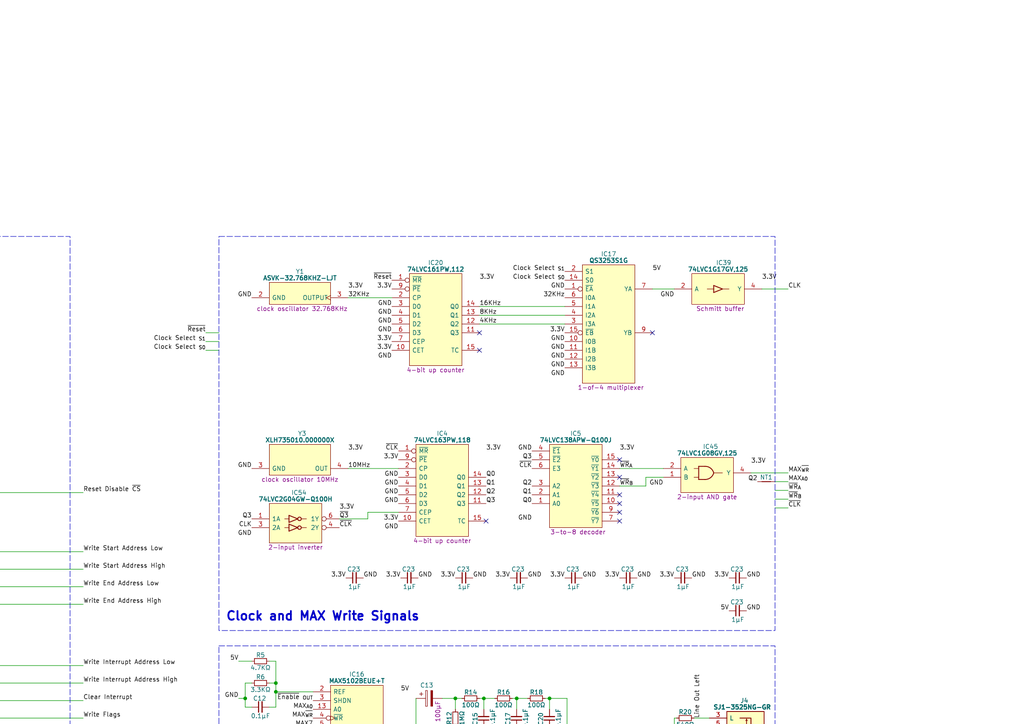
<source format=kicad_sch>
(kicad_sch (version 20230121) (generator eeschema)
  (paper "A4")
  (lib_symbols
    (symbol "74LVC573APW,118_1" (pin_names (offset 0.762))
      (property "Reference" "IC" (at 12.7 5.08 0))
      (property "Value" "74LVC573APW,118" (at 12.7 3.175 0))
      (property "Description" "8-bit D-type latch" (at 12.7 -28.575 0))
      (symbol "74LVC573APW,118_1_0_0"
        (pin input inverted (at 0 0 0) (length 5.08) (name "~{OE}") (number "1"))
        (pin passive line (at 0 -25.4 0) (length 5.08) hide (name "GND") (number "10"))
        (pin input line (at 0 -2.54 0) (length 5.08) (name "LE") (number "11"))
        (pin tri_state line (at 25.4 -5.08 180) (length 5.08) (name "Q7") (number "12"))
        (pin tri_state line (at 25.4 -7.62 180) (length 5.08) (name "Q6") (number "13"))
        (pin tri_state line (at 25.4 -10.16 180) (length 5.08) (name "Q5") (number "14"))
        (pin tri_state line (at 25.4 -12.7 180) (length 5.08) (name "Q4") (number "15"))
        (pin tri_state line (at 25.4 -15.24 180) (length 5.08) (name "Q3") (number "16"))
        (pin tri_state line (at 25.4 -17.78 180) (length 5.08) (name "Q2") (number "17"))
        (pin tri_state line (at 25.4 -20.32 180) (length 5.08) (name "Q1") (number "18"))
        (pin tri_state line (at 25.4 -22.86 180) (length 5.08) (name "Q0") (number "19"))
        (pin input line (at 0 -22.86 0) (length 5.08) (name "D0") (number "2"))
        (pin passive line (at 25.4 0 180) (length 5.08) hide (name "3V") (number "20"))
        (pin input line (at 0 -20.32 0) (length 5.08) (name "D1") (number "3"))
        (pin input line (at 0 -17.78 0) (length 5.08) (name "D2") (number "4"))
        (pin input line (at 0 -15.24 0) (length 5.08) (name "D3") (number "5"))
        (pin input line (at 0 -12.7 0) (length 5.08) (name "D4") (number "6"))
        (pin input line (at 0 -10.16 0) (length 5.08) (name "D5") (number "7"))
        (pin input line (at 0 -7.62 0) (length 5.08) (name "D6") (number "8"))
        (pin input line (at 0 -5.08 0) (length 5.08) (name "D7") (number "9"))
      )
    )
    (symbol "74LVC573APW,118_2" (pin_names (offset 0.762))
      (property "Reference" "IC" (at 12.7 5.08 0))
      (property "Value" "74LVC573APW,118" (at 12.7 3.175 0))
      (property "Description" "8-bit D-type latch" (at 12.7 -28.575 0))
      (symbol "74LVC573APW,118_2_0_0"
        (pin input inverted (at 0 0 0) (length 5.08) (name "~{OE}") (number "1"))
        (pin passive line (at 0 -25.4 0) (length 5.08) hide (name "GND") (number "10"))
        (pin input line (at 0 -2.54 0) (length 5.08) (name "LE") (number "11"))
        (pin tri_state line (at 25.4 -5.08 180) (length 5.08) (name "Q7") (number "12"))
        (pin tri_state line (at 25.4 -7.62 180) (length 5.08) (name "Q6") (number "13"))
        (pin tri_state line (at 25.4 -10.16 180) (length 5.08) (name "Q5") (number "14"))
        (pin tri_state line (at 25.4 -12.7 180) (length 5.08) (name "Q4") (number "15"))
        (pin tri_state line (at 25.4 -15.24 180) (length 5.08) (name "Q3") (number "16"))
        (pin tri_state line (at 25.4 -17.78 180) (length 5.08) (name "Q2") (number "17"))
        (pin tri_state line (at 25.4 -20.32 180) (length 5.08) (name "Q1") (number "18"))
        (pin tri_state line (at 25.4 -22.86 180) (length 5.08) (name "Q0") (number "19"))
        (pin input line (at 0 -22.86 0) (length 5.08) (name "D0") (number "2"))
        (pin passive line (at 25.4 0 180) (length 5.08) hide (name "3V") (number "20"))
        (pin input line (at 0 -20.32 0) (length 5.08) (name "D1") (number "3"))
        (pin input line (at 0 -17.78 0) (length 5.08) (name "D2") (number "4"))
        (pin input line (at 0 -15.24 0) (length 5.08) (name "D3") (number "5"))
        (pin input line (at 0 -12.7 0) (length 5.08) (name "D4") (number "6"))
        (pin input line (at 0 -10.16 0) (length 5.08) (name "D5") (number "7"))
        (pin input line (at 0 -7.62 0) (length 5.08) (name "D6") (number "8"))
        (pin input line (at 0 -5.08 0) (length 5.08) (name "D7") (number "9"))
      )
    )
    (symbol "74LVC574APW,118_1" (pin_names (offset 0.762))
      (property "Reference" "IC" (at 12.7 5.08 0))
      (property "Value" "74LVC574APW,118" (at 12.7 3.175 0))
      (property "Description" "8-bit D-type flip-flop" (at 12.7 -28.575 0))
      (symbol "74LVC574APW,118_1_0_0"
        (pin input inverted (at 0 0 0) (length 5.08) (name "~{OE}") (number "1"))
        (pin passive line (at 0 -25.4 0) (length 5.08) hide (name "GND") (number "10"))
        (pin input clock (at 0 -2.54 0) (length 5.08) (name "CP") (number "11"))
        (pin tri_state line (at 25.4 -7.62 180) (length 5.08) (name "Q6") (number "13"))
        (pin tri_state line (at 25.4 -10.16 180) (length 5.08) (name "Q5") (number "14"))
        (pin tri_state line (at 25.4 -12.7 180) (length 5.08) (name "Q4") (number "15"))
        (pin tri_state line (at 25.4 -15.24 180) (length 5.08) (name "Q3") (number "16"))
        (pin tri_state line (at 25.4 -17.78 180) (length 5.08) (name "Q2") (number "17"))
        (pin tri_state line (at 25.4 -20.32 180) (length 5.08) (name "Q1") (number "18"))
        (pin tri_state line (at 25.4 -22.86 180) (length 5.08) (name "Q0") (number "19"))
        (pin input line (at 0 -22.86 0) (length 5.08) (name "D0") (number "2"))
        (pin passive line (at 25.4 0 180) (length 5.08) hide (name "3V") (number "20"))
        (pin input line (at 0 -20.32 0) (length 5.08) (name "D1") (number "3"))
        (pin input line (at 0 -17.78 0) (length 5.08) (name "D2") (number "4"))
        (pin input line (at 0 -15.24 0) (length 5.08) (name "D3") (number "5"))
        (pin input line (at 0 -12.7 0) (length 5.08) (name "D4") (number "6"))
        (pin input line (at 0 -10.16 0) (length 5.08) (name "D5") (number "7"))
        (pin input line (at 0 -7.62 0) (length 5.08) (name "D6") (number "8"))
        (pin input line (at 0 -5.08 0) (length 5.08) (name "D7") (number "9"))
      )
      (symbol "74LVC574APW,118_1_1_0"
        (pin tri_state line (at 25.4 -5.08 180) (length 5.08) (name "Q7") (number "12"))
      )
    )
    (symbol "74LVC574APW,118_2" (pin_names (offset 0.762))
      (property "Reference" "IC" (at 12.7 5.08 0))
      (property "Value" "74LVC574APW,118" (at 12.7 3.175 0))
      (property "Description" "8-bit D-type flip-flop" (at 12.7 -28.575 0))
      (symbol "74LVC574APW,118_2_0_0"
        (pin input inverted (at 0 0 0) (length 5.08) (name "~{OE}") (number "1"))
        (pin passive line (at 0 -25.4 0) (length 5.08) hide (name "GND") (number "10"))
        (pin input clock (at 0 -2.54 0) (length 5.08) (name "CP") (number "11"))
        (pin tri_state line (at 25.4 -7.62 180) (length 5.08) (name "Q6") (number "13"))
        (pin tri_state line (at 25.4 -10.16 180) (length 5.08) (name "Q5") (number "14"))
        (pin tri_state line (at 25.4 -12.7 180) (length 5.08) (name "Q4") (number "15"))
        (pin tri_state line (at 25.4 -15.24 180) (length 5.08) (name "Q3") (number "16"))
        (pin tri_state line (at 25.4 -17.78 180) (length 5.08) (name "Q2") (number "17"))
        (pin tri_state line (at 25.4 -20.32 180) (length 5.08) (name "Q1") (number "18"))
        (pin tri_state line (at 25.4 -22.86 180) (length 5.08) (name "Q0") (number "19"))
        (pin input line (at 0 -22.86 0) (length 5.08) (name "D0") (number "2"))
        (pin passive line (at 25.4 0 180) (length 5.08) hide (name "3V") (number "20"))
        (pin input line (at 0 -20.32 0) (length 5.08) (name "D1") (number "3"))
        (pin input line (at 0 -17.78 0) (length 5.08) (name "D2") (number "4"))
        (pin input line (at 0 -15.24 0) (length 5.08) (name "D3") (number "5"))
        (pin input line (at 0 -12.7 0) (length 5.08) (name "D4") (number "6"))
        (pin input line (at 0 -10.16 0) (length 5.08) (name "D5") (number "7"))
        (pin input line (at 0 -7.62 0) (length 5.08) (name "D6") (number "8"))
        (pin input line (at 0 -5.08 0) (length 5.08) (name "D7") (number "9"))
      )
      (symbol "74LVC574APW,118_2_1_0"
        (pin tri_state line (at 25.4 -5.08 180) (length 5.08) (name "Q7") (number "12"))
      )
    )
    (symbol "ABRACON:ASVK-32.768KHZ-LJT" (pin_names (offset 0.762))
      (property "Reference" "Y" (at 13.97 5.08 0))
      (property "Value" "ASVK-32.768KHZ-LJT" (at 13.97 3.175 0))
      (property "Description" "clock oscillator 32.768KHz" (at 14.605 -5.715 0))
      (symbol "ASVK-32.768KHZ-LJT_0_0"
        (pin no_connect line (at 0 0 0) (length 5.08) hide (name "N.C.") (number "1"))
        (pin passive line (at 0 -2.54 0) (length 5.08) (name "GND") (number "2"))
        (pin output clock (at 27.94 -2.54 180) (length 5.08) (name "OUTPUT") (number "3"))
        (pin passive line (at 27.94 0 180) (length 5.08) hide (name "3V") (number "4"))
      )
    )
    (symbol "Bourns:CAY16-103J4LF" (pin_names (offset 0.762))
      (property "Reference" "RN" (at 10.16 5.08 0))
      (property "Value" "CAY16-103J4LF" (at 10.16 3.175 0))
      (property "Description" "10KΩ 4-array resistor" (at 10.16 -10.795 0))
      (symbol "CAY16-103J4LF_0_0"
        (pin passive line (at 0 0 0) (length 5.08) (name "R1") (number "1"))
        (pin passive line (at 0 -2.54 0) (length 5.08) (name "R2") (number "2"))
        (pin passive line (at 0 -5.08 0) (length 5.08) (name "R3") (number "3"))
        (pin passive line (at 0 -7.62 0) (length 5.08) (name "R4") (number "4"))
        (pin passive line (at 20.32 -7.62 180) (length 5.08) (name "R4") (number "5"))
        (pin passive line (at 20.32 -5.08 180) (length 5.08) (name "R3") (number "6"))
        (pin passive line (at 20.32 -2.54 180) (length 5.08) (name "R2") (number "7"))
        (pin passive line (at 20.32 0 180) (length 5.08) (name "R1") (number "8"))
      )
    )
    (symbol "CUI_Devices:SJ1-3525NG-GR" (pin_names (offset 0.762))
      (property "Reference" "J" (at 6.985 5.08 0))
      (property "Value" "SJ1-3525NG-GR" (at 7.62 3.175 0))
      (property "Description" "3.5mm Stereo Audio Jack" (at 3.175 -10.795 0))
      (symbol "SJ1-3525NG-GR_1_0"
        (pin passive line (at 2.54 -14.605 90) (length 5.08) (name "GND") (number "1"))
        (pin input line (at 17.145 -5.08 180) (length 5.08) (name "R") (number "2"))
        (pin input line (at 17.145 0 180) (length 5.08) (name "L") (number "3"))
        (pin passive line (at 17.145 -7.62 180) (length 5.08) (name "RN") (number "4"))
        (pin passive line (at 17.145 -2.54 180) (length 5.08) (name "LN") (number "5"))
      )
    )
    (symbol "Connector:Conn_01x24_Pin" (pin_names (offset 1.016) hide)
      (property "Reference" "J" (at 0 30.48 0))
      (property "Value" "Conn_01x24_Pin" (at 0 -33.02 0))
      (symbol "Conn_01x24_Pin_1_1"
        (pin passive line (at 5.08 27.94 180) (length 3.81) (name "Pin_1") (number "1"))
        (pin passive line (at 5.08 5.08 180) (length 3.81) (name "Pin_10") (number "10"))
        (pin passive line (at 5.08 2.54 180) (length 3.81) (name "Pin_11") (number "11"))
        (pin passive line (at 5.08 0 180) (length 3.81) (name "Pin_12") (number "12"))
        (pin passive line (at 5.08 -2.54 180) (length 3.81) (name "Pin_13") (number "13"))
        (pin passive line (at 5.08 -5.08 180) (length 3.81) (name "Pin_14") (number "14"))
        (pin passive line (at 5.08 -7.62 180) (length 3.81) (name "Pin_15") (number "15"))
        (pin passive line (at 5.08 -10.16 180) (length 3.81) (name "Pin_16") (number "16"))
        (pin passive line (at 5.08 -12.7 180) (length 3.81) (name "Pin_17") (number "17"))
        (pin passive line (at 5.08 -15.24 180) (length 3.81) (name "Pin_18") (number "18"))
        (pin passive line (at 5.08 -17.78 180) (length 3.81) (name "Pin_19") (number "19"))
        (pin passive line (at 5.08 25.4 180) (length 3.81) (name "Pin_2") (number "2"))
        (pin passive line (at 5.08 -20.32 180) (length 3.81) (name "Pin_20") (number "20"))
        (pin passive line (at 5.08 -22.86 180) (length 3.81) (name "Pin_21") (number "21"))
        (pin passive line (at 5.08 -25.4 180) (length 3.81) (name "Pin_22") (number "22"))
        (pin passive line (at 5.08 -27.94 180) (length 3.81) (name "Pin_23") (number "23"))
        (pin passive line (at 5.08 -30.48 180) (length 3.81) (name "Pin_24") (number "24"))
        (pin passive line (at 5.08 22.86 180) (length 3.81) (name "Pin_3") (number "3"))
        (pin passive line (at 5.08 20.32 180) (length 3.81) (name "Pin_4") (number "4"))
        (pin passive line (at 5.08 17.78 180) (length 3.81) (name "Pin_5") (number "5"))
        (pin passive line (at 5.08 15.24 180) (length 3.81) (name "Pin_6") (number "6"))
        (pin passive line (at 5.08 12.7 180) (length 3.81) (name "Pin_7") (number "7"))
        (pin passive line (at 5.08 10.16 180) (length 3.81) (name "Pin_8") (number "8"))
        (pin passive line (at 5.08 7.62 180) (length 3.81) (name "Pin_9") (number "9"))
      )
    )
    (symbol "Diodes_Inc:74LVC245AT20" (pin_names (offset 0.762))
      (property "Reference" "IC" (at 12.7 5.08 0))
      (property "Value" "74LVC245AT20" (at 12.7 3.175 0))
      (property "Description" "8-bit transceiver" (at 12.7 -28.575 0))
      (symbol "74LVC245AT20_0_0"
        (pin input line (at 0 -2.54 0) (length 5.08) (name "DIR") (number "1"))
        (pin passive line (at 0 -25.4 0) (length 5.08) hide (name "GND") (number "10"))
        (pin tri_state line (at 25.4 -5.08 180) (length 5.08) (name "B7") (number "11"))
        (pin tri_state line (at 25.4 -7.62 180) (length 5.08) (name "B6") (number "12"))
        (pin tri_state line (at 25.4 -10.16 180) (length 5.08) (name "B5") (number "13"))
        (pin tri_state line (at 25.4 -12.7 180) (length 5.08) (name "B4") (number "14"))
        (pin tri_state line (at 25.4 -15.24 180) (length 5.08) (name "B3") (number "15"))
        (pin tri_state line (at 25.4 -17.78 180) (length 5.08) (name "B2") (number "16"))
        (pin tri_state line (at 25.4 -20.32 180) (length 5.08) (name "B1") (number "17"))
        (pin tri_state line (at 25.4 -22.86 180) (length 5.08) (name "B0") (number "18"))
        (pin input inverted (at 0 0 0) (length 5.08) (name "~{OE}") (number "19"))
        (pin tri_state line (at 0 -22.86 0) (length 5.08) (name "A0") (number "2"))
        (pin tri_state line (at 0 -20.32 0) (length 5.08) (name "A1") (number "3"))
        (pin tri_state line (at 0 -17.78 0) (length 5.08) (name "A2") (number "4"))
        (pin tri_state line (at 0 -15.24 0) (length 5.08) (name "A3") (number "5"))
        (pin tri_state line (at 0 -12.7 0) (length 5.08) (name "A4") (number "6"))
        (pin tri_state line (at 0 -10.16 0) (length 5.08) (name "A5") (number "7"))
        (pin tri_state line (at 0 -7.62 0) (length 5.08) (name "A6") (number "8"))
        (pin tri_state line (at 0 -5.08 0) (length 5.08) (name "A7") (number "9"))
      )
      (symbol "74LVC245AT20_1_0"
        (pin passive line (at 25.4 0 180) (length 5.08) hide (name "3V") (number "20"))
      )
    )
    (symbol "Diodes_Inc:AP7365-33WG-7" (pin_names (offset 0.762))
      (property "Reference" "IC" (at 12.7 5.08 0))
      (property "Value" "AP7365-33WG-7" (at 12.7 3.175 0))
      (property "Description" "3.3V LDO voltage regulator" (at 12.7 -8.255 0))
      (symbol "AP7365-33WG-7_0_0"
        (pin passive line (at 0 0 0) (length 5.08) (name "VIN") (number "1"))
        (pin passive line (at 0 -5.08 0) (length 5.08) (name "GND") (number "2"))
        (pin input line (at 0 -2.54 0) (length 5.08) (name "EN") (number "3"))
        (pin passive line (at 25.4 -5.08 180) (length 5.08) (name "ADJ") (number "4"))
        (pin passive line (at 25.4 0 180) (length 5.08) (name "VOUT") (number "5"))
      )
    )
    (symbol "Diodes_Inc:AS358AMTR-G1"
      (property "Reference" "IC" (at 12.7 5.08 0))
      (property "Value" "AS358AMTR-G1" (at 12.7 3.175 0))
      (property "Description" "Dual Op-Amp" (at 12.7 -9.525 0))
      (symbol "AS358AMTR-G1_1_1"
        (pin output line (at 0 0 0) (length 5.08) (name "OUT_1") (number "1"))
        (pin input line (at 0 -2.54 0) (length 5.08) (name "IN_1-") (number "2"))
        (pin input line (at 0 -5.08 0) (length 5.08) (name "IN_1+") (number "3"))
        (pin passive line (at 0 -7.62 0) (length 5.08) (name "GND") (number "4"))
        (pin input line (at 25.4 -7.62 180) (length 5.08) (name "IN_2+") (number "5"))
        (pin input line (at 25.4 -5.08 180) (length 5.08) (name "IN_2-") (number "6"))
        (pin output line (at 25.4 -2.54 180) (length 5.08) (name "OUT_2") (number "7"))
        (pin passive line (at 25.4 0 180) (length 5.08) (name "VCC") (number "8"))
      )
    )
    (symbol "HCP65:C_0805" (pin_numbers hide) (pin_names (offset 0.254) hide)
      (property "Reference" "C" (at 2.286 2.54 0))
      (property "Value" "?μF" (at 2.54 -2.54 0))
      (symbol "C_0805_1_1"
        (pin passive line (at 0 0 0) (length 2.032) (name "~") (number "1"))
        (pin passive line (at 5.08 0 180) (length 2.032) (name "~") (number "2"))
      )
    )
    (symbol "HCP65:C_Polarized" (pin_numbers hide) (pin_names (offset 0.254))
      (property "Reference" "C" (at 0.635 2.54 0))
      (property "Description" "?μF" (at 0.635 -2.54 0))
      (symbol "C_Polarized_1_1"
        (pin passive line (at 0 3.81 270) (length 2.794) (name "~") (number "1"))
        (pin passive line (at 0 -3.81 90) (length 2.794) (name "~") (number "2"))
      )
    )
    (symbol "HCP65:NetTie" (pin_numbers hide) (pin_names hide)
      (property "Reference" "NT" (at 2.54 1.27 0))
      (symbol "NetTie_1_1"
        (pin passive line (at 0 0 0) (length 2.54) (name "1") (number "1"))
        (pin passive line (at 5.08 0 180) (length 2.54) (name "2") (number "2"))
      )
    )
    (symbol "HCP65:R_0805" (pin_numbers hide) (pin_names hide)
      (property "Reference" "R" (at 2.54 1.778 0))
      (property "Value" "?Ω" (at 2.54 -1.905 0))
      (symbol "R_0805_1_1"
        (pin passive line (at 0 0 0) (length 0.72) (name "~") (number "1"))
        (pin passive line (at 5.08 0 180) (length 0.72) (name "~") (number "2"))
      )
    )
    (symbol "ISSI:IS61C256AL-12TLI" (pin_names (offset 0.762))
      (property "Reference" "IC" (at 20.32 5.08 0))
      (property "Value" "IS61C256AL-12TLI" (at 20.32 3.175 0))
      (property "Description" "32K 8-bit SRAM" (at 20.955 -21.59 0))
      (symbol "IS61C256AL-12TLI_0_0"
        (pin passive line (at 0 0 0) (length 5.08) (name "~{OE}") (number "1"))
        (pin passive line (at 0 -25.4 0) (length 5.08) (name "A7") (number "10"))
        (pin passive line (at 0 -27.94 0) (length 5.08) (name "A6") (number "11"))
        (pin passive line (at 0 -30.48 0) (length 5.08) (name "A5") (number "12"))
        (pin passive line (at 0 -33.02 0) (length 5.08) (name "A4") (number "13"))
        (pin passive line (at 0 -35.56 0) (length 5.08) (name "A3") (number "14"))
        (pin passive line (at 0 -38.1 0) (length 5.08) (name "A2") (number "15"))
        (pin passive line (at 0 -40.64 0) (length 5.08) (name "A1") (number "16"))
        (pin passive line (at 0 -43.18 0) (length 5.08) (name "A0") (number "17"))
        (pin passive line (at 29.21 -53.34 90) (length 5.08) (name "I/O0") (number "18"))
        (pin passive line (at 26.67 -53.34 90) (length 5.08) (name "I/O1") (number "19"))
        (pin passive line (at 0 -15.24 0) (length 5.08) (name "A11") (number "2"))
        (pin passive line (at 24.13 -53.34 90) (length 5.08) (name "I/O2") (number "20"))
        (pin passive line (at 0 -45.72 0) (length 5.08) hide (name "GND") (number "21"))
        (pin passive line (at 21.59 -53.34 90) (length 5.08) (name "I/O3") (number "22"))
        (pin passive line (at 19.05 -53.34 90) (length 5.08) (name "I/O4") (number "23"))
        (pin passive line (at 16.51 -53.34 90) (length 5.08) (name "I/O5") (number "24"))
        (pin passive line (at 13.97 -53.34 90) (length 5.08) (name "I/O6") (number "25"))
        (pin passive line (at 11.43 -53.34 90) (length 5.08) (name "I/O7") (number "26"))
        (pin passive line (at 0 -5.08 0) (length 5.08) (name "~{CE}") (number "27"))
        (pin passive line (at 0 -17.78 0) (length 5.08) (name "A10") (number "28"))
        (pin passive line (at 0 -20.32 0) (length 5.08) (name "A9") (number "3"))
        (pin passive line (at 0 -22.86 0) (length 5.08) (name "A8") (number "4"))
        (pin passive line (at 0 -10.16 0) (length 5.08) (name "A13") (number "5"))
        (pin passive line (at 0 -2.54 0) (length 5.08) (name "~{WE}") (number "6"))
        (pin passive line (at 39.37 0 180) (length 5.08) (name "5V") (number "7"))
        (pin passive line (at 0 -7.62 0) (length 5.08) (name "A14") (number "8"))
        (pin passive line (at 0 -12.7 0) (length 5.08) (name "A12") (number "9"))
      )
    )
    (symbol "Maxim:MAX5102BEUE+T" (pin_names (offset 0.762))
      (property "Reference" "IC" (at 12.7 5.08 0))
      (property "Value" "MAX5102BEUE+T" (at 12.7 3.175 0))
      (property "Description" "Dual 8bit DAC" (at 12.7 -33.02 0))
      (symbol "MAX5102BEUE+T_0_0"
        (pin passive line (at 25.4 0 180) (length 5.08) hide (name "VDD") (number "1"))
        (pin input line (at 0 -22.86 0) (length 5.08) (name "D2") (number "10"))
        (pin input line (at 0 -25.4 0) (length 5.08) (name "D1") (number "11"))
        (pin input line (at 0 -27.94 0) (length 5.08) (name "D0") (number "12"))
        (pin input line (at 0 -5.08 0) (length 5.08) (name "A0") (number "13"))
        (pin passive line (at 0 -29.845 0) (length 5.08) hide (name "GND") (number "14"))
        (pin output line (at 25.4 -15.24 180) (length 5.08) (name "OUTB") (number "15"))
        (pin output line (at 25.4 -12.7 180) (length 5.08) (name "OUTA") (number "16"))
        (pin input line (at 0 0 0) (length 5.08) (name "REF") (number "2"))
        (pin input line (at 0 -2.54 0) (length 5.08) (name "SHDN") (number "3"))
        (pin input line (at 0 -10.16 0) (length 5.08) (name "D7") (number "5"))
        (pin input line (at 0 -12.7 0) (length 5.08) (name "D6") (number "6"))
        (pin input line (at 0 -15.24 0) (length 5.08) (name "D5") (number "7"))
        (pin input line (at 0 -17.78 0) (length 5.08) (name "D4") (number "8"))
        (pin input line (at 0 -20.32 0) (length 5.08) (name "D3") (number "9"))
      )
      (symbol "MAX5102BEUE+T_1_0"
        (pin input inverted_clock (at 0 -7.62 0) (length 5.08) (name "~{WR}") (number "4"))
      )
    )
    (symbol "Microchip:TC7660EOA" (pin_names (offset 0.762))
      (property "Reference" "IC" (at 12.7 5.08 0))
      (property "Value" "TC7660EOA" (at 12.7 3.175 0))
      (property "Description" "Inverting Charge Pump" (at 13.335 -10.795 0))
      (symbol "TC7660EOA_0_0"
        (pin no_connect line (at 0 0 0) (length 5.08) (name "NC") (number "1"))
        (pin passive line (at 0 -2.54 0) (length 5.08) (name "CAP+") (number "2"))
        (pin passive line (at 0 -5.08 0) (length 5.08) (name "GND") (number "3"))
        (pin passive line (at 0 -7.62 0) (length 5.08) (name "CAP-") (number "4"))
        (pin passive line (at 25.4 -7.62 180) (length 5.08) (name "VOUT") (number "5"))
        (pin passive line (at 25.4 -5.08 180) (length 5.08) (name "LV") (number "6"))
        (pin passive line (at 25.4 -2.54 180) (length 5.08) (name "OSC") (number "7"))
        (pin passive line (at 25.4 0 180) (length 5.08) (name "V+") (number "8"))
      )
    )
    (symbol "Nexperia:74LVC02APW,118" (pin_names (offset 0.762))
      (property "Reference" "IC" (at 12.7 6.35 0))
      (property "Value" "74LVC02APW,118" (at 12.7 4.445 0))
      (property "Description" "2-Input NOR gate" (at 12.7 -23.495 0))
      (symbol "74LVC02APW,118_0_0"
        (pin input line (at 0 0 0) (length 5.08) (name "1A") (number "1"))
        (pin input line (at 0 -12.7 0) (length 5.08) (name "3B") (number "10"))
        (pin output inverted (at 25.4 -16.51 180) (length 5.08) (name "4Y") (number "11"))
        (pin input line (at 0 -15.24 0) (length 5.08) (name "4A") (number "12"))
        (pin input line (at 0 -17.78 0) (length 5.08) (name "4B") (number "13"))
        (pin passive line (at 25.4 1.27 180) (length 5.08) hide (name "3V") (number "14"))
        (pin input line (at 0 -2.54 0) (length 5.08) (name "1B") (number "2"))
        (pin output inverted (at 25.4 -1.27 180) (length 5.08) (name "1Y") (number "3"))
        (pin input line (at 0 -5.08 0) (length 5.08) (name "2A") (number "4"))
        (pin input line (at 0 -7.62 0) (length 5.08) (name "2B") (number "5"))
        (pin output inverted (at 25.4 -6.35 180) (length 5.08) (name "2Y") (number "6"))
        (pin passive line (at 0 -20.32 0) (length 5.08) hide (name "GND") (number "7"))
        (pin output inverted (at 25.4 -11.43 180) (length 5.08) (name "3Y") (number "8"))
        (pin input line (at 0 -10.16 0) (length 5.08) (name "3A") (number "9"))
      )
    )
    (symbol "Nexperia:74LVC08APW,112_Multi" (pin_names (offset 0.762))
      (property "Reference" "IC" (at 12.7 6.35 0))
      (property "Value" "74LVC08APW,112" (at 12.7 4.445 0))
      (property "Description" "2-input AND gate" (at 12.7 -8.255 0))
      (symbol "74LVC08APW,112_Multi_0_0"
        (pin passive line (at 25.4 1.27 180) (length 5.08) hide (name "3V") (number "14"))
        (pin passive line (at 0 -5.08 0) (length 5.08) hide (name "GND") (number "7"))
      )
      (symbol "74LVC08APW,112_Multi_1_0"
        (pin input line (at 0 0 0) (length 5.08) (name "1A") (number "1"))
        (pin input line (at 0 -2.54 0) (length 5.08) (name "1B") (number "2"))
        (pin passive line (at 25.4 -1.27 180) (length 5.08) (name "1Y") (number "3"))
      )
      (symbol "74LVC08APW,112_Multi_2_0"
        (pin input line (at 0 0 0) (length 5.08) (name "2A") (number "4"))
        (pin input line (at 0 -2.54 0) (length 5.08) (name "2B") (number "5"))
        (pin output line (at 25.4 -1.27 180) (length 5.08) (name "2Y") (number "6"))
      )
      (symbol "74LVC08APW,112_Multi_3_0"
        (pin input line (at 0 -2.54 0) (length 5.08) (name "3B") (number "10"))
        (pin output line (at 25.4 -1.27 180) (length 5.08) (name "3Y") (number "8"))
        (pin input line (at 0 0 0) (length 5.08) (name "3A") (number "9"))
      )
      (symbol "74LVC08APW,112_Multi_4_0"
        (pin output line (at 25.4 -1.27 180) (length 5.08) (name "4Y") (number "11"))
        (pin input line (at 0 0 0) (length 5.08) (name "4A") (number "12"))
        (pin input line (at 0 -2.54 0) (length 5.08) (name "4B") (number "13"))
      )
    )
    (symbol "Nexperia:74LVC138APW-Q100J" (pin_names (offset 0.762))
      (property "Reference" "IC" (at 12.7 3.175 0))
      (property "Value" "74LVC138APW-Q100J" (at 12.7 1.27 0))
      (property "Description" "3-to-8 decoder" (at 13.335 -25.4 0))
      (symbol "74LVC138APW-Q100J_0_0"
        (pin input line (at 0 -17.145 0) (length 5.08) (name "A0") (number "1"))
        (pin output line (at 25.4 -17.145 180) (length 5.08) (name "~{Y5}") (number "10"))
        (pin output line (at 25.4 -14.605 180) (length 5.08) (name "~{Y4}") (number "11"))
        (pin output line (at 25.4 -12.065 180) (length 5.08) (name "~{Y3}") (number "12"))
        (pin output line (at 25.4 -9.525 180) (length 5.08) (name "~{Y2}") (number "13"))
        (pin output line (at 25.4 -6.985 180) (length 5.08) (name "~{Y1}") (number "14"))
        (pin output line (at 25.4 -4.445 180) (length 5.08) (name "~{Y0}") (number "15"))
        (pin passive line (at 25.4 -1.905 180) (length 5.08) hide (name "3V") (number "16"))
        (pin input line (at 0 -14.605 0) (length 5.08) (name "A1") (number "2"))
        (pin input line (at 0 -12.065 0) (length 5.08) (name "A2") (number "3"))
        (pin input line (at 0 -1.905 0) (length 5.08) (name "~{E1}") (number "4"))
        (pin input line (at 0 -4.445 0) (length 5.08) (name "~{E2}") (number "5"))
        (pin input line (at 0 -6.985 0) (length 5.08) (name "E3") (number "6"))
        (pin output line (at 25.4 -22.225 180) (length 5.08) (name "~{Y7}") (number "7"))
        (pin passive line (at 0 -22.225 0) (length 5.08) hide (name "GND") (number "8"))
        (pin output line (at 25.4 -19.685 180) (length 5.08) (name "~{Y6}") (number "9"))
      )
    )
    (symbol "Nexperia:74LVC157APW,118" (pin_names (offset 0.762))
      (property "Reference" "IC" (at 12.7 5.08 0))
      (property "Value" "74LVC157APW,118" (at 12.7 3.175 0))
      (property "Description" "1 of 2 multiplexer" (at 12.7 -28.575 0))
      (symbol "74LVC157APW,118_0_0"
        (pin input line (at 0 -2.54 0) (length 5.08) (name "S") (number "1"))
        (pin input line (at 0 -20.32 0) (length 5.08) (name "3I1") (number "10"))
        (pin input line (at 0 -10.16 0) (length 5.08) (name "3I0") (number "11"))
        (pin output line (at 25.4 -17.78 180) (length 5.08) (name "4Y") (number "12"))
        (pin input line (at 0 -22.86 0) (length 5.08) (name "4I1") (number "13"))
        (pin input line (at 0 -12.7 0) (length 5.08) (name "4I0") (number "14"))
        (pin passive line (at 25.4 0 180) (length 5.08) hide (name "3V") (number "16"))
        (pin input line (at 0 -5.08 0) (length 5.08) (name "1I0") (number "2"))
        (pin input line (at 0 -15.24 0) (length 5.08) (name "1I1") (number "3"))
        (pin output line (at 25.4 -10.16 180) (length 5.08) (name "1Y") (number "4"))
        (pin input line (at 0 -7.62 0) (length 5.08) (name "2I0") (number "5"))
        (pin input line (at 0 -17.78 0) (length 5.08) (name "2I1") (number "6"))
        (pin output line (at 25.4 -12.7 180) (length 5.08) (name "2Y") (number "7"))
        (pin passive line (at 0 -25.4 0) (length 5.08) hide (name "GND") (number "8"))
        (pin output line (at 25.4 -15.24 180) (length 5.08) (name "3Y") (number "9"))
      )
      (symbol "74LVC157APW,118_1_0"
        (pin input inverted (at 0 0 0) (length 5.08) (name "~{E}") (number "15"))
      )
    )
    (symbol "Nexperia:74LVC161PW,112" (pin_names (offset 0.762))
      (property "Reference" "IC" (at 12.7 5.08 0))
      (property "Value" "74LVC161PW,112" (at 12.7 3.175 0))
      (property "Description" "4-bit up counter" (at 12.7 -26.035 0))
      (symbol "74LVC161PW,112_0_0"
        (pin input inverted (at 0 0 0) (length 5.08) (name "~{MR}") (number "1"))
        (pin input line (at 0 -20.32 0) (length 5.08) (name "CET") (number "10"))
        (pin output line (at 25.4 -15.24 180) (length 5.08) (name "Q3") (number "11"))
        (pin output line (at 25.4 -12.7 180) (length 5.08) (name "Q2") (number "12"))
        (pin output line (at 25.4 -10.16 180) (length 5.08) (name "Q1") (number "13"))
        (pin output line (at 25.4 -7.62 180) (length 5.08) (name "Q0") (number "14"))
        (pin output line (at 25.4 -20.32 180) (length 5.08) (name "TC") (number "15"))
        (pin passive line (at 25.4 0 180) (length 5.08) hide (name "3V") (number "16"))
        (pin input line (at 0 -5.08 0) (length 5.08) (name "CP") (number "2"))
        (pin input line (at 0 -7.62 0) (length 5.08) (name "D0") (number "3"))
        (pin input line (at 0 -10.16 0) (length 5.08) (name "D1") (number "4"))
        (pin input line (at 0 -12.7 0) (length 5.08) (name "D2") (number "5"))
        (pin input line (at 0 -15.24 0) (length 5.08) (name "D3") (number "6"))
        (pin input line (at 0 -17.78 0) (length 5.08) (name "CEP") (number "7"))
        (pin passive line (at 0 -22.86 0) (length 5.08) hide (name "GND") (number "8"))
        (pin input inverted (at 0 -2.54 0) (length 5.08) (name "~{PE}") (number "9"))
      )
    )
    (symbol "Nexperia:74LVC16373ADL,118" (pin_names (offset 0.762))
      (property "Reference" "IC" (at 12.7 5.08 0))
      (property "Value" "74LVC16373ADL,118" (at 12.7 3.175 0))
      (property "Description" "16-bit D-type latch" (at 12.7 -71.755 0))
      (symbol "74LVC16373ADL,118_0_0"
        (pin input inverted (at 0 0 0) (length 5.08) (name "1~{OE}") (number "1"))
        (pin output line (at 25.4 -7.62 180) (length 5.08) (name "1Q6") (number "11"))
        (pin output line (at 25.4 -5.08 180) (length 5.08) (name "1Q7") (number "12"))
        (pin output line (at 25.4 -50.8 180) (length 5.08) (name "2Q0") (number "13"))
        (pin output line (at 25.4 -48.26 180) (length 5.08) (name "2Q1") (number "14"))
        (pin output line (at 25.4 -45.72 180) (length 5.08) (name "2Q2") (number "16"))
        (pin output line (at 25.4 -43.18 180) (length 5.08) (name "2Q3") (number "17"))
        (pin output line (at 25.4 -40.64 180) (length 5.08) (name "2Q4") (number "19"))
        (pin output line (at 25.4 -22.86 180) (length 5.08) (name "1Q0") (number "2"))
        (pin output line (at 25.4 -38.1 180) (length 5.08) (name "2Q5") (number "20"))
        (pin output line (at 25.4 -35.56 180) (length 5.08) (name "2Q6") (number "22"))
        (pin output line (at 25.4 -33.02 180) (length 5.08) (name "2Q7") (number "23"))
        (pin input inverted (at 0 -27.94 0) (length 5.08) (name "2~{OE}") (number "24"))
        (pin input line (at 0 -30.48 0) (length 5.08) (name "2LE") (number "25"))
        (pin input line (at 0 -33.02 0) (length 5.08) (name "2D7") (number "26"))
        (pin input line (at 0 -35.56 0) (length 5.08) (name "2D6") (number "27"))
        (pin input line (at 0 -38.1 0) (length 5.08) (name "2D5") (number "29"))
        (pin output line (at 25.4 -20.32 180) (length 5.08) (name "1Q1") (number "3"))
        (pin input line (at 0 -40.64 0) (length 5.08) (name "2D4") (number "30"))
        (pin input line (at 0 -43.18 0) (length 5.08) (name "2D3") (number "32"))
        (pin input line (at 0 -45.72 0) (length 5.08) (name "2D2") (number "33"))
        (pin input line (at 0 -48.26 0) (length 5.08) (name "2D1") (number "35"))
        (pin input line (at 0 -50.8 0) (length 5.08) (name "2D0") (number "36"))
        (pin input line (at 0 -5.08 0) (length 5.08) (name "1D7") (number "37"))
        (pin input line (at 0 -10.16 0) (length 5.08) (name "1D5") (number "40"))
        (pin input line (at 0 -12.7 0) (length 5.08) (name "1D4") (number "41"))
        (pin input line (at 0 -15.24 0) (length 5.08) (name "1D3") (number "43"))
        (pin input line (at 0 -17.78 0) (length 5.08) (name "1D2") (number "44"))
        (pin input line (at 0 -20.32 0) (length 5.08) (name "1D1") (number "46"))
        (pin input line (at 0 -22.86 0) (length 5.08) (name "1D0") (number "47"))
        (pin input line (at 0 -2.54 0) (length 5.08) (name "1LE") (number "48"))
        (pin output line (at 25.4 -17.78 180) (length 5.08) (name "1Q2") (number "5"))
        (pin output line (at 25.4 -15.24 180) (length 5.08) (name "1Q3") (number "6"))
        (pin output line (at 25.4 -12.7 180) (length 5.08) (name "1Q4") (number "8"))
        (pin output line (at 25.4 -10.16 180) (length 5.08) (name "1Q5") (number "9"))
      )
      (symbol "74LVC16373ADL,118_1_0"
        (pin passive line (at 0 -63.5 0) (length 5.08) hide (name "GND") (number "10"))
        (pin passive line (at 0 -66.04 0) (length 5.08) hide (name "GND") (number "15"))
        (pin passive line (at 0 -58.42 0) (length 5.08) hide (name "3V") (number "18"))
        (pin passive line (at 0 -68.58 0) (length 5.08) hide (name "GND") (number "21"))
        (pin passive line (at 25.4 -68.58 180) (length 5.08) hide (name "GND") (number "28"))
        (pin passive line (at 25.4 -58.42 180) (length 5.08) hide (name "3V") (number "31"))
        (pin passive line (at 25.4 -66.04 180) (length 5.08) hide (name "GND") (number "34"))
        (pin input line (at 0 -7.62 0) (length 5.08) (name "1D6") (number "38"))
        (pin passive line (at 25.4 -63.5 180) (length 5.08) hide (name "GND") (number "39"))
        (pin passive line (at 0 -60.96 0) (length 5.08) hide (name "GND") (number "4"))
        (pin passive line (at 25.4 -55.88 180) (length 5.08) hide (name "3V") (number "42"))
        (pin passive line (at 25.4 -60.96 180) (length 5.08) hide (name "GND") (number "45"))
        (pin passive line (at 0 -55.88 0) (length 5.08) hide (name "3V") (number "7"))
      )
    )
    (symbol "Nexperia:74LVC163PW,118" (pin_names (offset 0.762))
      (property "Reference" "IC" (at 12.7 5.08 0))
      (property "Value" "74LVC163PW,118" (at 12.7 3.175 0))
      (property "Description" "4-bit up counter" (at 12.7 -26.035 0))
      (symbol "74LVC163PW,118_0_0"
        (pin input inverted (at 0 0 0) (length 5.08) (name "~{MR}") (number "1"))
        (pin input line (at 0 -20.32 0) (length 5.08) (name "CET") (number "10"))
        (pin output line (at 25.4 -15.24 180) (length 5.08) (name "Q3") (number "11"))
        (pin output line (at 25.4 -12.7 180) (length 5.08) (name "Q2") (number "12"))
        (pin output line (at 25.4 -10.16 180) (length 5.08) (name "Q1") (number "13"))
        (pin output line (at 25.4 -7.62 180) (length 5.08) (name "Q0") (number "14"))
        (pin output line (at 25.4 -20.32 180) (length 5.08) (name "TC") (number "15"))
        (pin passive line (at 25.4 0 180) (length 5.08) hide (name "3V") (number "16"))
        (pin input line (at 0 -5.08 0) (length 5.08) (name "CP") (number "2"))
        (pin input line (at 0 -7.62 0) (length 5.08) (name "D0") (number "3"))
        (pin input line (at 0 -10.16 0) (length 5.08) (name "D1") (number "4"))
        (pin input line (at 0 -12.7 0) (length 5.08) (name "D2") (number "5"))
        (pin input line (at 0 -15.24 0) (length 5.08) (name "D3") (number "6"))
        (pin input line (at 0 -17.78 0) (length 5.08) (name "CEP") (number "7"))
        (pin passive line (at 0 -22.86 0) (length 5.08) hide (name "GND") (number "8"))
        (pin input inverted (at 0 -2.54 0) (length 5.08) (name "~{PE}") (number "9"))
      )
    )
    (symbol "Nexperia:74LVC1G00GV,125" (pin_names (offset 0.762))
      (property "Reference" "IC" (at 11.43 6.35 0))
      (property "Value" "74LVC1G00GV,125" (at 3.81 4.445 0))
      (property "Description" "2-Input NAND gate" (at 12.7 -8.255 0))
      (symbol "74LVC1G00GV,125_0_0"
        (pin input line (at 0 -2.54 0) (length 5.08) (name "B") (number "1"))
        (pin input line (at 0 0 0) (length 5.08) (name "A") (number "2"))
        (pin passive line (at 0 -5.08 0) (length 5.08) hide (name "GND") (number "3"))
        (pin output inverted (at 25.4 -1.27 180) (length 5.08) (name "Y") (number "4"))
        (pin passive line (at 25.4 1.27 180) (length 5.08) hide (name "3V") (number "5"))
      )
    )
    (symbol "Nexperia:74LVC1G04GV,125" (pin_names (offset 0.762))
      (property "Reference" "IC" (at 13.335 5.08 0))
      (property "Value" "74LVC1G04GV,125" (at 12.7 3.175 0))
      (property "Description" "1-input inverter" (at 12.7 -8.255 0))
      (symbol "74LVC1G04GV,125_0_0"
        (pin no_connect line (at 25.4 -5.08 180) (length 5.08) (name "N.C.") (number "1"))
        (pin input line (at 0 -2.54 0) (length 5.08) (name "A") (number "2"))
        (pin passive line (at 0 -5.08 0) (length 5.08) hide (name "GND") (number "3"))
        (pin output line (at 25.4 -2.54 180) (length 5.08) (name "Y") (number "4"))
        (pin passive line (at 25.4 0 180) (length 5.08) hide (name "3V") (number "5"))
      )
    )
    (symbol "Nexperia:74LVC1G08GV,125" (pin_names (offset 0.762))
      (property "Reference" "IC" (at 11.43 5.715 0))
      (property "Value" "74LVC1G08GV,125" (at 12.7 3.81 0))
      (property "Description" "2-input AND gate" (at 12.7 -8.89 0))
      (symbol "74LVC1G08GV,125_0_0"
        (pin input line (at 0 -3.175 0) (length 5.08) (name "B") (number "1"))
        (pin input line (at 0 -0.635 0) (length 5.08) (name "A") (number "2"))
        (pin passive line (at 0 -5.715 0) (length 5.08) hide (name "GND") (number "3"))
        (pin output line (at 25.4 -1.905 180) (length 5.08) (name "Y") (number "4"))
        (pin passive line (at 25.4 0.635 180) (length 5.08) hide (name "3V") (number "5"))
      )
    )
    (symbol "Nexperia:74LVC1G11GW-Q100H" (pin_names (offset 0.762))
      (property "Reference" "IC" (at 12.7 5.08 0))
      (property "Value" "74LVC1G11GW-Q100H" (at 12.7 3.175 0))
      (property "Description" "3-input AND gate" (at 12.7 -10.795 0))
      (symbol "74LVC1G11GW-Q100H_0_0"
        (pin input line (at 0 0 0) (length 5.08) (name "A") (number "1"))
        (pin input line (at 0 -2.54 0) (length 5.08) (name "B") (number "3"))
        (pin output line (at 25.4 -2.54 180) (length 5.08) (name "Y") (number "4"))
        (pin input line (at 0 -5.08 0) (length 5.08) (name "C") (number "6"))
      )
      (symbol "74LVC1G11GW-Q100H_1_0"
        (pin passive line (at 0 -7.62 0) (length 5.08) hide (name "GND") (number "2"))
        (pin passive line (at 25.4 0 180) (length 5.08) hide (name "3V") (number "5"))
      )
    )
    (symbol "Nexperia:74LVC1G17GV,125" (pin_names (offset 0.762))
      (property "Reference" "IC" (at 12.065 7.62 0))
      (property "Value" "74LVC1G17GV,125" (at 12.7 5.715 0))
      (property "Description" "Schmitt buffer" (at 13.335 -5.715 0))
      (symbol "74LVC1G17GV,125_0_0"
        (pin no_connect line (at 0 2.54 0) (length 5.08) hide (name "n.c.") (number "1"))
        (pin input line (at 0 0 0) (length 5.08) (name "A") (number "2"))
        (pin passive line (at 0 -2.54 0) (length 5.08) hide (name "GND") (number "3"))
        (pin passive line (at 25.4 0 180) (length 5.08) (name "Y") (number "4"))
        (pin passive line (at 25.4 2.54 180) (length 5.08) hide (name "3V") (number "5"))
      )
    )
    (symbol "Nexperia:74LVC2G04GW-Q100H" (pin_names (offset 0.762))
      (property "Reference" "IC" (at 11.43 7.62 0))
      (property "Value" "74LVC2G04GW-Q100H" (at 12.7 5.715 0))
      (property "Description" "2-input inverter" (at 12.7 -8.255 0))
      (symbol "74LVC2G04GW-Q100H_0_0"
        (pin input line (at 0 0 0) (length 5.08) (name "1A") (number "1"))
        (pin passive line (at 0 -5.08 0) (length 5.08) hide (name "GND") (number "2"))
        (pin input line (at 0 -2.54 0) (length 5.08) (name "2A") (number "3"))
        (pin output inverted (at 25.4 -2.54 180) (length 5.08) (name "2Y") (number "4"))
        (pin passive line (at 25.4 2.54 180) (length 5.08) hide (name "3V") (number "5"))
        (pin output inverted (at 25.4 0 180) (length 5.08) (name "1Y") (number "6"))
      )
    )
    (symbol "Nexperia:74LVC2G04GW-Q100H_Multi" (pin_names (offset 0.762))
      (property "Reference" "IC" (at 11.43 7.62 0))
      (property "Value" "74LVC2G04GW-Q100H" (at 12.7 5.715 0))
      (property "Description" "2-input inverter" (at 12.7 -5.715 0))
      (symbol "74LVC2G04GW-Q100H_Multi_0_0"
        (pin passive line (at 0 -2.54 0) (length 5.08) hide (name "GND") (number "2"))
        (pin passive line (at 25.4 2.54 180) (length 5.08) hide (name "3V") (number "5"))
      )
      (symbol "74LVC2G04GW-Q100H_Multi_1_0"
        (pin input line (at 0 0 0) (length 5.08) (name "1A") (number "1"))
        (pin output inverted (at 25.4 0 180) (length 5.08) (name "1Y") (number "6"))
      )
      (symbol "74LVC2G04GW-Q100H_Multi_2_0"
        (pin input line (at 0 0 0) (length 5.08) (name "2A") (number "3"))
        (pin output inverted (at 25.4 0 180) (length 5.08) (name "2Y") (number "4"))
      )
    )
    (symbol "Nexperia:74LVC2G32DP,125_Multi" (pin_names (offset 0.762))
      (property "Reference" "IC" (at 12.7 6.35 0))
      (property "Value" "74LVC2G32DP,125" (at 12.7 4.445 0))
      (property "Description" "2-input OR gate" (at 12.7 -8.255 0))
      (symbol "74LVC2G32DP,125_Multi_0_0"
        (pin passive line (at 0 -5.08 0) (length 5.08) hide (name "GND") (number "4"))
        (pin passive line (at 25.4 1.27 180) (length 5.08) hide (name "VCC") (number "8"))
      )
      (symbol "74LVC2G32DP,125_Multi_1_0"
        (pin input line (at 0 0 0) (length 5.08) (name "1A") (number "1"))
        (pin input line (at 0 -2.54 0) (length 5.08) (name "1B") (number "2"))
        (pin output line (at 25.4 -1.27 180) (length 5.08) (name "1Y") (number "7"))
      )
      (symbol "74LVC2G32DP,125_Multi_2_0"
        (pin output line (at 25.4 -1.27 180) (length 5.08) (name "2Y") (number "3"))
        (pin input line (at 0 0 0) (length 5.08) (name "2A") (number "5"))
        (pin input line (at 0 -2.54 0) (length 5.08) (name "2B") (number "6"))
      )
    )
    (symbol "Nexperia:74LVC573APW,118" (pin_names (offset 0.762))
      (property "Reference" "IC" (at 12.7 5.08 0))
      (property "Value" "74LVC573APW,118" (at 12.7 3.175 0))
      (property "Description" "8-bit D-type latch" (at 12.7 -28.575 0))
      (symbol "74LVC573APW,118_0_0"
        (pin input inverted (at 0 0 0) (length 5.08) (name "~{OE}") (number "1"))
        (pin passive line (at 0 -25.4 0) (length 5.08) hide (name "GND") (number "10"))
        (pin input line (at 0 -2.54 0) (length 5.08) (name "LE") (number "11"))
        (pin tri_state line (at 25.4 -5.08 180) (length 5.08) (name "Q7") (number "12"))
        (pin tri_state line (at 25.4 -7.62 180) (length 5.08) (name "Q6") (number "13"))
        (pin tri_state line (at 25.4 -10.16 180) (length 5.08) (name "Q5") (number "14"))
        (pin tri_state line (at 25.4 -12.7 180) (length 5.08) (name "Q4") (number "15"))
        (pin tri_state line (at 25.4 -15.24 180) (length 5.08) (name "Q3") (number "16"))
        (pin tri_state line (at 25.4 -17.78 180) (length 5.08) (name "Q2") (number "17"))
        (pin tri_state line (at 25.4 -20.32 180) (length 5.08) (name "Q1") (number "18"))
        (pin tri_state line (at 25.4 -22.86 180) (length 5.08) (name "Q0") (number "19"))
        (pin input line (at 0 -22.86 0) (length 5.08) (name "D0") (number "2"))
        (pin passive line (at 25.4 0 180) (length 5.08) hide (name "3V") (number "20"))
        (pin input line (at 0 -20.32 0) (length 5.08) (name "D1") (number "3"))
        (pin input line (at 0 -17.78 0) (length 5.08) (name "D2") (number "4"))
        (pin input line (at 0 -15.24 0) (length 5.08) (name "D3") (number "5"))
        (pin input line (at 0 -12.7 0) (length 5.08) (name "D4") (number "6"))
        (pin input line (at 0 -10.16 0) (length 5.08) (name "D5") (number "7"))
        (pin input line (at 0 -7.62 0) (length 5.08) (name "D6") (number "8"))
        (pin input line (at 0 -5.08 0) (length 5.08) (name "D7") (number "9"))
      )
    )
    (symbol "Nexperia:74LVC74APW,118" (pin_names (offset 0.762))
      (property "Reference" "IC" (at 12.065 5.08 0))
      (property "Value" "74LVC74APW,118" (at 12.7 3.175 0))
      (property "Description" "D-type flip-flop" (at 12.7 -23.495 0))
      (symbol "74LVC74APW,118_0_0"
        (pin input inverted (at 0 -7.62 0) (length 5.08) (name "~{1RD}") (number "1"))
        (pin input inverted (at 0 -12.7 0) (length 5.08) (name "~{2SD}") (number "10"))
        (pin input clock (at 0 -10.16 0) (length 5.08) (name "2CP") (number "11"))
        (pin input line (at 0 -15.24 0) (length 5.08) (name "2D") (number "12"))
        (pin input inverted (at 0 -17.78 0) (length 5.08) (name "~{2RD}") (number "13"))
        (pin passive line (at 25.4 0 180) (length 5.08) hide (name "3V") (number "14"))
        (pin input line (at 0 -5.08 0) (length 5.08) (name "1D") (number "2"))
        (pin input clock (at 0 0 0) (length 5.08) (name "1CP") (number "3"))
        (pin input inverted (at 0 -2.54 0) (length 5.08) (name "~{1SD}") (number "4"))
        (pin output line (at 25.4 -2.54 180) (length 5.08) (name "1Q") (number "5"))
        (pin output inverted (at 25.4 -5.08 180) (length 5.08) (name "~{1Q}") (number "6"))
        (pin passive line (at 0 -20.32 0) (length 5.08) hide (name "GND") (number "7"))
        (pin output inverted (at 25.4 -15.24 180) (length 5.08) (name "~{2Q}") (number "8"))
        (pin output line (at 25.4 -12.7 180) (length 5.08) (name "2Q") (number "9"))
      )
    )
    (symbol "R_0805_1" (pin_numbers hide) (pin_names hide)
      (property "Reference" "R" (at 2.54 1.778 0))
      (property "Value" "?Ω" (at 2.54 -1.905 0))
      (symbol "R_0805_1_1_1"
        (pin passive line (at 0 0 0) (length 0.72) (name "~") (number "1"))
        (pin passive line (at 5.08 0 180) (length 0.72) (name "~") (number "2"))
      )
    )
    (symbol "R_0805_10" (pin_numbers hide) (pin_names hide)
      (property "Reference" "R" (at 2.54 1.778 0))
      (property "Value" "?Ω" (at 2.54 -1.905 0))
      (symbol "R_0805_10_1_1"
        (pin passive line (at 0 0 0) (length 0.72) (name "~") (number "1"))
        (pin passive line (at 5.08 0 180) (length 0.72) (name "~") (number "2"))
      )
    )
    (symbol "R_0805_2" (pin_numbers hide) (pin_names hide)
      (property "Reference" "R" (at 2.54 1.778 0))
      (property "Value" "?Ω" (at 2.54 -1.905 0))
      (symbol "R_0805_2_1_1"
        (pin passive line (at 0 0 0) (length 0.72) (name "~") (number "1"))
        (pin passive line (at 5.08 0 180) (length 0.72) (name "~") (number "2"))
      )
    )
    (symbol "R_0805_3" (pin_numbers hide) (pin_names hide)
      (property "Reference" "R" (at 2.54 1.778 0))
      (property "Value" "?Ω" (at 2.54 -1.905 0))
      (symbol "R_0805_3_1_1"
        (pin passive line (at 0 0 0) (length 0.72) (name "~") (number "1"))
        (pin passive line (at 5.08 0 180) (length 0.72) (name "~") (number "2"))
      )
    )
    (symbol "R_0805_4" (pin_numbers hide) (pin_names hide)
      (property "Reference" "R" (at 2.54 1.778 0))
      (property "Value" "?Ω" (at 2.54 -1.905 0))
      (symbol "R_0805_4_1_1"
        (pin passive line (at 0 0 0) (length 0.72) (name "~") (number "1"))
        (pin passive line (at 5.08 0 180) (length 0.72) (name "~") (number "2"))
      )
    )
    (symbol "R_0805_5" (pin_numbers hide) (pin_names hide)
      (property "Reference" "R" (at 2.54 1.778 0))
      (property "Value" "?Ω" (at 2.54 -1.905 0))
      (symbol "R_0805_5_1_1"
        (pin passive line (at 0 0 0) (length 0.72) (name "~") (number "1"))
        (pin passive line (at 5.08 0 180) (length 0.72) (name "~") (number "2"))
      )
    )
    (symbol "R_0805_6" (pin_numbers hide) (pin_names hide)
      (property "Reference" "R" (at 2.54 1.778 0))
      (property "Value" "?Ω" (at 2.54 -1.905 0))
      (symbol "R_0805_6_1_1"
        (pin passive line (at 0 0 0) (length 0.72) (name "~") (number "1"))
        (pin passive line (at 5.08 0 180) (length 0.72) (name "~") (number "2"))
      )
    )
    (symbol "R_0805_7" (pin_numbers hide) (pin_names hide)
      (property "Reference" "R" (at 2.54 1.778 0))
      (property "Value" "?Ω" (at 2.54 -1.905 0))
      (symbol "R_0805_7_1_1"
        (pin passive line (at 0 0 0) (length 0.72) (name "~") (number "1"))
        (pin passive line (at 5.08 0 180) (length 0.72) (name "~") (number "2"))
      )
    )
    (symbol "R_0805_8" (pin_numbers hide) (pin_names hide)
      (property "Reference" "R" (at 2.54 1.778 0))
      (property "Value" "?Ω" (at 2.54 -1.905 0))
      (symbol "R_0805_8_1_1"
        (pin passive line (at 0 0 0) (length 0.72) (name "~") (number "1"))
        (pin passive line (at 5.08 0 180) (length 0.72) (name "~") (number "2"))
      )
    )
    (symbol "R_0805_9" (pin_numbers hide) (pin_names hide)
      (property "Reference" "R" (at 2.54 1.778 0))
      (property "Value" "?Ω" (at 2.54 -1.905 0))
      (symbol "R_0805_9_1_1"
        (pin passive line (at 0 0 0) (length 0.72) (name "~") (number "1"))
        (pin passive line (at 5.08 0 180) (length 0.72) (name "~") (number "2"))
      )
    )
    (symbol "Renesas:QS3253S1G" (pin_names (offset 0.762))
      (property "Reference" "IC" (at 12.7 5.08 0))
      (property "Value" "QS3253S1G" (at 12.7 3.175 0))
      (property "Description" "1-of-4 multiplexer" (at 13.335 -33.655 0))
      (symbol "QS3253S1G_0_0"
        (pin input line (at 0 -20.32 0) (length 5.08) (name "I0B") (number "10"))
        (pin input line (at 0 -22.86 0) (length 5.08) (name "I1B") (number "11"))
        (pin input line (at 0 -25.4 0) (length 5.08) (name "I2B") (number "12"))
        (pin input line (at 0 -27.94 0) (length 5.08) (name "I3B") (number "13"))
        (pin input line (at 0 -2.54 0) (length 5.08) (name "S0") (number "14"))
        (pin input line (at 0 0 0) (length 5.08) (name "S1") (number "2"))
        (pin input line (at 0 -15.24 0) (length 5.08) (name "I3A") (number "3"))
        (pin input line (at 0 -12.7 0) (length 5.08) (name "I2A") (number "4"))
        (pin input line (at 0 -10.16 0) (length 5.08) (name "I1A") (number "5"))
        (pin input line (at 0 -7.62 0) (length 5.08) (name "I0A") (number "6"))
        (pin output line (at 25.4 -5.08 180) (length 5.08) (name "YA") (number "7"))
        (pin output line (at 25.4 -17.78 180) (length 5.08) (name "YB") (number "9"))
      )
      (symbol "QS3253S1G_1_0"
        (pin input inverted (at 0 -5.08 0) (length 5.08) (name "~{EA}") (number "1"))
        (pin input inverted (at 0 -17.78 0) (length 5.08) (name "~{EB}") (number "15"))
        (pin passive line (at 25.4 0 180) (length 5.08) hide (name "5V") (number "16"))
        (pin passive line (at 0 -30.48 0) (length 5.08) hide (name "GND") (number "8"))
      )
    )
    (symbol "Renesas:XLH735010.000000X" (pin_names (offset 0.762))
      (property "Reference" "Y" (at 14.605 5.08 0))
      (property "Value" "XLH735010.000000X" (at 13.97 3.175 0))
      (property "Description" "clock oscillator 10MHz" (at 13.97 -8.255 0))
      (symbol "XLH735010.000000X_0_0"
        (pin no_connect line (at 0 0 0) (length 5.08) hide (name "E/D") (number "1"))
        (pin no_connect line (at 0 -2.54 0) (length 5.08) hide (name "NC") (number "2"))
        (pin output line (at 27.94 -5.08 180) (length 5.08) (name "OUT") (number "4"))
        (pin no_connect line (at 27.94 -2.54 180) (length 5.08) hide (name "OUT2") (number "5"))
        (pin passive line (at 27.94 0 180) (length 5.08) hide (name "3V") (number "6"))
      )
      (symbol "XLH735010.000000X_1_0"
        (pin passive line (at 0 -5.08 0) (length 5.08) (name "GND") (number "3"))
      )
    )
    (symbol "SN74ABT245BDBR_1" (pin_names (offset 0.762))
      (property "Reference" "IC" (at 12.7 5.08 0))
      (property "Value" "SN74ABT245BDBR" (at 12.7 3.175 0))
      (property "Description" "8-bit line driver" (at 12.7 -28.575 0))
      (symbol "SN74ABT245BDBR_1_0_0"
        (pin input line (at 0 -2.54 0) (length 5.08) (name "DIR") (number "1"))
        (pin passive line (at 0 -25.4 0) (length 5.08) hide (name "GND") (number "10"))
        (pin tri_state line (at 25.4 -5.08 180) (length 5.08) (name "B7") (number "11"))
        (pin tri_state line (at 25.4 -7.62 180) (length 5.08) (name "B6") (number "12"))
        (pin tri_state line (at 25.4 -10.16 180) (length 5.08) (name "B5") (number "13"))
        (pin tri_state line (at 25.4 -12.7 180) (length 5.08) (name "B4") (number "14"))
        (pin tri_state line (at 25.4 -15.24 180) (length 5.08) (name "B3") (number "15"))
        (pin tri_state line (at 25.4 -17.78 180) (length 5.08) (name "B2") (number "16"))
        (pin tri_state line (at 25.4 -20.32 180) (length 5.08) (name "B1") (number "17"))
        (pin tri_state line (at 25.4 -22.86 180) (length 5.08) (name "B0") (number "18"))
        (pin input inverted (at 0 0 0) (length 5.08) (name "~{OE}") (number "19"))
        (pin tri_state line (at 0 -22.86 0) (length 5.08) (name "A0") (number "2"))
        (pin passive line (at 25.4 0 180) (length 5.08) hide (name "5V") (number "20"))
        (pin tri_state line (at 0 -20.32 0) (length 5.08) (name "A1") (number "3"))
        (pin tri_state line (at 0 -17.78 0) (length 5.08) (name "A2") (number "4"))
        (pin tri_state line (at 0 -15.24 0) (length 5.08) (name "A3") (number "5"))
        (pin tri_state line (at 0 -12.7 0) (length 5.08) (name "A4") (number "6"))
        (pin tri_state line (at 0 -10.16 0) (length 5.08) (name "A5") (number "7"))
        (pin tri_state line (at 0 -7.62 0) (length 5.08) (name "A6") (number "8"))
        (pin tri_state line (at 0 -5.08 0) (length 5.08) (name "A7") (number "9"))
      )
    )
    (symbol "Texas_Instruments:SN74ABT245BDBR" (pin_names (offset 0.762))
      (property "Reference" "IC" (at 12.7 5.08 0))
      (property "Value" "SN74ABT245BDBR" (at 12.7 3.175 0))
      (property "Description" "8-bit line driver" (at 12.7 -28.575 0))
      (symbol "SN74ABT245BDBR_0_0"
        (pin input line (at 0 -2.54 0) (length 5.08) (name "DIR") (number "1"))
        (pin passive line (at 0 -25.4 0) (length 5.08) hide (name "GND") (number "10"))
        (pin tri_state line (at 25.4 -5.08 180) (length 5.08) (name "B7") (number "11"))
        (pin tri_state line (at 25.4 -7.62 180) (length 5.08) (name "B6") (number "12"))
        (pin tri_state line (at 25.4 -10.16 180) (length 5.08) (name "B5") (number "13"))
        (pin tri_state line (at 25.4 -12.7 180) (length 5.08) (name "B4") (number "14"))
        (pin tri_state line (at 25.4 -15.24 180) (length 5.08) (name "B3") (number "15"))
        (pin tri_state line (at 25.4 -17.78 180) (length 5.08) (name "B2") (number "16"))
        (pin tri_state line (at 25.4 -20.32 180) (length 5.08) (name "B1") (number "17"))
        (pin tri_state line (at 25.4 -22.86 180) (length 5.08) (name "B0") (number "18"))
        (pin input inverted (at 0 0 0) (length 5.08) (name "~{OE}") (number "19"))
        (pin tri_state line (at 0 -22.86 0) (length 5.08) (name "A0") (number "2"))
        (pin passive line (at 25.4 0 180) (length 5.08) hide (name "5V") (number "20"))
        (pin tri_state line (at 0 -20.32 0) (length 5.08) (name "A1") (number "3"))
        (pin tri_state line (at 0 -17.78 0) (length 5.08) (name "A2") (number "4"))
        (pin tri_state line (at 0 -15.24 0) (length 5.08) (name "A3") (number "5"))
        (pin tri_state line (at 0 -12.7 0) (length 5.08) (name "A4") (number "6"))
        (pin tri_state line (at 0 -10.16 0) (length 5.08) (name "A5") (number "7"))
        (pin tri_state line (at 0 -7.62 0) (length 5.08) (name "A6") (number "8"))
        (pin tri_state line (at 0 -5.08 0) (length 5.08) (name "A7") (number "9"))
      )
    )
    (symbol "Texas_Instruments:SN74F521NSR" (pin_names (offset 0.762))
      (property "Reference" "IC" (at 12.7 5.08 0))
      (property "Value" "SN74F521NSR" (at 12.7 3.175 0))
      (property "Description" "8-bit comparator" (at 12.7 -48.895 0))
      (symbol "SN74F521NSR_0_0"
        (pin input inverted (at 0 0 0) (length 5.08) (name "~{OE}") (number "1"))
        (pin input line (at 0 -35.56 0) (length 5.08) (name "P4") (number "11"))
        (pin input line (at 0 -12.7 0) (length 5.08) (name "Q4") (number "12"))
        (pin input line (at 0 -38.1 0) (length 5.08) (name "P5") (number "13"))
        (pin input line (at 0 -15.24 0) (length 5.08) (name "Q5") (number "14"))
        (pin input line (at 0 -40.64 0) (length 5.08) (name "P6") (number "15"))
        (pin input line (at 0 -17.78 0) (length 5.08) (name "Q6") (number "16"))
        (pin input line (at 0 -43.18 0) (length 5.08) (name "P7") (number "17"))
        (pin input line (at 0 -20.32 0) (length 5.08) (name "Q7") (number "18"))
        (pin output inverted (at 25.4 -22.86 180) (length 5.08) (name "~{P=Q}") (number "19"))
        (pin input line (at 0 -25.4 0) (length 5.08) (name "P0") (number "2"))
        (pin input line (at 0 -2.54 0) (length 5.08) (name "Q0") (number "3"))
        (pin input line (at 0 -27.94 0) (length 5.08) (name "P1") (number "4"))
        (pin input line (at 0 -5.08 0) (length 5.08) (name "Q1") (number "5"))
        (pin input line (at 0 -30.48 0) (length 5.08) (name "P2") (number "6"))
        (pin input line (at 0 -7.62 0) (length 5.08) (name "Q2") (number "7"))
        (pin input line (at 0 -33.02 0) (length 5.08) (name "P3") (number "8"))
        (pin input line (at 0 -10.16 0) (length 5.08) (name "Q3") (number "9"))
      )
      (symbol "SN74F521NSR_1_0"
        (pin passive line (at 0 -45.72 0) (length 5.08) hide (name "GND") (number "10"))
        (pin passive line (at 25.4 0 180) (length 5.08) hide (name "5V") (number "20"))
      )
    )
  )
  (junction (at 159.385 202.565))
  (junction (at 133.985 267.97))
  (junction (at 80.01 200.66))
  (junction (at 149.86 227.965))
  (junction (at 132.08 202.565))
  (junction (at 104.775 267.97))
  (junction (at 132.08 227.965))
  (junction (at -212.09 340.995))
  (junction (at 166.37 222.885))
  (junction (at 140.335 227.965))
  (junction (at -246.38 356.235))
  (junction (at 195.58 220.345))
  (junction (at -213.36 343.535))
  (junction (at 149.86 202.565))
  (junction (at 80.01 198.12))
  (junction (at -245.11 353.695))
  (junction (at 71.12 202.565))
  (junction (at -247.65 358.775))
  (junction (at -243.84 351.155))
  (junction (at -215.9 348.615))
  (junction (at 197.485 274.955))
  (junction (at 140.335 202.565))
  (junction (at -214.63 346.075))
  (junction (at 159.385 227.965))
  (no_connect (at -282.575 276.86))
  (no_connect (at -49.53 137.795))
  (no_connect (at -179.705 -153.035))
  (no_connect (at -208.28 106.045))
  (no_connect (at -49.53 236.22))
  (no_connect (at -381.635 -132.715))
  (no_connect (at -179.705 -112.395))
  (no_connect (at -208.28 100.965))
  (no_connect (at -208.28 146.685))
  (no_connect (at 179.705 146.05))
  (no_connect (at -381.635 -12.7))
  (no_connect (at -292.1 110.49))
  (no_connect (at -40.64 340.995))
  (no_connect (at -179.705 -150.495))
  (no_connect (at -49.53 241.3))
  (no_connect (at -282.575 281.94))
  (no_connect (at -49.53 132.715))
  (no_connect (at -208.28 108.585))
  (no_connect (at -208.28 133.985))
  (no_connect (at 205.74 215.9))
  (no_connect (at -208.28 113.665))
  (no_connect (at -208.28 136.525))
  (no_connect (at -179.705 -114.935))
  (no_connect (at 196.215 269.875))
  (no_connect (at -40.64 328.295))
  (no_connect (at -282.575 274.32))
  (no_connect (at -200.025 214.63))
  (no_connect (at 179.705 133.35))
  (no_connect (at -81.28 -112.395))
  (no_connect (at -256.54 389.255))
  (no_connect (at 130.175 273.05))
  (no_connect (at 189.23 96.52))
  (no_connect (at 179.705 138.43))
  (no_connect (at -208.28 111.125))
  (no_connect (at -256.54 384.175))
  (no_connect (at 139.065 101.6))
  (no_connect (at 179.705 143.51))
  (no_connect (at -40.64 343.535))
  (no_connect (at -208.28 131.445))
  (no_connect (at 179.705 148.59))
  (no_connect (at -40.64 325.755))
  (no_connect (at -256.54 391.795))
  (no_connect (at 139.065 96.52))
  (no_connect (at -208.28 118.745))
  (no_connect (at -282.575 279.4))
  (no_connect (at -49.53 130.175))
  (no_connect (at -256.54 386.715))
  (no_connect (at -400.05 76.2))
  (no_connect (at -282.575 284.48))
  (no_connect (at 205.74 210.82))
  (no_connect (at -49.53 135.255))
  (no_connect (at 140.97 151.13))
  (no_connect (at -49.53 140.335))
  (no_connect (at -292.1 105.41))
  (no_connect (at 179.705 151.13))
  (wire (pts (xy -440.055 2.54) (xy -436.245 2.54)))
  (wire (pts (xy -32.385 -168.91) (xy -28.575 -168.91)))
  (wire (pts (xy -140.97 340.995) (xy -144.78 340.995)))
  (wire (pts (xy 89.535 267.97) (xy 89.535 273.05)))
  (wire (pts (xy 78.105 205.105) (xy 80.01 205.105)))
  (wire (pts (xy -256.54 340.995) (xy -212.09 340.995)))
  (wire (pts (xy 324.485 -163.195) (xy 328.295 -163.195)))
  (wire (pts (xy -440.055 -22.86) (xy -407.035 -22.86)))
  (wire (pts (xy -32.385 -161.29) (xy -28.575 -161.29)))
  (wire (pts (xy 24.13 330.835) (xy 20.32 330.835)))
  (wire (pts (xy -214.63 372.745) (xy -210.82 372.745)))
  (wire (pts (xy -271.145 94.615) (xy -274.955 94.615)))
  (wire (pts (xy 80.01 200.66) (xy 90.805 200.66)))
  (wire (pts (xy -60.96 -161.29) (xy -64.77 -161.29)))
  (wire (pts (xy -177.8 222.25) (xy -200.025 222.25)))
  (wire (pts (xy 149.86 227.965) (xy 149.86 231.14)))
  (wire (pts (xy -200.025 224.79) (xy -177.8 224.79)))
  (wire (pts (xy -229.87 -142.875) (xy -226.06 -142.875)))
  (wire (pts (xy -256.54 356.235) (xy -246.38 356.235)))
  (wire (pts (xy 80.01 200.66) (xy 80.01 198.12)))
  (wire (pts (xy 220.345 222.885) (xy 219.71 222.885)))
  (wire (pts (xy 78.105 191.77) (xy 80.01 191.77)))
  (wire (pts (xy 24.13 392.43) (xy -46.355 392.43)))
  (wire (pts (xy 187.325 140.97) (xy 187.325 138.43)))
  (wire (pts (xy -440.055 -109.855) (xy -436.245 -109.855)))
  (wire (pts (xy 116.205 215.9) (xy 120.65 215.9)))
  (wire (pts (xy 120.65 202.565) (xy 120.65 213.36)))
  (wire (pts (xy -64.77 -171.45) (xy -60.96 -171.45)))
  (wire (pts (xy -346.71 358.775) (xy -281.94 358.775)))
  (wire (pts (xy 148.59 202.565) (xy 149.86 202.565)))
  (wire (pts (xy 158.75 269.875) (xy 170.815 269.875)))
  (wire (pts (xy -440.055 93.98) (xy -436.245 93.98)))
  (wire (pts (xy 159.385 -107.95) (xy 163.195 -107.95)))
  (wire (pts (xy -229.87 -165.735) (xy -226.06 -165.735)))
  (wire (pts (xy 80.01 191.77) (xy 80.01 198.12)))
  (wire (pts (xy -440.055 139.7) (xy -425.45 139.7)))
  (wire (pts (xy -210.82 375.285) (xy -213.36 375.285)))
  (wire (pts (xy -229.87 -102.235) (xy -226.06 -102.235)))
  (wire (pts (xy -440.055 -99.695) (xy -436.245 -99.695)))
  (wire (pts (xy -271.145 79.375) (xy -274.955 79.375)))
  (wire (pts (xy -440.055 -27.94) (xy -407.035 -27.94)))
  (wire (pts (xy -32.385 -105.41) (xy -28.575 -105.41)))
  (wire (pts (xy -212.09 340.995) (xy -177.8 340.995)))
  (wire (pts (xy 224.79 144.78) (xy 228.6 144.78)))
  (wire (pts (xy -26.67 335.915) (xy -26.67 327.025)))
  (wire (pts (xy 24.13 175.26) (xy -49.53 175.26)))
  (wire (pts (xy -246.38 375.285) (xy -246.38 356.235)))
  (wire (pts (xy 195.58 220.345) (xy 195.58 222.885)))
  (wire (pts (xy 159.385 -113.03) (xy 163.195 -113.03)))
  (wire (pts (xy 24.13 335.915) (xy 20.32 335.915)))
  (wire (pts (xy -32.385 -120.65) (xy -28.575 -120.65)))
  (wire (pts (xy -144.78 106.045) (xy -74.93 106.045)))
  (wire (pts (xy -440.055 -122.555) (xy -436.245 -122.555)))
  (wire (pts (xy -60.96 -153.67) (xy -64.77 -153.67)))
  (wire (pts (xy -32.385 -146.05) (xy -28.575 -146.05)))
  (wire (pts (xy -346.71 399.415) (xy -281.94 399.415)))
  (wire (pts (xy -440.055 5.08) (xy -436.245 5.08)))
  (wire (pts (xy -13.97 342.265) (xy -27.94 342.265)))
  (wire (pts (xy 164.465 233.68) (xy 197.485 233.68)))
  (wire (pts (xy 159.385 -143.51) (xy 163.195 -143.51)))
  (wire (pts (xy -440.055 -130.175) (xy -436.245 -130.175)))
  (wire (pts (xy -346.71 289.56) (xy -307.975 289.56)))
  (wire (pts (xy 228.6 137.16) (xy 217.805 137.16)))
  (wire (pts (xy 159.385 -128.27) (xy 163.195 -128.27)))
  (wire (pts (xy -440.055 -125.095) (xy -436.245 -125.095)))
  (wire (pts (xy -440.055 142.24) (xy -425.45 142.24)))
  (wire (pts (xy -440.055 17.78) (xy -436.245 17.78)))
  (wire (pts (xy -177.8 394.335) (xy -256.54 394.335)))
  (wire (pts (xy 159.385 -168.91) (xy 163.195 -168.91)))
  (wire (pts (xy -247.65 377.825) (xy -247.65 358.775)))
  (wire (pts (xy -226.06 -174.625) (xy -229.87 -174.625)))
  (wire (pts (xy 143.51 227.965) (xy 140.335 227.965)))
  (wire (pts (xy 71.12 198.12) (xy 71.12 202.565)))
  (wire (pts (xy -144.78 335.915) (xy -66.04 335.915)))
  (wire (pts (xy -60.96 -133.35) (xy -64.77 -133.35)))
  (wire (pts (xy -144.145 85.09) (xy -123.19 85.09)))
  (wire (pts (xy -256.54 358.775) (xy -247.65 358.775)))
  (wire (pts (xy -346.71 351.155) (xy -281.94 351.155)))
  (wire (pts (xy -32.385 -171.45) (xy -28.575 -171.45)))
  (wire (pts (xy -97.79 83.82) (xy -80.645 83.82)))
  (wire (pts (xy -229.87 -172.085) (xy -226.06 -172.085)))
  (wire (pts (xy -60.96 -143.51) (xy -64.77 -143.51)))
  (wire (pts (xy 128.27 202.565) (xy 132.08 202.565)))
  (wire (pts (xy -440.055 -135.255) (xy -407.035 -135.255)))
  (wire (pts (xy 59.69 99.06) (xy 63.5 99.06)))
  (wire (pts (xy -229.87 -99.695) (xy -226.06 -99.695)))
  (wire (pts (xy 166.37 222.885) (xy 166.37 213.995)))
  (wire (pts (xy -144.78 328.295) (xy -66.04 328.295)))
  (wire (pts (xy -213.36 343.535) (xy -213.36 375.285)))
  (wire (pts (xy -32.385 -143.51) (xy -28.575 -143.51)))
  (wire (pts (xy 159.385 -130.81) (xy 163.195 -130.81)))
  (wire (pts (xy 158.115 227.965) (xy 159.385 227.965)))
  (wire (pts (xy -257.175 212.09) (xy -225.425 212.09)))
  (wire (pts (xy -243.84 370.205) (xy -242.57 370.205)))
  (wire (pts (xy -346.71 348.615) (xy -281.94 348.615)))
  (wire (pts (xy -210.82 377.825) (xy -212.09 377.825)))
  (wire (pts (xy 159.385 -135.89) (xy 163.195 -135.89)))
  (wire (pts (xy -346.71 284.48) (xy -307.975 284.48)))
  (wire (pts (xy -346.71 269.24) (xy -307.975 269.24)))
  (wire (pts (xy -32.385 -140.97) (xy -28.575 -140.97)))
  (wire (pts (xy 24.13 333.375) (xy 20.32 333.375)))
  (wire (pts (xy -32.385 -102.87) (xy -28.575 -102.87)))
  (wire (pts (xy 133.985 267.97) (xy 139.065 267.97)))
  (wire (pts (xy -229.87 -117.475) (xy -226.06 -117.475)))
  (wire (pts (xy 130.175 267.97) (xy 133.985 267.97)))
  (wire (pts (xy -229.87 -127.635) (xy -226.06 -127.635)))
  (wire (pts (xy -229.87 -158.115) (xy -226.06 -158.115)))
  (wire (pts (xy -229.87 -160.655) (xy -226.06 -160.655)))
  (wire (pts (xy 71.12 202.565) (xy 71.12 205.105)))
  (wire (pts (xy 153.035 202.565) (xy 149.86 202.565)))
  (wire (pts (xy -440.055 73.66) (xy -425.45 73.66)))
  (wire (pts (xy -440.055 60.96) (xy -425.45 60.96)))
  (wire (pts (xy 120.65 227.965) (xy 120.65 215.9)))
  (wire (pts (xy -229.87 -168.275) (xy -226.06 -168.275)))
  (wire (pts (xy -327.025 -12.065) (xy -327.025 -39.37)))
  (wire (pts (xy -245.11 353.695) (xy -177.8 353.695)))
  (wire (pts (xy -32.385 -125.73) (xy -28.575 -125.73)))
  (wire (pts (xy -440.055 15.24) (xy -436.245 15.24)))
  (wire (pts (xy -32.385 -138.43) (xy -28.575 -138.43)))
  (wire (pts (xy 89.535 267.97) (xy 104.775 267.97)))
  (wire (pts (xy -346.71 356.235) (xy -281.94 356.235)))
  (wire (pts (xy -440.055 -2.54) (xy -436.245 -2.54)))
  (wire (pts (xy 133.985 273.05) (xy 133.985 267.97)))
  (wire (pts (xy -271.145 66.675) (xy -274.955 66.675)))
  (wire (pts (xy 159.385 -156.21) (xy 163.195 -156.21)))
  (wire (pts (xy 23.495 231.14) (xy -49.53 231.14)))
  (wire (pts (xy 159.385 -115.57) (xy 163.195 -115.57)))
  (wire (pts (xy -271.145 99.695) (xy -274.955 99.695)))
  (wire (pts (xy -440.055 -12.7) (xy -436.245 -12.7)))
  (wire (pts (xy 115.57 148.59) (xy 106.68 148.59)))
  (wire (pts (xy -440.055 -153.035) (xy -407.035 -153.035)))
  (wire (pts (xy -60.96 -148.59) (xy -64.77 -148.59)))
  (wire (pts (xy -60.96 -125.73) (xy -64.77 -125.73)))
  (wire (pts (xy -229.87 -109.855) (xy -226.06 -109.855)))
  (wire (pts (xy -346.71 338.455) (xy -281.94 338.455)))
  (wire (pts (xy 195.58 208.28) (xy 196.215 208.28)))
  (wire (pts (xy -32.385 -133.35) (xy -28.575 -133.35)))
  (wire (pts (xy 197.485 278.765) (xy 197.485 274.955)))
  (wire (pts (xy -200.025 212.09) (xy -177.8 212.09)))
  (wire (pts (xy -229.87 -112.395) (xy -226.06 -112.395)))
  (wire (pts (xy 159.385 227.965) (xy 159.385 231.14)))
  (wire (pts (xy 196.215 274.955) (xy 197.485 274.955)))
  (wire (pts (xy -177.8 401.955) (xy -256.54 401.955)))
  (wire (pts (xy -440.055 10.16) (xy -436.245 10.16)))
  (wire (pts (xy 116.205 213.36) (xy 120.65 213.36)))
  (wire (pts (xy -346.71 274.32) (xy -307.975 274.32)))
  (wire (pts (xy 159.385 -158.75) (xy 163.195 -158.75)))
  (wire (pts (xy -32.385 -148.59) (xy -28.575 -148.59)))
  (wire (pts (xy -440.055 -120.015) (xy -436.245 -120.015)))
  (wire (pts (xy -32.385 -130.81) (xy -28.575 -130.81)))
  (wire (pts (xy -271.145 89.535) (xy -274.955 89.535)))
  (wire (pts (xy 159.385 -171.45) (xy 163.195 -171.45)))
  (wire (pts (xy 143.51 202.565) (xy 140.335 202.565)))
  (wire (pts (xy 159.385 202.565) (xy 159.385 205.74)))
  (wire (pts (xy 80.01 200.66) (xy 80.01 205.105)))
  (wire (pts (xy -346.71 287.02) (xy -307.975 287.02)))
  (wire (pts (xy -346.71 279.4) (xy -307.975 279.4)))
  (wire (pts (xy -440.055 -155.575) (xy -407.035 -155.575)))
  (wire (pts (xy -27.94 342.265) (xy -27.94 333.375)))
  (wire (pts (xy -271.145 86.995) (xy -274.955 86.995)))
  (wire (pts (xy -214.63 372.745) (xy -214.63 346.075)))
  (wire (pts (xy -229.87 -92.075) (xy -226.06 -92.075)))
  (wire (pts (xy -25.4 324.485) (xy -25.4 330.835)))
  (wire (pts (xy -346.71 353.695) (xy -281.94 353.695)))
  (wire (pts (xy -13.97 344.805) (xy -29.21 344.805)))
  (wire (pts (xy -60.96 -146.05) (xy -64.77 -146.05)))
  (wire (pts (xy -229.87 -94.615) (xy -226.06 -94.615)))
  (wire (pts (xy 100.965 135.89) (xy 115.57 135.89)))
  (wire (pts (xy -229.87 -107.315) (xy -226.06 -107.315)))
  (wire (pts (xy -27.94 333.375) (xy -40.64 333.375)))
  (wire (pts (xy 159.385 -176.53) (xy 224.79 -176.53)))
  (wire (pts (xy 140.335 202.565) (xy 140.335 205.74)))
  (wire (pts (xy 100.965 86.36) (xy 113.665 86.36)))
  (wire (pts (xy 69.215 202.565) (xy 71.12 202.565)))
  (wire (pts (xy -60.96 -135.89) (xy -64.77 -135.89)))
  (wire (pts (xy 128.27 227.965) (xy 132.08 227.965)))
  (wire (pts (xy -32.385 -166.37) (xy -28.575 -166.37)))
  (wire (pts (xy -229.87 -147.955) (xy -226.06 -147.955)))
  (wire (pts (xy 224.79 142.24) (xy 228.6 142.24)))
  (wire (pts (xy 132.715 -165.735) (xy 136.525 -165.735)))
  (wire (pts (xy 159.385 -173.99) (xy 163.195 -173.99)))
  (wire (pts (xy 159.385 -120.65) (xy 163.195 -120.65)))
  (wire (pts (xy -229.87 -135.255) (xy -226.06 -135.255)))
  (wire (pts (xy -440.055 -150.495) (xy -407.035 -150.495)))
  (wire (pts (xy 24.13 170.18) (xy -49.53 170.18)))
  (wire (pts (xy -40.64 338.455) (xy -29.21 338.455)))
  (wire (pts (xy -346.71 208.915) (xy -342.9 208.915)))
  (wire (pts (xy -440.055 -15.24) (xy -407.035 -15.24)))
  (wire (pts (xy -440.055 -117.475) (xy -436.245 -117.475)))
  (wire (pts (xy -346.71 276.86) (xy -307.975 276.86)))
  (wire (pts (xy 24.13 367.665) (xy 11.43 367.665)))
  (wire (pts (xy 324.485 -147.955) (xy 328.295 -147.955)))
  (wire (pts (xy -226.06 -184.785) (xy -229.87 -184.785)))
  (wire (pts (xy 71.12 198.12) (xy 73.025 198.12)))
  (wire (pts (xy -440.055 66.04) (xy -425.45 66.04)))
  (wire (pts (xy -440.055 -112.395) (xy -436.245 -112.395)))
  (wire (pts (xy -256.54 343.535) (xy -213.36 343.535)))
  (wire (pts (xy -80.645 90.805) (xy -74.93 90.805)))
  (wire (pts (xy -271.145 81.915) (xy -274.955 81.915)))
  (wire (pts (xy -247.65 358.775) (xy -177.8 358.775)))
  (wire (pts (xy -226.06 -179.705) (xy -229.87 -179.705)))
  (wire (pts (xy -80.645 83.82) (xy -80.645 90.805)))
  (wire (pts (xy -271.145 76.835) (xy -274.955 76.835)))
  (wire (pts (xy 159.385 -146.05) (xy 163.195 -146.05)))
  (wire (pts (xy -32.385 -156.21) (xy -28.575 -156.21)))
  (wire (pts (xy -440.055 71.12) (xy -425.45 71.12)))
  (wire (pts (xy -32.385 -153.67) (xy -28.575 -153.67)))
  (wire (pts (xy 324.485 -153.035) (xy 328.295 -153.035)))
  (wire (pts (xy -87.63 393.7) (xy -71.755 393.7)))
  (wire (pts (xy 166.37 225.425) (xy 170.18 225.425)))
  (wire (pts (xy -32.385 -173.99) (xy -28.575 -173.99)))
  (wire (pts (xy 24.13 142.875) (xy -49.53 142.875)))
  (wire (pts (xy 24.13 165.1) (xy -49.53 165.1)))
  (wire (pts (xy 159.385 -118.11) (xy 163.195 -118.11)))
  (wire (pts (xy 187.325 138.43) (xy 192.405 138.43)))
  (wire (pts (xy 89.535 273.05) (xy 90.805 273.05)))
  (wire (pts (xy -32.385 -179.07) (xy 33.02 -179.07)))
  (wire (pts (xy -440.055 63.5) (xy -425.45 63.5)))
  (wire (pts (xy 204.47 213.36) (xy 204.47 213.995)))
  (wire (pts (xy -271.145 74.295) (xy -274.955 74.295)))
  (wire (pts (xy -213.36 343.535) (xy -177.8 343.535)))
  (wire (pts (xy -440.055 0) (xy -436.245 0)))
  (wire (pts (xy -242.57 377.825) (xy -247.65 377.825)))
  (wire (pts (xy 24.13 343.535) (xy 11.43 343.535)))
  (wire (pts (xy -440.055 -38.1) (xy -407.035 -38.1)))
  (wire (pts (xy 192.405 135.89) (xy 179.705 135.89)))
  (wire (pts (xy -229.87 -104.775) (xy -226.06 -104.775)))
  (wire (pts (xy 149.86 202.565) (xy 149.86 205.74)))
  (wire (pts (xy -229.87 -97.155) (xy -226.06 -97.155)))
  (wire (pts (xy -440.055 -163.195) (xy -407.035 -163.195)))
  (wire (pts (xy -440.055 12.7) (xy -436.245 12.7)))
  (wire (pts (xy -440.055 -142.875) (xy -407.035 -142.875)))
  (wire (pts (xy 24.13 208.28) (xy -49.53 208.28)))
  (wire (pts (xy -440.055 -5.08) (xy -436.245 -5.08)))
  (wire (pts (xy 24.13 325.755) (xy 11.43 325.755)))
  (wire (pts (xy -271.145 71.755) (xy -274.955 71.755)))
  (wire (pts (xy 159.385 -148.59) (xy 163.195 -148.59)))
  (wire (pts (xy -245.11 372.745) (xy -245.11 353.695)))
  (wire (pts (xy 159.385 -133.35) (xy 163.195 -133.35)))
  (wire (pts (xy -440.055 -145.415) (xy -407.035 -145.415)))
  (wire (pts (xy 166.37 213.995) (xy 196.215 213.995)))
  (wire (pts (xy -346.71 210.82) (xy -342.9 210.82)))
  (wire (pts (xy -69.215 368.935) (xy -55.245 368.935)))
  (wire (pts (xy -440.055 76.2) (xy -425.45 76.2)))
  (wire (pts (xy -440.055 -147.955) (xy -407.035 -147.955)))
  (wire (pts (xy -177.8 399.415) (xy -256.54 399.415)))
  (wire (pts (xy 159.385 202.565) (xy 164.465 202.565)))
  (wire (pts (xy -440.055 -107.315) (xy -436.245 -107.315)))
  (wire (pts (xy -440.055 -102.235) (xy -436.245 -102.235)))
  (wire (pts (xy 165.1 274.955) (xy 170.815 274.955)))
  (wire (pts (xy -32.385 -128.27) (xy -28.575 -128.27)))
  (wire (pts (xy -440.055 -10.16) (xy -436.245 -10.16)))
  (wire (pts (xy -440.055 20.32) (xy -436.245 20.32)))
  (wire (pts (xy 132.715 -150.495) (xy 136.525 -150.495)))
  (wire (pts (xy -346.71 343.535) (xy -281.94 343.535)))
  (wire (pts (xy 106.68 148.59) (xy 106.68 150.495)))
  (wire (pts (xy 324.485 -160.655) (xy 328.295 -160.655)))
  (wire (pts (xy -32.385 -113.03) (xy -28.575 -113.03)))
  (wire (pts (xy -346.71 394.335) (xy -281.94 394.335)))
  (wire (pts (xy 158.115 202.565) (xy 159.385 202.565)))
  (wire (pts (xy -440.055 -132.715) (xy -436.245 -132.715)))
  (wire (pts (xy -440.055 -7.62) (xy -436.245 -7.62)))
  (wire (pts (xy 140.335 227.965) (xy 140.335 231.14)))
  (wire (pts (xy -440.055 -160.655) (xy -407.035 -160.655)))
  (wire (pts (xy -229.87 -125.095) (xy -226.06 -125.095)))
  (wire (pts (xy -29.845 367.665) (xy -13.97 367.665)))
  (wire (pts (xy -226.06 -182.245) (xy -229.87 -182.245)))
  (wire (pts (xy 159.385 -151.13) (xy 163.195 -151.13)))
  (wire (pts (xy 189.23 83.82) (xy 195.58 83.82)))
  (wire (pts (xy 324.485 -158.115) (xy 328.295 -158.115)))
  (wire (pts (xy -26.67 327.025) (xy -13.97 327.025)))
  (wire (pts (xy -32.385 -158.75) (xy -28.575 -158.75)))
  (wire (pts (xy 228.6 139.7) (xy 224.79 139.7)))
  (wire (pts (xy -256.54 346.075) (xy -214.63 346.075)))
  (wire (pts (xy 24.13 338.455) (xy 20.32 338.455)))
  (wire (pts (xy 164.465 202.565) (xy 164.465 233.68)))
  (wire (pts (xy 195.58 225.425) (xy 197.485 225.425)))
  (wire (pts (xy -229.87 -114.935) (xy -226.06 -114.935)))
  (wire (pts (xy -32.385 -118.11) (xy -28.575 -118.11)))
  (wire (pts (xy 133.985 202.565) (xy 132.08 202.565)))
  (wire (pts (xy -60.96 -138.43) (xy -64.77 -138.43)))
  (wire (pts (xy 197.485 274.955) (xy 210.185 274.955)))
  (wire (pts (xy -440.055 83.82) (xy -425.45 83.82)))
  (wire (pts (xy -32.385 -151.13) (xy -28.575 -151.13)))
  (wire (pts (xy -346.71 266.7) (xy -342.9 266.7)))
  (wire (pts (xy 201.295 208.28) (xy 205.74 208.28)))
  (wire (pts (xy 324.485 -150.495) (xy 328.295 -150.495)))
  (wire (pts (xy 198.755 278.765) (xy 197.485 278.765)))
  (wire (pts (xy 59.69 101.6) (xy 63.5 101.6)))
  (wire (pts (xy -181.61 273.05) (xy -177.8 273.05)))
  (wire (pts (xy 159.385 -179.07) (xy 224.79 -179.07)))
  (wire (pts (xy -246.38 356.235) (xy -177.8 356.235)))
  (wire (pts (xy -229.87 -120.015) (xy -226.06 -120.015)))
  (wire (pts (xy -346.71 346.075) (xy -281.94 346.075)))
  (wire (pts (xy -440.055 68.58) (xy -425.45 68.58)))
  (wire (pts (xy -144.78 338.455) (xy -66.04 338.455)))
  (wire (pts (xy 159.385 227.965) (xy 170.18 227.965)))
  (wire (pts (xy 71.12 205.105) (xy 73.025 205.105)))
  (wire (pts (xy -144.78 333.375) (xy -66.04 333.375)))
  (wire (pts (xy 132.715 -160.655) (xy 136.525 -160.655)))
  (wire (pts (xy -440.055 -30.48) (xy -407.035 -30.48)))
  (wire (pts (xy -271.145 69.215) (xy -274.955 69.215)))
  (wire (pts (xy 195.58 208.28) (xy 195.58 220.345)))
  (wire (pts (xy 132.715 -153.035) (xy 136.525 -153.035)))
  (wire (pts (xy 132.715 -158.115) (xy 136.525 -158.115)))
  (wire (pts (xy 158.75 269.875) (xy 158.75 274.955)))
  (wire (pts (xy 159.385 -166.37) (xy 163.195 -166.37)))
  (wire (pts (xy -440.055 -43.18) (xy -407.035 -43.18)))
  (wire (pts (xy -440.055 -33.02) (xy -407.035 -33.02)))
  (wire (pts (xy -346.71 396.875) (xy -281.94 396.875)))
  (wire (pts (xy 139.065 227.965) (xy 140.335 227.965)))
  (wire (pts (xy 159.385 -161.29) (xy 163.195 -161.29)))
  (wire (pts (xy 159.385 -138.43) (xy 163.195 -138.43)))
  (wire (pts (xy 201.295 213.995) (xy 204.47 213.995)))
  (wire (pts (xy 159.385 -140.97) (xy 163.195 -140.97)))
  (wire (pts (xy -440.055 -104.775) (xy -436.245 -104.775)))
  (wire (pts (xy -282.575 271.78) (xy -257.81 271.78)))
  (wire (pts (xy -440.055 58.42) (xy -425.45 58.42)))
  (wire (pts (xy -440.055 -40.64) (xy -407.035 -40.64)))
  (wire (pts (xy -40.64 335.915) (xy -26.67 335.915)))
  (wire (pts (xy -144.78 93.345) (xy -74.93 93.345)))
  (wire (pts (xy -271.145 92.075) (xy -274.955 92.075)))
  (wire (pts (xy -64.77 -179.07) (xy -60.96 -179.07)))
  (wire (pts (xy 139.065 202.565) (xy 140.335 202.565)))
  (wire (pts (xy -144.145 82.55) (xy -123.19 82.55)))
  (wire (pts (xy -32.385 -115.57) (xy -28.575 -115.57)))
  (wire (pts (xy 148.59 227.965) (xy 149.86 227.965)))
  (wire (pts (xy -346.71 281.94) (xy -307.975 281.94)))
  (wire (pts (xy 324.485 -155.575) (xy 328.295 -155.575)))
  (wire (pts (xy -440.055 7.62) (xy -436.245 7.62)))
  (wire (pts (xy 24.13 203.2) (xy -49.53 203.2)))
  (wire (pts (xy -440.055 55.88) (xy -425.45 55.88)))
  (wire (pts (xy 132.715 -163.195) (xy 136.525 -163.195)))
  (wire (pts (xy -229.87 -153.035) (xy -226.06 -153.035)))
  (wire (pts (xy -229.87 -163.195) (xy -226.06 -163.195)))
  (wire (pts (xy -440.055 -114.935) (xy -436.245 -114.935)))
  (wire (pts (xy -181.61 275.59) (xy -177.8 275.59)))
  (wire (pts (xy -327.025 -131.445) (xy -327.025 -158.115)))
  (wire (pts (xy 220.98 83.82) (xy 228.6 83.82)))
  (wire (pts (xy -212.09 340.995) (xy -212.09 377.825)))
  (wire (pts (xy -440.055 91.44) (xy -436.245 91.44)))
  (wire (pts (xy 224.79 147.32) (xy 228.6 147.32)))
  (wire (pts (xy 159.385 -110.49) (xy 163.195 -110.49)))
  (wire (pts (xy 159.385 -125.73) (xy 163.195 -125.73)))
  (wire (pts (xy -245.11 372.745) (xy -242.57 372.745)))
  (wire (pts (xy 197.485 233.68) (xy 197.485 225.425)))
  (wire (pts (xy 158.75 274.955) (xy 160.02 274.955)))
  (wire (pts (xy -215.9 348.615) (xy -177.8 348.615)))
  (wire (pts (xy -60.96 -130.81) (xy -64.77 -130.81)))
  (wire (pts (xy -346.71 212.725) (xy -342.9 212.725)))
  (wire (pts (xy -271.145 -108.585) (xy -301.625 -108.585)))
  (wire (pts (xy -60.96 -128.27) (xy -64.77 -128.27)))
  (wire (pts (xy -440.055 -97.155) (xy -436.245 -97.155)))
  (wire (pts (xy -440.055 -127.635) (xy -436.245 -127.635)))
  (wire (pts (xy -304.8 214.63) (xy -282.575 214.63)))
  (wire (pts (xy -60.96 -158.75) (xy -64.77 -158.75)))
  (wire (pts (xy 153.035 227.965) (xy 149.86 227.965)))
  (wire (pts (xy 98.425 150.495) (xy 106.68 150.495)))
  (wire (pts (xy -32.385 -107.95) (xy -28.575 -107.95)))
  (wire (pts (xy 24.13 160.02) (xy -49.53 160.02)))
  (wire (pts (xy 24.13 193.04) (xy -49.53 193.04)))
  (wire (pts (xy -32.385 -176.53) (xy 33.02 -176.53)))
  (wire (pts (xy -440.055 -158.115) (xy -407.035 -158.115)))
  (wire (pts (xy -229.87 -132.715) (xy -226.06 -132.715)))
  (wire (pts (xy -256.54 351.155) (xy -243.84 351.155)))
  (wire (pts (xy -214.63 346.075) (xy -177.8 346.075)))
  (wire (pts (xy 139.065 88.9) (xy 163.83 88.9)))
  (wire (pts (xy -144.78 100.965) (xy -74.93 100.965)))
  (wire (pts (xy -440.055 -25.4) (xy -407.035 -25.4)))
  (wire (pts (xy -177.8 396.875) (xy -256.54 396.875)))
  (wire (pts (xy -229.87 -155.575) (xy -226.06 -155.575)))
  (wire (pts (xy -242.57 375.285) (xy -246.38 375.285)))
  (wire (pts (xy -256.54 353.695) (xy -245.11 353.695)))
  (wire (pts (xy 59.69 96.52) (xy 63.5 96.52)))
  (wire (pts (xy 132.08 205.74) (xy 132.08 202.565)))
  (wire (pts (xy -229.87 -150.495) (xy -226.06 -150.495)))
  (wire (pts (xy -29.21 344.805) (xy -29.21 338.455)))
  (wire (pts (xy -25.4 330.835) (xy -40.64 330.835)))
  (wire (pts (xy 166.37 222.885) (xy 166.37 225.425)))
  (wire (pts (xy -32.385 -135.89) (xy -28.575 -135.89)))
  (wire (pts (xy 166.37 222.885) (xy 170.18 222.885)))
  (wire (pts (xy -346.71 335.915) (xy -281.94 335.915)))
  (wire (pts (xy -60.96 -140.97) (xy -64.77 -140.97)))
  (wire (pts (xy 159.385 -105.41) (xy 163.195 -105.41)))
  (wire (pts (xy -229.87 -122.555) (xy -226.06 -122.555)))
  (wire (pts (xy -226.06 -177.165) (xy -229.87 -177.165)))
  (wire (pts (xy 69.215 191.77) (xy 73.025 191.77)))
  (wire (pts (xy -229.87 -140.335) (xy -226.06 -140.335)))
  (wire (pts (xy 139.065 93.98) (xy 163.83 93.98)))
  (wire (pts (xy -346.71 401.955) (xy -281.94 401.955)))
  (wire (pts (xy 132.08 231.14) (xy 132.08 227.965)))
  (wire (pts (xy -229.87 -145.415) (xy -226.06 -145.415)))
  (wire (pts (xy -243.84 370.205) (xy -243.84 351.155)))
  (wire (pts (xy 23.495 226.06) (xy -49.53 226.06)))
  (wire (pts (xy 179.705 140.97) (xy 187.325 140.97)))
  (wire (pts (xy 24.13 198.12) (xy -49.53 198.12)))
  (wire (pts (xy -229.87 -137.795) (xy -226.06 -137.795)))
  (wire (pts (xy -13.97 324.485) (xy -25.4 324.485)))
  (wire (pts (xy 133.985 227.965) (xy 132.08 227.965)))
  (wire (pts (xy -215.9 370.205) (xy -210.82 370.205)))
  (wire (pts (xy -144.78 103.505) (xy -74.93 103.505)))
  (wire (pts (xy -271.145 10.795) (xy -301.625 10.795)))
  (wire (pts (xy -346.71 214.63) (xy -330.2 214.63)))
  (wire (pts (xy -64.77 -176.53) (xy -60.96 -176.53)))
  (wire (pts (xy -440.055 22.86) (xy -436.245 22.86)))
  (wire (pts (xy -256.54 348.615) (xy -215.9 348.615)))
  (wire (pts (xy -243.84 351.155) (xy -177.8 351.155)))
  (wire (pts (xy -32.385 -110.49) (xy -28.575 -110.49)))
  (wire (pts (xy 132.715 -155.575) (xy 136.525 -155.575)))
  (wire (pts (xy 159.385 -153.67) (xy 163.195 -153.67)))
  (wire (pts (xy 159.385 -102.87) (xy 163.195 -102.87)))
  (wire (pts (xy -346.71 340.995) (xy -281.94 340.995)))
  (wire (pts (xy -346.71 216.535) (xy -342.9 216.535)))
  (wire (pts (xy -64.77 -173.99) (xy -60.96 -173.99)))
  (wire (pts (xy -60.96 -156.21) (xy -64.77 -156.21)))
  (wire (pts (xy -60.96 -151.13) (xy -64.77 -151.13)))
  (wire (pts (xy -346.71 222.25) (xy -225.425 222.25)))
  (wire (pts (xy -271.145 84.455) (xy -274.955 84.455)))
  (wire (pts (xy 205.74 213.36) (xy 204.47 213.36)))
  (wire (pts (xy -440.055 -35.56) (xy -407.035 -35.56)))
  (wire (pts (xy -271.145 97.155) (xy -274.955 97.155)))
  (wire (pts (xy 132.715 -147.955) (xy 136.525 -147.955)))
  (wire (pts (xy -215.9 370.205) (xy -215.9 348.615)))
  (wire (pts (xy -440.055 96.52) (xy -436.245 96.52)))
  (wire (pts (xy -346.71 271.78) (xy -307.975 271.78)))
  (wire (pts (xy -144.78 323.215) (xy -66.04 323.215)))
  (wire (pts (xy -232.41 270.51) (xy -177.8 270.51)))
  (wire (pts (xy 324.485 -165.735) (xy 328.295 -165.735)))
  (wire (pts (xy -271.145 102.235) (xy -274.955 102.235)))
  (wire (pts (xy 104.775 267.97) (xy 104.775 270.51)))
  (wire (pts (xy 78.105 198.12) (xy 80.01 198.12)))
  (wire (pts (xy 139.065 91.44) (xy 163.83 91.44)))
  (rectangle (start 63.5 68.58) (end 224.79 182.88) (stroke (width 0) (type dash)))
  (rectangle (start -140.97 306.07) (end 20.32 420.37) (stroke (width 0) (type dash)))
  (rectangle (start -140.97 68.58) (end 20.32 301.625) (stroke (width 0) (type dash)))
  (rectangle (start -342.9 192.405) (end -181.61 306.705) (stroke (width 0) (type dash)))
  (rectangle (start -226.06 -189.23) (end -64.77 -74.93) (stroke (width 0) (type dash)))
  (rectangle (start 63.5 187.325) (end 224.79 241.935) (stroke (width 0) (type dash)))
  (rectangle (start 163.195 -188.595) (end 324.485 -74.295) (stroke (width 0) (type dash)))
  (rectangle (start -436.245 -72.39) (end -274.955 41.91) (stroke (width 0) (type dash)))
  (rectangle (start -436.245 46.355) (end -274.955 160.655) (stroke (width 0) (type dash)))
  (rectangle (start -436.245 -191.135) (end -274.955 -76.835) (stroke (width 0) (type dash)))
  (rectangle (start 63.5 246.38) (end 224.79 300.99) (stroke (width 0) (type dash)))
  (rectangle (start -436.245 46.355) (end -274.955 160.655) (stroke (width 0) (type dash)))
  (rectangle (start -342.9 310.515) (end -181.61 424.815) (stroke (width 0) (type dash)))
  (rectangle (start -342.9 192.405) (end -181.61 306.705) (stroke (width 0) (type dash)))
  (rectangle (start -28.575 -188.595) (end 132.715 -74.295) (stroke (width 0) (type dash)))
  (text "Memory A" (at -26.67 -76.835 0) (effects (font (size 2.54 2.54) (thickness 0.508) bold) (justify left bottom)))
  (text "Memory B" (at 165.1 -76.835 0) (effects (font (size 2.54 2.54) (thickness 0.508) bold) (justify left bottom)))
  (text "Input Signals" (at -339.725 421.005 0) (effects (font (size 2.54 2.54) (thickness 0.508) bold) (justify left bottom)))
  (text "Flags, Interrupt and Enable" (at -340.36 303.53 0) (effects (font (size 2.54 2.54) (thickness 0.508) bold) (justify left bottom)))
  (text "Power" (at 66.04 298.45 0) (effects (font (size 2.54 2.54) (thickness 0.508) bold) (justify left bottom)))
  (text "End Address" (at -434.34 39.37 0) (effects (font (size 2.54 2.54) (thickness 0.508) bold) (justify left bottom)))
  (text "Memory Select" (at -224.155 -77.47 0) (effects (font (size 2.54 2.54) (thickness 0.508) bold) (justify left bottom)))
  (text "Clock and MAX Write Signals" (at 65.405 180.34 0) (effects (font (size 2.54 2.54) (thickness 0.508) bold) (justify left bottom)))
  (text "DAC Audio Output" (at 66.04 239.395 0) (effects (font (size 2.54 2.54) (thickness 0.508) bold) (justify left bottom)))
  (text "Count and Start Address" (at -434.34 158.115 0) (effects (font (size 2.54 2.54) (thickness 0.508) bold) (justify left bottom)))
  (text "Device Select" (at -139.065 300.355 0) (effects (font (size 2.54 2.54) (thickness 0.508) bold) (justify left bottom)))
  (text "Address Decode" (at -139.065 417.83 0) (effects (font (size 2.54 2.54) (thickness 0.508) bold) (justify left bottom)))
  (text "Interrupt Address" (at -434.34 -79.375 0) (effects (font (size 2.54 2.54) (thickness 0.508) bold) (justify left bottom)))
  (label "5V" (at 89.535 267.97 180))
  (label "M6" (at 33.02 -151.13 180))
  (label "D0" (at 224.79 -95.25 0))
  (label "5V" (at 211.455 177.165 180))
  (label "D1" (at -407.035 2.54 180))
  (label "GND" (at -425.45 116.84 180))
  (label "Enable" (at -440.055 91.44 180))
  (label "GND" (at -327.025 -88.265 180))
  (label "M9" (at -81.28 -155.575 0))
  (label "TC_{0..3}" (at -317.5 71.12 180))
  (label "~{RD}" (at -177.8 396.875 0))
  (label "GND" (at -281.94 384.175 180))
  (label "C11" (at -271.145 74.295 0))
  (label "M4" (at -60.96 -135.89 0))
  (label "C5" (at -229.87 -145.415 180))
  (label "C7" (at -440.055 5.08 180))
  (label "CLK" (at -55.245 366.395 180))
  (label "D1" (at 159.385 -105.41 180))
  (label "C13" (at -327.025 3.175 180))
  (label "D4" (at -32.385 -113.03 180))
  (label "MAX3" (at 328.295 -155.575 0))
  (label "3.3V" (at 11.43 365.125 0))
  (label "3.3V" (at -222.25 377.825 0))
  (label "A3" (at -157.48 -155.575 180))
  (label "Read Address High" (at -440.055 142.24 180))
  (label "~{Interrupt} _{CMP}" (at -225.425 214.63 180))
  (label "Write Flags" (at 24.13 208.28 0))
  (label "GND" (at -13.97 347.345 180))
  (label "3.3V" (at 33.02 -118.11 0))
  (label "D0" (at -440.055 -142.875 180))
  (label "IC5" (at -381.635 -155.575 0))
  (label "M3" (at 159.385 -133.35 180))
  (label "CPU A ~{WE}" (at 24.13 335.915 0))
  (label "Q1" (at 140.97 140.97 0))
  (label "3.3V" (at 115.57 151.13 180))
  (label "Write Start Address High" (at -440.055 83.82 180))
  (label "C10" (at -229.87 -158.115 180))
  (label "DA1" (at 72.39 -97.79 180))
  (label "~{Clear Interrupt}" (at -282.575 214.63 180))
  (label "3.3V" (at -74.93 95.885 180))
  (label "D3" (at -425.45 93.98 180))
  (label "GND" (at 140.335 236.22 270))
  (label "D5" (at -407.035 -127.635 180))
  (label "GND" (at -8.255 412.115 0))
  (label "C14" (at -440.055 -12.7 180))
  (label "M10" (at -60.96 -151.13 0))
  (label "3.3V" (at -196.215 299.085 180))
  (label "32KHz" (at 163.83 86.36 180))
  (label "~{Reset} _{IN}" (at -208.28 98.425 180))
  (label "D6" (at -292.735 134.62 0))
  (label "C14" (at -292.1 102.87 0))
  (label "3.3V" (at 11.43 340.995 0))
  (label "GND" (at -381.635 15.24 0))
  (label "3.3V" (at -194.31 240.665 180))
  (label "D7" (at -177.8 358.775 0))
  (label "5V" (at -366.395 -83.185 180))
  (label "C0" (at -440.055 22.86 180))
  (label "MAX4" (at 328.295 -158.115 0))
  (label "C8" (at -106.68 -153.035 180))
  (label "GND" (at -407.035 15.24 180))
  (label "GND" (at -330.2 217.17 180))
  (label "~{Interrupt} _{CMP}" (at -346.71 216.535 180))
  (label "MAX3" (at 136.525 -155.575 0))
  (label "3.3V" (at -407.035 -107.315 180))
  (label "C5" (at -352.425 -46.99 180))
  (label "GND" (at -425.45 121.92 180))
  (label "LC9" (at -400.05 60.96 0))
  (label "~{Reset}" (at 113.665 81.28 180))
  (label "3.3V" (at 8.89 296.545 180))
  (label "C6" (at -229.87 -147.955 180))
  (label "MAX2" (at 328.295 -153.035 0))
  (label "M10" (at -32.385 -151.13 180))
  (label "GND" (at -400.05 116.84 0))
  (label "C1" (at -440.055 20.32 180))
  (label "D2" (at -346.71 284.48 180))
  (label "~{WD}" (at -74.93 237.49 180))
  (label "Device ~{CS} _{IN}" (at -346.71 394.335 180))
  (label "GND" (at -205.105 -117.475 180))
  (label "~{RD}_{IN}" (at -346.71 396.875 180))
  (label "5V" (at -301.625 -131.445 0))
  (label "3.3V" (at -210.185 240.665 180))
  (label "Enable" (at -257.81 269.24 180))
  (label "A15" (at -144.78 338.455 180))
  (label "3.3V" (at -95.25 -81.915 180))
  (label "M5" (at -32.385 -138.43 180))
  (label "GND" (at 203.835 278.765 0))
  (label "GND" (at 113.665 88.9 180))
  (label "M11" (at 224.79 -163.83 180))
  (label "TC_{0..3}" (at -346.075 73.66 0))
  (label "Enable" (at -317.5 90.17 180))
  (label "C0" (at -440.055 -97.155 180))
  (label "A3" (at -180.975 128.905 0))
  (label "GND" (at 140.335 210.82 270))
  (label "M14" (at -60.96 -161.29 0))
  (label "3.3V" (at -46.355 389.89 0))
  (label "Read Address High ~{CS}" (at -74.93 232.41 180))
  (label "GND" (at -1.905 296.545 0))
  (label "M0" (at -60.96 -125.73 0))
  (label "EC12" (at -327.025 23.495 180))
  (label "Write Interrupt Address Low" (at -440.055 -163.195 180))
  (label "IC10" (at -327.025 -100.965 180))
  (label "EC7" (at -352.425 -19.05 180))
  (label "M2" (at -132.08 -153.035 0))
  (label "GND" (at -407.035 -102.235 180))
  (label "C7" (at -157.48 -107.315 180))
  (label "D6" (at 33.02 -110.49 0))
  (label "3.3V" (at -400.05 109.22 0))
  (label "M0" (at 159.385 -125.73 180))
  (label "TC_{8..11}" (at -346.075 110.49 0))
  (label "D4" (at -440.055 -33.02 180))
  (label "~{WR}_{B}" (at 264.16 -118.11 180))
  (label "C2" (at -229.87 -137.795 180))
  (label "GND" (at -71.755 396.24 180))
  (label "Write End Address Low" (at 24.13 170.18 0))
  (label "GND" (at -381.635 17.78 0))
  (label "3.3V" (at -44.45 412.115 180))
  (label "D5" (at -346.71 276.86 180))
  (label "5V" (at -180.975 151.765 0))
  (label "CPU A ~{WE}" (at -205.105 -160.655 180))
  (label "LC3" (at -371.475 68.58 180))
  (label "GND" (at -281.94 391.795 180))
  (label "GND" (at -352.425 -62.23 180))
  (label "IC2" (at -381.635 -147.955 0))
  (label "GND" (at -13.97 370.205 180))
  (label "Write Flags ~{CS}" (at -74.93 207.01 180))
  (label "3.3V" (at -97.79 81.28 0))
  (label "3.3V" (at 289.56 -118.11 0))
  (label "MAX5" (at 328.295 -160.655 0))
  (label "A12" (at -106.68 -125.095 180))
  (label "DB1" (at 264.16 -97.79 180))
  (label "C12" (at -292.1 97.79 0))
  (label "DA5" (at 49.53 -125.73 270))
  (label "C11" (at -106.68 -145.415 180))
  (label "D1" (at -440.055 -25.4 180))
  (label "A2" (at -74.93 132.715 180))
  (label "GND" (at 77.47 229.87 0))
  (label "D5" (at 33.02 -107.95 0))
  (label "C5" (at -157.48 -112.395 180))
  (label "IC2" (at -352.425 -150.495 180))
  (label "MAX7" (at 289.56 -113.03 0))
  (label "GND" (at -382.27 69.215 0))
  (label "A1" (at -157.48 -160.655 180))
  (label "M8" (at -81.28 -158.115 0))
  (label "GND" (at -55.245 371.475 180))
  (label "D5_{IN{slash}OUT}" (at -346.71 353.695 180))
  (label "GND" (at -113.03 396.24 180))
  (label "GND" (at 153.035 167.64 0))
  (label "C7" (at -292.1 68.58 0))
  (label "C4" (at -157.48 -114.935 180))
  (label "GND" (at -39.37 412.115 0))
  (label "D1" (at -425.45 88.9 180))
  (label "C12" (at -106.68 -114.935 180))
  (label "M10" (at 224.79 -161.29 180))
  (label "~{CLK}" (at -225.425 209.55 180))
  (label "~{Reset} _{IN}" (at -346.71 401.955 180))
  (label "MAX5" (at 136.525 -160.655 0))
  (label "3.3V" (at 116.205 167.64 180))
  (label "CPU A ~{OE}·~{WE}" (at 7.62 -118.11 180))
  (label "Write End Address Low" (at -440.055 -43.18 180))
  (label "GND" (at -106.045 -81.915 0))
  (label "C4" (at -372.745 138.43 180))
  (label "M2" (at 33.02 -140.97 180))
  (label "GND" (at -407.035 -104.775 180))
  (label "D4" (at -177.8 351.155 0))
  (label "A0" (at -180.975 121.285 0))
  (label "Read Address Low" (at -372.745 128.27 180))
  (label "IC1" (at -381.635 -145.415 0))
  (label "DA7" (at 72.39 -113.03 180))
  (label "~{WD}" (at 159.385 -171.45 180))
  (label "A10" (at -180.975 149.225 0))
  (label "EC3" (at -352.425 -29.21 180))
  (label "M1" (at 224.79 -138.43 180))
  (label "EC1" (at -352.425 -34.29 180))
  (label "GND" (at -106.68 -117.475 180))
  (label "C14" (at -327.025 -113.665 180))
  (label "~{End} _{CMP}" (at -371.475 55.88 180))
  (label "M7" (at 33.02 -153.67 180))
  (label "M2" (at 224.79 -140.97 180))
  (label "IC5" (at -352.425 -142.875 180))
  (label "3.3V" (at -371.475 73.66 180))
  (label "TC_{4..7}" (at -292.1 73.66 0))
  (label "A11" (at -180.975 154.305 0))
  (label "GND" (at 224.79 -173.99 180))
  (label "C3" (at -440.055 -104.775 180))
  (label "D1" (at -407.035 -117.475 180))
  (label "DA1" (at 59.69 -125.73 270))
  (label "MAX4" (at 90.805 218.44 180))
  (label "B ~{OE}" (at -60.96 -173.99 0))
  (label "MAX5" (at 97.79 -107.95 0))
  (label "GND" (at -281.94 404.495 180))
  (label "3.3V" (at -387.35 85.725 180))
  (label "DB7" (at 264.16 -113.03 180))
  (label "3.3V" (at -13.335 412.115 180))
  (label "D3" (at 159.385 -110.49 180))
  (label "M3" (at -32.385 -133.35 180))
  (label "5V" (at 264.16 -179.07 0))
  (label "A ~{OE}" (at -179.705 -158.115 0))
  (label "Write Interrupt Address High" (at -440.055 -135.255 180))
  (label "5V" (at -327.025 -180.975 0))
  (label "C11" (at -440.055 -125.095 180))
  (label "~{WD}" (at -74.93 242.57 180))
  (label "M8" (at 159.385 -146.05 180))
  (label "3.3V" (at -292.735 127 0))
  (label "A ~{WE}" (at -60.96 -176.53 0))
  (label "IC10" (at -381.635 -120.015 0))
  (label "3.3V" (at -334.645 69.215 180))
  (label "D6" (at 159.385 -118.11 180))
  (label "GND" (at -74.93 212.09 180))
  (label "MAX4" (at 136.525 -158.115 0))
  (label "C2" (at -372.745 143.51 180))
  (label "~{WD}" (at -32.385 -171.45 180))
  (label "D5" (at -32.385 -115.57 180))
  (label "C3" (at -440.055 15.24 180))
  (label "D3" (at -440.055 -30.48 180))
  (label "C9" (at -440.055 -120.015 180))
  (label "3.3V" (at -346.075 53.34 0))
  (label "C4" (at -352.425 -49.53 180))
  (label "MAX7" (at 90.805 210.82 180))
  (label "D3" (at -292.735 142.24 0))
  (label "IC11" (at -381.635 -122.555 0))
  (label "C2" (at -440.055 17.78 180))
  (label "GND" (at -180.975 116.205 0))
  (label "3.3V" (at -334.645 93.98 180))
  (label "A8" (at -229.87 -112.395 180))
  (label "GND" (at -307.975 266.7 180))
  (label "Clock Select _{S1}" (at 163.83 78.74 180))
  (label "D0" (at -407.035 5.08 180))
  (label "Line Out Left" (at 203.2 208.28 90))
  (label "GND" (at -327.025 33.655 180))
  (label "GND" (at -329.565 77.47 0))
  (label "~{WD}" (at -144.78 335.915 180))
  (label "GND" (at -329.565 85.725 0))
  (label "GND" (at 304.165 -79.375 0))
  (label "3.3V" (at -179.705 -130.175 0))
  (label "M14" (at -81.28 -114.935 0))
  (label "GND" (at -225.425 229.87 180))
  (label "Config ~{CS}" (at -97.79 83.82 0))
  (label "LC1" (at -400.05 88.9 0))
  (label "GND" (at 115.57 146.05 180))
  (label "GND" (at -407.035 -17.78 180))
  (label "GND" (at 163.83 101.6 180))
  (label "D7" (at 159.385 -120.65 180))
  (label "M6" (at 159.385 -140.97 180))
  (label "D5" (at -440.055 -155.575 180))
  (label "C6" (at -271.145 86.995 0))
  (label "3.3V" (at -292.1 53.34 0))
  (label "GND" (at -121.92 -81.915 0))
  (label "C7" (at -352.425 -160.655 180))
  (label "M5" (at -132.08 -117.475 0))
  (label "M11" (at 33.02 -163.83 180))
  (label "~{End} _{CMP}" (at -317.5 92.71 180))
  (label "C13" (at -440.055 -10.16 180))
  (label "C5" (at -271.145 89.535 0))
  (label "GND" (at 139.065 273.05 0))
  (label "A6" (at -180.975 136.525 0))
  (label "GND" (at 115.57 140.97 180))
  (label "3.3V" (at -142.875 -81.915 180))
  (label "5V" (at -373.38 36.195 180))
  (label "A ~{OE}" (at -32.385 -179.07 180))
  (label "DA4" (at 52.07 -125.73 270))
  (label "C4" (at -292.1 60.96 0))
  (label "A1" (at -180.975 123.825 0))
  (label "Q2" (at 219.71 139.7 180))
  (label "Enable" (at -317.5 53.34 180))
  (label "GND" (at 132.08 210.82 270))
  (label "C3" (at -271.145 94.615 0))
  (label "Write Start Address Low" (at 24.13 160.02 0))
  (label "Sound Address" (at 264.16 -115.57 180))
  (label "D7" (at -440.055 -40.64 180))
  (label "3.3V" (at -158.75 -81.915 180))
  (label "GND" (at 170.815 272.415 180))
  (label "A12" (at -229.87 -122.555 180))
  (label "C2" (at -346.075 66.04 0))
  (label "MAX7" (at 97.79 -113.03 0))
  (label "GND" (at -106.68 -130.175 180))
  (label "D6_{IN{slash}OUT}" (at -180.975 113.665 0))
  (label "~{WD}" (at -74.93 176.53 180))
  (label "GND" (at 168.91 167.64 0))
  (label "GND" (at -368.3 36.195 0))
  (label "C9" (at -327.025 -126.365 180))
  (label "GND" (at -425.45 114.3 180))
  (label "3.3V" (at -49.53 122.555 0))
  (label "A11" (at -106.68 -155.575 180))
  (label "D4" (at -440.055 -153.035 180))
  (label "Q3" (at 154.305 133.35 180))
  (label "EC5" (at -381.635 -35.56 0))
  (label "GND" (at -327.025 31.115 180))
  (label "EC14" (at -327.025 28.575 180))
  (label "GND" (at -191.135 299.085 0))
  (label "MAX3" (at 90.805 228.6 180))
  (label "C1" (at -157.48 -150.495 180))
  (label "D6" (at -440.055 -158.115 180))
  (label "C12" (at -318.135 139.7 180))
  (label "GND" (at -281.94 386.715 180))
  (label "EC2" (at -381.635 -27.94 0))
  (label "DB7" (at 199.39 -113.03 180))
  (label "C13" (at -229.87 -165.735 180))
  (label "M1" (at 33.02 -138.43 180))
  (label "Enable" (at -371.475 90.17 180))
  (label "D1" (at -32.385 -105.41 180))
  (label "3.3V" (at -70.485 296.545 180))
  (label "MAX5" (at 289.56 -107.95 0))
  (label "MAX0" (at 90.805 220.98 180))
  (label "M6" (at -132.08 -114.935 0))
  (label "C12" (at -327.025 -118.745 180))
  (label "M12" (at -60.96 -156.21 0))
  (label "GND" (at 95.885 273.05 0))
  (label "EC6" (at -352.425 -21.59 180))
  (label "C6" (at -352.425 -163.195 180))
  (label "D7" (at -407.035 -12.7 180))
  (label "3.3V" (at -190.5 375.285 0))
  (label "DA6" (at 7.62 -110.49 180))
  (label "3.3V" (at -386.715 36.195 180))
  (label "5V" (at -193.04 419.735 180))
  (label "IC3" (at -381.635 -150.495 0))
  (label "A16" (at -144.78 328.295 180))
  (label "EC11" (at -381.635 -2.54 0))
  (label "DB1" (at 251.46 -125.73 270))
  (label "GND" (at 195.58 86.36 180))
  (label "D4" (at 224.79 -105.41 0))
  (label "C1" (at -372.745 146.05 180))
  (label "3.3V" (at 139.065 81.28 0))
  (label "3.3V" (at 211.455 167.64 180))
  (label "C11" (at -229.87 -160.655 180))
  (label "D7_{IN{slash}OUT}" (at -346.71 358.775 180))
  (label "GND" (at -205.105 -158.115 180))
  (label "C1" (at -440.055 -99.695 180))
  (label "Clock Select _{S0}" (at -177.8 275.59 0))
  (label "GND" (at -352.425 -16.51 180))
  (label "GND" (at -205.105 -120.015 180))
  (label "Device ~{CS}" (at -113.03 393.7 180))
  (label "GND" (at -157.48 -168.275 180))
  (label "GND" (at -381.635 36.195 0))
  (label "GND" (at -407.035 22.86 180))
  (label "D6" (at -32.385 -118.11 180))
  (label "GND" (at -189.23 240.665 0))
  (label "TC_{0..3}" (at -371.475 107.95 180))
  (label "GND" (at -282.575 217.17 180))
  (label "A8" (at -180.975 144.145 0))
  (label "D0" (at 159.385 -102.87 180))
  (label "D5" (at -425.45 99.06 180))
  (label "LC10" (at -371.475 102.87 180))
  (label "D7" (at -440.055 -160.655 180))
  (label "GND" (at -66.04 343.535 180))
  (label "D3" (at -346.71 281.94 180))
  (label "M14" (at 159.385 -161.29 180))
  (label "C6" (at -440.055 -112.395 180))
  (label "M13" (at -81.28 -117.475 0))
  (label "C10" (at -346.075 102.87 0))
  (label "IC14" (at -327.025 -90.805 180))
  (label "4KHz" (at 139.065 93.98 0))
  (label "3.3V" (at -40.64 323.215 0))
  (label "GND" (at -327.025 -85.725 180))
  (label "3.3V" (at -205.105 -112.395 180))
  (label "A9" (at -229.87 -114.935 180))
  (label "C1" (at -352.425 -175.895 180))
  (label "D2" (at -440.055 63.5 180))
  (label "GND" (at 73.025 155.575 180))
  (label "M3" (at -60.96 -133.35 0))
  (label "GND" (at -407.035 -99.695 180))
  (label "~{WR}_{A}" (at 179.705 135.89 0))
  (label "GND" (at -205.105 -142.875 180))
  (label "DB4" (at 243.84 -125.73 270))
  (label "3.3V" (at 140.97 130.81 0))
  (label "GND" (at 6.35 412.115 0))
  (label "CPU B ~{OE}·~{WE}" (at 159.385 -173.99 180))
  (label "~{RD}" (at -74.93 229.87 180))
  (label "IC4" (at -381.635 -153.035 0))
  (label "M9" (at -60.96 -148.59 0))
  (label "D2" (at 33.02 -100.33 0))
  (label "M12" (at 159.385 -156.21 180))
  (label "CLK" (at -229.87 -184.785 180))
  (label "D5" (at 159.385 -115.57 180))
  (label "GND" (at -106.68 -107.315 180))
  (label "DA5" (at 72.39 -107.95 180))
  (label "D2" (at -440.055 -27.94 180))
  (label "3.3V" (at -49.53 157.48 0))
  (label "M8" (at -32.385 -146.05 180))
  (label "3.3V" (at 224.79 -118.11 0))
  (label "GND" (at 163.83 104.14 180))
  (label "~{CPU Address}" (at -157.48 -165.735 180))
  (label "~{WR}_{A}" (at -32.385 -168.91 180))
  (label "Device ~{CS}" (at -144.145 82.55 180))
  (label "C7" (at -352.425 -41.91 180))
  (label "3.3V" (at -387.35 60.96 180))
  (label "3.3V" (at 299.085 -79.375 180))
  (label "MAX5" (at 90.805 215.9 180))
  (label "EC8" (at -327.025 13.335 180))
  (label "D5" (at -292.735 137.16 0))
  (label "~{WD}" (at -74.93 166.37 180))
  (label "~{CLK}" (at 228.6 147.32 0))
  (label "3.3V" (at -401.955 36.195 180))
  (label "~{WD}" (at -74.93 204.47 180))
  (label "A16" (at -144.145 85.09 180))
  (label "5V" (at 91.44 -79.375 180))
  (label "IC3" (at -352.425 -147.955 180))
  (label "C11" (at -440.055 -5.08 180))
  (label "M10" (at -81.28 -153.035 0))
  (label "M7" (at 224.79 -153.67 180))
  (label "C9" (at -229.87 -155.575 180))
  (label "~{Enable} _{OUT}" (at 90.805 203.2 180))
  (label "M8" (at 224.79 -156.21 180))
  (label "M14" (at -32.385 -161.29 180))
  (label "CPU B ~{OE}·~{WE}" (at 199.39 -118.11 180))
  (label "~{CPU Address}" (at -205.105 -165.735 180))
  (label "MAX0" (at 136.525 -147.955 0))
  (label "D0" (at -440.055 -22.86 180))
  (label "~{Reset}" (at -225.425 227.33 180))
  (label "D2" (at -407.035 -120.015 180))
  (label "MAX0" (at 328.295 -147.955 0))
  (label "DB4" (at 264.16 -105.41 180))
  (label "~{CLK}" (at 154.305 135.89 180))
  (label "IC9" (at -327.025 -103.505 180))
  (label "TC_{8..11}" (at -317.5 110.49 180))
  (label "~{WD}" (at -74.93 194.31 180))
  (label "M5" (at -60.96 -138.43 0))
  (label "C4" (at -271.145 92.075 0))
  (label "DB5" (at 241.3 -125.73 270))
  (label "3.3V" (at -425.45 109.22 180))
  (label "C10" (at -327.025 -4.445 180))
  (label "LC14" (at -317.5 102.87 180))
  (label "EC10" (at -327.025 18.415 180))
  (label "GND" (at -74.93 125.095 180))
  (label "~{RD}_{IN}" (at -208.28 128.905 180))
  (label "M7" (at 159.385 -143.51 180))
  (label "MAX_{A0}" (at 228.6 139.7 0))
  (label "D3" (at 224.79 -102.87 0))
  (label "M5" (at 224.79 -148.59 180))
  (label "Q3" (at 73.025 150.495 180))
  (label "GND" (at 288.925 -79.375 0))
  (label "Read Address Low ~{CS}" (at -74.93 227.33 180))
  (label "Interrupt Enable" (at -177.8 270.51 0))
  (label "Write End Address High" (at -440.055 -15.24 180))
  (label "LC11" (at -400.05 66.04 0))
  (label "3.3V" (at -190.5 370.205 0))
  (label "M0" (at -32.385 -125.73 180))
  (label "GND" (at -157.48 -130.175 180))
  (label "GND" (at -66.04 325.755 180))
  (label "GND" (at -17.78 296.545 0))
  (label "3.3V" (at -379.73 -83.185 180))
  (label "Reset Disable ~{CS}" (at -346.71 222.25 180))
  (label "M7" (at -32.385 -143.51 180))
  (label "3.3V" (at -334.645 60.96 180))
  (label "EC2" (at -352.425 -31.75 180))
  (label "D3" (at -32.385 -110.49 180))
  (label "GND" (at -49.53 296.545 0))
  (label "CPU A ~{WE}" (at -229.87 -177.165 180))
  (label "5V" (at -208.28 103.505 180))
  (label "IC7" (at -352.425 -137.795 180))
  (label "3.3V" (at -407.035 -109.855 180))
  (label "C14" (at -318.135 134.62 180))
  (label "GND" (at -90.17 -81.915 0))
  (label "DA5" (at 7.62 -107.95 180))
  (label "EC4" (at -381.635 -33.02 0))
  (label "GND" (at 264.16 -92.71 180))
  (label "GND" (at -396.875 36.195 0))
  (label "LC12" (at -400.05 68.58 0))
  (label "C9" (at -440.055 0 180))
  (label "CLK" (at -371.475 95.25 180))
  (label "GND" (at 104.775 273.05 180))
  (label "A5" (at -157.48 -122.555 180))
  (label "~{WD}" (at -74.93 199.39 180))
  (label "GND" (at -425.45 81.28 180))
  (label "C6" (at -352.425 -44.45 180))
  (label "Q1" (at 154.305 143.51 180))
  (label "M5" (at 33.02 -148.59 180))
  (label "M1" (at -60.96 -128.27 0))
  (label "3.3V" (at 11.43 323.215 0))
  (label "GND" (at -352.425 -180.975 180))
  (label "D4_{IN{slash}OUT}" (at -180.975 108.585 0))
  (label "C3" (at -352.425 -52.07 180))
  (label "3.3V" (at -225.425 217.17 180))
  (label "GND" (at 113.665 91.44 180))
  (label "8KHz" (at 139.065 91.44 0))
  (label "5V" (at -360.045 36.195 180))
  (label "M13" (at -32.385 -158.75 180))
  (label "GND" (at 163.83 106.68 180))
  (label "MAX2" (at 90.805 226.06 180))
  (label "C11" (at -346.075 105.41 0))
  (label "M6" (at 224.79 -151.13 180))
  (label "D0_{IN{slash}OUT}" (at -180.975 98.425 0))
  (label "DB3" (at 246.38 -125.73 270))
  (label "A16" (at -208.28 149.225 180))
  (label "C12" (at -440.055 -127.635 180))
  (label "MAX_{~{WR}}" (at 90.805 208.28 180))
  (label "GND" (at -407.035 20.32 180))
  (label "C5" (at -352.425 -165.735 180))
  (label "~{Read Address High}" (at -400.05 142.24 0))
  (label "3.3V" (at -190.5 377.825 0))
  (label "D6" (at -346.71 274.32 180))
  (label "~{Interrupt} _{OUT}" (at -177.8 212.09 0))
  (label "D5_{IN{slash}OUT}" (at -180.975 111.125 0))
  (label "5V" (at 196.215 267.335 0))
  (label "3.3V" (at 100.965 83.82 0))
  (label "CPU A ~{OE}" (at -40.64 330.835 0))
  (label "Write Start Address Low" (at -440.055 55.88 180))
  (label "GND" (at 33.02 -133.35 180))
  (label "D1" (at -292.735 147.32 0))
  (label "M13" (at 159.385 -158.75 180))
  (label "~{Enable} _{OUT}" (at -177.8 224.79 0))
  (label "GND" (at -318.135 132.08 180))
  (label "~{WR}_{B}" (at 228.6 144.78 0))
  (label "D3" (at -440.055 66.04 180))
  (label "C2" (at -352.425 -54.61 180))
  (label "MAX6" (at 289.56 -110.49 0))
  (label "C14" (at -106.68 -109.855 180))
  (label "CPU B ~{WE}" (at -229.87 -172.085 180))
  (label "DB2" (at 199.39 -100.33 180))
  (label "M12" (at -81.28 -120.015 0))
  (label "A10" (at -229.87 -117.475 180))
  (label "Device CS" (at -94.615 370.205 180))
  (label "Write Interrupt Address Low" (at 24.13 193.04 0))
  (label "C14" (at -229.87 -168.275 180))
  (label "A ~{WE}" (at -32.385 -176.53 180))
  (label "B ~{WE}" (at 159.385 -176.53 180))
  (label "3.3V" (at 1.27 412.115 180))
  (label "C0" (at -271.145 102.235 0))
  (label "LC13" (at -317.5 100.33 180))
  (label "GND" (at -407.035 17.78 180))
  (label "GND" (at -400.05 114.3 0))
  (label "GND" (at -425.45 144.78 180))
  (label "EC8" (at -381.635 5.08 0))
  (label "D4" (at 159.385 -113.03 180))
  (label "CLK" (at -317.5 95.25 180))
  (label "~{CPU Address}" (at -205.105 -127.635 180))
  (label "A7" (at -157.48 -117.475 180))
  (label "MAX3" (at 97.79 -102.87 0))
  (label "A14" (at -229.87 -127.635 180))
  (label "GND" (at -307.975 292.1 180))
  (label "GND" (at -381.635 -99.695 0))
  (label "CLK" (at 228.6 83.82 0))
  (label "CLK" (at -371.475 58.42 180))
  (label "10MHz" (at 100.965 135.89 0))
  (label "GND" (at -400.05 121.92 0))
  (label "IC0" (at -352.425 -155.575 180))
  (label "DA7" (at 44.45 -125.73 270))
  (label "~{Reset}" (at -282.575 209.55 180))
  (label "Write Interrupt Address High" (at 24.13 198.12 0))
  (label "A4" (at -229.87 -102.235 180))
  (label "~{CPU Address}" (at -106.68 -165.735 180))
  (label "C13" (at -327.025 -116.205 180))
  (label "A14" (at -208.28 154.305 180))
  (label "GND" (at -106.68 -104.775 180))
  (label "Write Interrupt Address High ~{CS}" (at -74.93 196.85 180))
  (label "TC_{4..7}" (at -371.475 110.49 180))
  (label "MAX6" (at 328.295 -163.195 0))
  (label "GND" (at 200.66 167.64 0))
  (label "C8" (at -327.025 -9.525 180))
  (label "3.3V" (at 163.83 96.52 180))
  (label "LC2" (at -371.475 66.04 180))
  (label "3.3V" (at -22.86 296.545 180))
  (label "A3" (at -229.87 -99.695 180))
  (label "GND" (at -425.45 119.38 180))
  (label "MAX4" (at 97.79 -105.41 0))
  (label "GND" (at 13.97 296.545 0))
  (label "A5" (at -180.975 133.985 0))
  (label "M9" (at -32.385 -148.59 180))
  (label "~{Read Address High}" (at -318.135 127 180))
  (label "3.3V" (at 106.68 -79.375 180))
  (label "3.3V" (at 139.065 267.97 0))
  (label "C8" (at -327.025 -128.905 180))
  (label "DA1" (at 7.62 -97.79 180))
  (label "5V" (at 116.205 200.66 0))
  (label "MAX6" (at 97.79 -110.49 0))
  (label "M11" (at -60.96 -153.67 0))
  (label "LC2" (at -400.05 91.44 0))
  (label "GND" (at 73.025 86.36 180))
  (label "3.3V" (at -387.35 69.215 180))
  (label "GND" (at -329.565 60.96 0))
  (label "MAX1" (at 136.525 -150.495 0))
  (label "DB2" (at 248.92 -125.73 270))
  (label "C12" (at -327.025 0.635 180))
  (label "LC6" (at -317.5 66.04 180))
  (label "D2" (at -440.055 -147.955 180))
  (label "GND" (at 216.535 167.64 0))
  (label "CLK" (at 73.025 153.035 180))
  (label "A6" (at -157.48 -120.015 180))
  (label "LC1" (at -371.475 63.5 180))
  (label "3.3V" (at -222.25 375.285 0))
  (label "D4" (at -425.45 96.52 180))
  (label "~{Reset}" (at -346.71 208.915 180))
  (label "M14" (at 224.79 -171.45 180))
  (label "D3" (at 33.02 -102.87 0))
  (label "D6" (at -177.8 356.235 0))
  (label "C12" (at -440.055 -7.62 180))
  (label "M13" (at 33.02 -168.91 180))
  (label "GND" (at -372.745 151.13 180))
  (label "A5" (at -229.87 -104.775 180))
  (label "C5" (at -372.745 135.89 180))
  (label "D2" (at -177.8 346.075 0))
  (label "MAX6" (at 90.805 213.36 180))
  (label "LC11" (at -371.475 105.41 180))
  (label "D1" (at -347.345 146.05 0))
  (label "Read Address Low" (at 23.495 226.06 0))
  (label "~{WR}_{B}" (at 159.385 -168.91 180))
  (label "D7" (at -292.735 132.08 0))
  (label "M4" (at -32.385 -135.89 180))
  (label "C8" (at -318.135 149.86 180))
  (label "3.3V" (at -347.345 125.73 0))
  (label "IC9" (at -381.635 -117.475 0))
  (label "3.3V" (at -74.93 234.95 180))
  (label "~{End} _{CMP}" (at -440.055 93.98 180))
  (label "GND" (at 113.665 96.52 180))
  (label "EC9" (at -381.635 2.54 0))
  (label "3.3V" (at -38.735 296.545 180))
  (label "D2" (at 159.385 -107.95 180))
  (label "C6" (at -372.745 133.35 180))
  (label "EC3" (at -381.635 -30.48 0))
  (label "A4" (at -157.48 -125.095 180))
  (label "GND" (at -354.965 36.195 0))
  (label "A9" (at -180.975 146.685 0))
  (label "MAX4" (at 289.56 -105.41 0))
  (label "Read Address Low" (at -318.135 129.54 180))
  (label "C8" (at -229.87 -153.035 180))
  (label "D1" (at 224.79 -97.79 0))
  (label "IC1" (at -352.425 -153.035 180))
  (label "5V" (at -281.94 381.635 180))
  (label "DB5" (at 199.39 -107.95 180))
  (label "Q3" (at 140.97 146.05 0))
  (label "LC7" (at -400.05 104.14 0))
  (label "3.3V" (at -371.475 71.12 180))
  (label "DA2" (at 72.39 -100.33 180))
  (label "GND" (at -137.795 -81.915 0))
  (label "C3" (at -229.87 -140.335 180))
  (label "A12" (at -180.975 156.845 0))
  (label "A15" (at -208.28 151.765 180))
  (label "D6_{IN{slash}OUT}" (at -346.71 356.235 180))
  (label "3.3V" (at -407.035 12.7 180))
  (label "M6" (at -60.96 -140.97 0))
  (label "A0" (at -229.87 -92.075 180))
  (label "D2_{IN{slash}OUT}" (at -346.71 346.075 180))
  (label "Clock Select _{S0}" (at -282.575 289.56 0))
  (label "DA6" (at 72.39 -110.49 180))
  (label "GND" (at -381.635 -97.155 0))
  (label "GND" (at 121.285 167.64 0))
  (label "C13" (at -106.68 -112.395 180))
  (label "D1" (at -440.055 -145.415 180))
  (label "GND" (at -327.025 -111.125 180))
  (label "~{WD}_{IN}" (at -346.71 399.415 180))
  (label "3.3V" (at -232.41 267.97 0))
  (label "~{WD}" (at -74.93 209.55 180))
  (label "C13" (at -440.055 -130.175 180))
  (label "M0" (at 33.02 -135.89 180))
  (label "D6" (at 224.79 -110.49 0))
  (label "D0" (at -425.45 86.36 180))
  (label "C4" (at -440.055 12.7 180))
  (label "3.3V" (at 121.92 -79.375 180))
  (label "IC11" (at -327.025 -98.425 180))
  (label "5V" (at 189.23 78.74 0))
  (label "5V" (at 72.39 229.87 180))
  (label "Read Address High ~{CS}" (at -49.53 127.635 0))
  (label "5V" (at -301.625 -12.065 0))
  (label "A8" (at -106.68 -163.195 180))
  (label "GND" (at -23.495 412.115 0))
  (label "C8" (at -271.145 81.915 0))
  (label "~{Q3}" (at 98.425 150.495 0))
  (label "LC7" (at -317.5 68.58 180))
  (label "GND" (at 137.16 167.64 0))
  (label "M14" (at 33.02 -171.45 180))
  (label "Write Interrupt Address Low ~{CS}" (at -49.53 103.505 0))
  (label "GND" (at -201.295 419.735 0))
  (label "EC0" (at -352.425 -36.83 180))
  (label "3.3V" (at -49.53 190.5 0))
  (label "GND" (at 127 -79.375 0))
  (label "3.3V" (at -381.635 -109.855 0))
  (label "D4" (at -407.035 -125.095 180))
  (label "3.3V" (at -49.53 223.52 0))
  (label "M8" (at 33.02 -156.21 180))
  (label "Write Start Address Low ~{CS}" (at -74.93 158.75 180))
  (label "GND" (at 216.535 177.165 0))
  (label "LC8" (at -371.475 97.79 180))
  (label "A9" (at -106.68 -160.655 180))
  (label "5V" (at 69.215 191.77 180))
  (label "Write Start Address High ~{CS}" (at -74.93 163.83 180))
  (label "~{CPU Address}" (at -229.87 -182.245 180))
  (label "LC13" (at -400.05 71.12 0))
  (label "GND" (at 111.76 -79.375 0))
  (label "GND" (at -347.98 -83.185 0))
  (label "C2" (at -157.48 -147.955 180))
  (label "GND" (at 224.79 -133.35 180))
  (label "3.3V" (at 217.805 134.62 0))
  (label "CPU B ~{OE}" (at -40.64 333.375 0))
  (label "Reset Disable ~{CS}" (at 24.13 142.875 0))
  (label "IC14" (at -381.635 -130.175 0))
  (label "C12" (at -271.145 71.755 0))
  (label "D0" (at -440.055 58.42 180))
  (label "3.3V" (at 98.425 147.955 0))
  (label "GND" (at 163.83 109.22 180))
  (label "LC4" (at -317.5 60.96 180))
  (label "C2" (at -271.145 97.155 0))
  (label "A2" (at -157.48 -158.115 180))
  (label "3.3V" (at 100.33 167.64 180))
  (label "IC8" (at -381.635 -114.935 0))
  (label "C14" (at -327.025 5.715 180))
  (label "EC4" (at -352.425 -26.67 180))
  (label "~{WR}_{A}" (at 228.6 142.24 0))
  (label "M8" (at -60.96 -146.05 0))
  (label "~{WD}" (at -74.93 161.29 180))
  (label "GND" (at -106.68 -142.875 180))
  (label "GND" (at -381.635 -104.775 0))
  (label "DA4" (at 72.39 -105.41 180))
  (label "C0" (at -352.425 -178.435 180))
  (label "3.3V" (at -111.125 -81.915 180))
  (label "C5" (at -440.055 -109.855 180))
  (label "D3" (at -407.035 -122.555 180))
  (label "C8" (at -440.055 -117.475 180))
  (label "3.3V" (at -425.45 111.76 180))
  (label "D6" (at -407.035 -130.175 180))
  (label "GND" (at -65.405 296.545 0))
  (label "DA2" (at 7.62 -100.33 180))
  (label "DA0" (at 62.23 -125.73 270))
  (label "Clock Select _{S0}" (at 163.83 81.28 180))
  (label "~{WR}_{B}" (at 179.705 140.97 0))
  (label "GND" (at 192.405 140.97 180))
  (label "3.3V" (at 113.665 99.06 180))
  (label "3.3V" (at -81.28 -130.175 0))
  (label "Write Start Address High ~{CS}" (at -49.53 95.885 0))
  (label "M2" (at -60.96 -130.81 0))
  (label "GND" (at 96.52 -79.375 0))
  (label "Config ~{CS}" (at -74.93 122.555 180))
  (label "Clock Select _{S0}" (at 59.69 101.6 180))
  (label "D4" (at -347.345 138.43 0))
  (label "C2" (at -352.425 -173.355 180))
  (label "D7" (at -425.45 104.14 180))
  (label "CPU B ~{WE}" (at 24.13 338.455 0))
  (label "5V" (at 72.39 -179.07 0))
  (label "LC4" (at -400.05 96.52 0))
  (label "3.3V" (at -74.93 240.03 180))
  (label "5V" (at -206.375 419.735 180))
  (label "EC1" (at -381.635 -25.4 0))
  (label "DB0" (at 254 -125.73 270))
  (label "GND" (at -205.105 -145.415 180))
  (label "A7" (at -229.87 -109.855 180))
  (label "GND" (at -407.035 -137.795 180))
  (label "GND" (at -281.94 379.095 180))
  (label "~{Reset}" (at -177.8 401.955 0))
  (label "C14" (at -271.145 66.675 0))
  (label "Write End Address Low ~{CS}" (at -49.53 98.425 0))
  (label "GND" (at -361.315 -83.185 0))
  (label "GND" (at -382.27 60.96 0))
  (label "~{WD}" (at 7.62 -115.57 180))
  (label "CPU A ~{OE}·~{WE}" (at 24.13 325.755 0))
  (label "3.3V" (at 147.955 167.64 180))
  (label "A11" (at -229.87 -120.015 180))
  (label "3.3V" (at -6.985 296.545 180))
  (label "5V" (at -327.025 -62.23 0))
  (label "MAX3" (at 289.56 -102.87 0))
  (label "GND" (at -425.45 53.34 180))
  (label "Line Out Right" (at 204.47 213.995 270))
  (label "3.3V" (at 313.69 -79.375 180))
  (label "~{WR}_{A}" (at 72.39 -118.11 180))
  (label "GND" (at 69.215 202.565 180))
  (label "D7" (at -346.71 271.78 180))
  (label "C14" (at -440.055 -132.715 180))
  (label "GND" (at 115.57 138.43 180))
  (label "D2" (at -407.035 0 180))
  (label "Device CS" (at -87.63 393.7 0))
  (label "~{End} _{CMP}" (at -317.5 55.88 180))
  (label "GND" (at -205.105 -147.955 180))
  (label "IC6" (at -381.635 -158.115 0))
  (label "B ~{OE}" (at -179.705 -120.015 0))
  (label "C1" (at -346.075 63.5 0))
  (label "GND" (at -153.67 -81.915 0))
  (label "D3" (at -347.345 140.97 0))
  (label "C9" (at -327.025 -6.985 180))
  (label "A2" (at -229.87 -97.155 180))
  (label "Q0" (at 140.97 138.43 0))
  (label "DA3" (at 54.61 -125.73 270))
  (label "M2" (at -32.385 -130.81 180))
  (label "GND" (at -94.615 372.745 180))
  (label "GND" (at 219.71 222.885 270))
  (label "Clock Select _{S1}" (at -177.8 273.05 0))
  (label "3.3V" (at -205.105 -150.495 180))
  (label "GND" (at -220.98 240.665 0))
  (label "C7" (at -271.145 84.455 0))
  (label "C9" (at -318.135 147.32 180))
  (label "LC9" (at -371.475 100.33 180))
  (label "MAX2" (at 289.56 -100.33 0))
  (label "A13" (at -106.68 -122.555 180))
  (label "Write Flags" (at -346.71 269.24 180))
  (label "-5V" (at 195.58 227.965 0))
  (label "3.3V" (at -346.075 90.17 0))
  (label "IC4" (at -352.425 -145.415 180))
  (label "C7" (at -440.055 -114.935 180))
  (label "Clear Interrupt ~{CS}" (at -74.93 201.93 180))
  (label "GND" (at -382.27 85.725 0))
  (label "A7" (at -180.975 141.605 0))
  (label "D1" (at -177.8 343.535 0))
  (label "GND" (at 132.08 236.22 270))
  (label "Clear Interrupt" (at -346.71 214.63 180))
  (label "GND" (at 163.83 99.06 180))
  (label "Enable" (at -371.475 53.34 180))
  (label "M6" (at -32.385 -140.97 180))
  (label "~{Read Address Low}" (at -372.745 125.73 180))
  (label "GND" (at -208.28 116.205 180))
  (label "C13" (at -271.145 69.215 0))
  (label "B ~{OE}" (at 159.385 -179.07 180))
  (label "3.3V" (at -282.575 266.7 0))
  (label "MAX2" (at 97.79 -100.33 0))
  (label "C11" (at -327.025 -1.905 180))
  (label "D2" (at -425.45 91.44 180))
  (label "M11" (at 159.385 -153.67 180))
  (label "MAX1" (at 289.56 -97.79 0))
  (label "3.3V" (at -54.61 296.545 180))
  (label "3.3V" (at -226.06 240.665 180))
  (label "A16" (at -94.615 367.665 180))
  (label "GND" (at -317.5 76.2 180))
  (label "D5" (at -407.035 -7.62 180))
  (label "Write Interrupt Address Low ~{CS}" (at -74.93 191.77 180))
  (label "GND" (at 115.57 143.51 180))
  (label "C4" (at -229.87 -142.875 180))
  (label "16KHz" (at 139.065 88.9 0))
  (label "GND" (at -205.105 -168.275 180))
  (label "GND" (at 115.57 153.67 180))
  (label "GND" (at -389.89 -83.185 0))
  (label "M7" (at -132.08 -112.395 0))
  (label "~{CPU Address}" (at -106.68 -127.635 180))
  (label "A0" (at -74.93 137.795 180))
  (label "GND" (at -208.28 139.065 180))
  (label "M4" (at 159.385 -135.89 180))
  (label "A10" (at -106.68 -158.115 180))
  (label "LC0" (at -371.475 60.96 180))
  (label "DB0" (at 264.16 -95.25 180))
  (label "D4" (at -346.71 279.4 180))
  (label "MAX1" (at 90.805 223.52 180))
  (label "C7" (at -372.745 130.81 180))
  (label "GND" (at 7.62 -92.71 180))
  (label "IC13" (at -381.635 -127.635 0))
  (label "M2" (at 159.385 -130.81 180))
  (label "A6" (at -229.87 -107.315 180))
  (label "CPU B ~{OE}" (at 24.13 333.375 0))
  (label "M0" (at -132.08 -158.115 0))
  (label "5V" (at 170.18 220.345 180))
  (label "3.3V" (at -407.035 10.16 180))
  (label "GND" (at -13.97 329.565 180))
  (label "EC5" (at -352.425 -24.13 180))
  (label "M4" (at -132.08 -120.015 0))
  (label "D7" (at -347.345 130.81 0))
  (label "M1" (at -32.385 -128.27 180))
  (label "3.3V" (at -28.575 412.115 180))
  (label "GND" (at -327.025 8.255 180))
  (label "~{WD}" (at 199.39 -115.57 180))
  (label "C10" (at -271.145 76.835 0))
  (label "M0" (at 224.79 -135.89 180))
  (label "~{CLK}" (at 98.425 153.035 0))
  (label "IC8" (at -327.025 -106.045 180))
  (label "A1" (at -229.87 -94.615 180))
  (label "MAX2" (at 136.525 -153.035 0))
  (label "Interrupt Enable" (at -282.575 212.09 180))
  (label "Clear Interrupt" (at 24.13 203.2 0))
  (label "Q2" (at 140.97 143.51 0))
  (label "GND" (at 113.665 93.98 180))
  (label "DB6" (at 238.76 -125.73 270))
  (label "GND" (at -205.105 240.665 0))
  (label "M12" (at -32.385 -156.21 180))
  (label "A4" (at -180.975 131.445 0))
  (label "MAX7" (at 328.295 -165.735 0))
  (label "A13" (at -229.87 -125.095 180))
  (label "C9" (at -106.68 -150.495 180))
  (label "D0" (at -177.8 340.995 0))
  (label "~{CPU Address}" (at -157.48 -127.635 180))
  (label "GND" (at -157.48 -142.875 180))
  (label "DA3" (at 7.62 -102.87 180))
  (label "DB6" (at 199.39 -110.49 180))
  (label "C0" (at -372.745 148.59 180))
  (label "C10" (at -106.68 -147.955 180))
  (label "C9" (at -346.075 100.33 0))
  (label "3.3V" (at -317.5 73.66 180))
  (label "C3" (at -346.075 68.58 0))
  (label "GND" (at 159.385 236.22 270))
  (label "3.3V" (at -381.635 10.16 0))
  (label "~{CLK}" (at -346.71 212.725 180))
  (label "C9" (at -271.145 79.375 0))
  (label "M7" (at -60.96 -143.51 0))
  (label "A0" (at -157.48 -163.195 180))
  (label "3.3V" (at -81.28 -168.275 0))
  (label "M13" (at -60.96 -158.75 0))
  (label "EC10" (at -381.635 0 0))
  (label "GND" (at -329.565 93.98 0))
  (label "GND" (at -329.565 69.215 0))
  (label "IC12" (at -327.025 -95.885 180))
  (label "D0" (at 33.02 -95.25 0))
  (label "3.3V" (at -292.1 90.17 0))
  (label "M3" (at 224.79 -143.51 180))
  (label "CLK" (at -144.78 340.995 180))
  (label "LC5" (at -400.05 99.06 0))
  (label "Interrupt Enable" (at -346.71 210.82 180))
  (label "TC_{0..3}" (at -317.5 107.95 180))
  (label "GND" (at -205.105 -155.575 180))
  (label "~{End} _{CMP}" (at -271.145 10.795 0))
  (label "3.3V" (at -304.8 212.09 0))
  (label "Write Flags ~{CS}" (at -49.53 111.125 0))
  (label "DB2" (at 264.16 -100.33 180))
  (label "D6" (at -440.055 -38.1 180))
  (label "C4" (at -352.425 -168.275 180))
  (label "EC6" (at -381.635 -38.1 0))
  (label "~{RD}" (at -144.78 333.375 180))
  (label "LC10" (at -400.05 63.5 0))
  (label "LC6" (at -400.05 101.6 0))
  (label "M10" (at 33.02 -161.29 180))
  (label "3.3V" (at -400.05 137.16 0))
  (label "C10" (at -327.025 -123.825 180))
  (label "Device ~{CS}" (at -177.8 394.335 0))
  (label "MAX1" (at 328.295 -150.495 0))
  (label "A1" (at -74.93 135.255 180))
  (label "Write Interrupt Address High ~{CS}" (at -49.53 106.045 0))
  (label "A3" (at -74.93 127.635 180))
  (label "CPU A ~{OE}" (at -205.105 -163.195 180))
  (label "D2" (at 224.79 -100.33 0))
  (label "DA3" (at 72.39 -102.87 180))
  (label "3.3V" (at -394.97 -83.185 180))
  (label "3.3V" (at -400.05 111.76 0))
  (label "D7_{IN{slash}OUT}" (at -180.975 118.745 0))
  (label "D1" (at -346.71 287.02 180))
  (label "DA4" (at 7.62 -105.41 180))
  (label "~{WD}_{IN}" (at -208.28 126.365 180))
  (label "~{RD}" (at -74.93 224.79 180))
  (label "DB7" (at 236.22 -125.73 270))
  (label "C11" (at -318.135 142.24 180))
  (label "~{Read Address Low}" (at -208.28 121.285 180))
  (label "D6" (at -407.035 -10.16 180))
  (label "-5V" (at 210.185 274.955 0))
  (label "3.3V" (at 115.57 133.35 180))
  (label "3.3V" (at -179.705 -168.275 0))
  (label "C2" (at -440.055 -102.235 180))
  (label "M10" (at 159.385 -151.13 180))
  (label "DA0" (at 72.39 -95.25 180))
  (label "3.3V" (at -29.845 365.125 0))
  (label "~{Sound Address}" (at -29.845 367.665 0))
  (label "Write End Address High ~{CS}" (at -74.93 173.99 180))
  (label "MAX0" (at 289.56 -95.25 0))
  (label "3.3V" (at -127 -81.915 180))
  (label "3.3V" (at -79.375 -81.915 180))
  (label "A3" (at -144.78 93.345 180))
  (label "A16" (at -71.755 391.16 180))
  (label "Enable" (at -177.8 222.25 0))
  (label "GND" (at -205.105 -107.315 180))
  (label "M13" (at 224.79 -168.91 180))
  (label "CPU B ~{WE}" (at -205.105 -122.555 180))
  (label "GND" (at 105.41 167.64 0))
  (label "5V" (at 283.845 -79.375 180))
  (label "D6" (at -440.055 73.66 180))
  (label "GND" (at -317.5 113.03 180))
  (label "GND" (at -371.475 113.03 180))
  (label "3.3V" (at 179.705 130.81 0))
  (label "GND" (at -74.93 142.875 180))
  (label "EC9" (at -327.025 15.875 180))
  (label "D4" (at -292.735 139.7 0))
  (label "~{CLK}" (at 115.57 130.81 180))
  (label "GND" (at 196.215 272.415 0))
  (label "D2" (at -32.385 -107.95 180))
  (label "GND" (at -318.135 152.4 180))
  (label "EC13" (at -327.025 26.035 180))
  (label "GND" (at -205.105 -109.855 180))
  (label "LC3" (at -400.05 93.98 0))
  (label "GND" (at -205.105 -130.175 180))
  (label "M11" (at -32.385 -153.67 180))
  (label "~{WD}" (at -74.93 171.45 180))
  (label "3.3V" (at -257.175 209.55 0))
  (label "GND" (at 154.305 130.81 180))
  (label "MAX7" (at 136.525 -165.735 0))
  (label "3.3V" (at 163.83 167.64 180))
  (label "C5" (at -440.055 10.16 180))
  (label "~{End} _{CMP}" (at -371.475 92.71 180))
  (label "3.3V" (at 220.98 81.28 0))
  (label "3.3V" (at 113.665 101.6 180))
  (label "GND" (at -317.5 105.41 180))
  (label "3.3V" (at -387.35 77.47 180))
  (label "A13" (at -208.28 156.845 180))
  (label "DB5" (at 264.16 -107.95 180))
  (label "GND" (at 154.305 151.13 180))
  (label "3.3V" (at -200.025 209.55 0))
  (label "D3" (at -440.055 -150.495 180))
  (label "A14" (at -106.68 -120.015 180))
  (label "D0" (at -407.035 -114.935 180))
  (label "5V" (at -353.06 -83.185 180))
  (label "CLK" (at -440.055 96.52 180))
  (label "C0" (at -346.075 60.96 0))
  (label "GND" (at -371.475 76.2 180))
  (label "D6" (at -425.45 101.6 180))
  (label "CPU B ~{OE}·~{WE}" (at 24.13 343.535 0))
  (label "Device ~{CS}" (at -144.78 323.215 180))
  (label "3.3V" (at -87.63 391.16 0))
  (label "Enable" (at -346.71 266.7 180))
  (label "D7" (at 33.02 -113.03 0))
  (label "3.3V" (at -190.5 372.745 0))
  (label "EC7" (at -381.635 -40.64 0))
  (label "EC14" (at -381.635 -10.16 0))
  (label "~{WD}" (at -177.8 399.415 0))
  (label "GND" (at 33.02 -173.99 180))
  (label "D2" (at -292.735 144.78 0))
  (label "C6" (at -292.1 66.04 0))
  (label "D4" (at -407.035 -5.08 180))
  (label "IC7" (at -381.635 -160.655 0))
  (label "M1" (at -132.08 -155.575 0))
  (label "3.3V" (at 195.58 167.64 180))
  (label "C8" (at -346.075 97.79 0))
  (label "DB3" (at 199.39 -102.87 180))
  (label "Sound Address" (at 159.385 -166.37 180))
  (label "GND" (at -187.96 419.735 0))
  (label "LC14" (at -400.05 73.66 0))
  (label "C6" (at -440.055 7.62 180))
  (label "GND" (at -74.93 111.125 180))
  (label "D0" (at -346.71 289.56 180))
  (label "C3" (at -372.745 140.97 180))
  (label "C7" (at -229.87 -150.495 180))
  (label "C5" (at -292.1 63.5 0))
  (label "Sound Address" (at 72.39 -115.57 180))
  (label "GND" (at -74.295 -81.915 0))
  (label "C3" (at -157.48 -145.415 180))
  (label "B ~{WE}" (at -179.705 -117.475 0))
  (label "DB0" (at 199.39 -95.25 180))
  (label "D7" (at -407.035 -132.715 180))
  (label "IC12" (at -381.635 -125.095 0))
  (label "3.3V" (at -334.645 77.47 180))
  (label "CPU B ~{OE}" (at -205.105 -125.095 180))
  (label "M9" (at 159.385 -148.59 180))
  (label "D3_{IN{slash}OUT}" (at -180.975 106.045 0))
  (label "Q0" (at 154.305 146.05 180))
  (label "GND" (at 199.39 -92.71 180))
  (label "3.3V" (at -381.635 12.7 0))
  (label "GND" (at 113.665 104.14 180))
  (label "A ~{OE}" (at -60.96 -179.07 0))
  (label "M12" (at 224.79 -166.37 180))
  (label "3.3V" (at -334.645 85.725 180))
  (label "~{Interrupt} _{OUT}" (at -208.28 141.605 180))
  (label "~{RD}" (at -346.71 338.455 180))
  (label "D4" (at 33.02 -105.41 0))
  (label "M11" (at -81.28 -150.495 0))
  (label "D1" (at -440.055 60.96 180))
  (label "C1" (at -229.87 -135.255 180))
  (label "IC0" (at -381.635 -142.875 0))
  (label "D7" (at -440.055 76.2 180))
  (label "3.3V" (at -69.215 366.395 0))
  (label "EC13" (at -381.635 -7.62 0))
  (label "D2_{IN{slash}OUT}" (at -180.975 103.505 0))
  (label "C10" (at -440.055 -122.555 180))
  (label "GND" (at 163.83 83.82 180))
  (label "GND" (at -205.105 -104.775 180))
  (label "M3" (at -132.08 -150.495 0))
  (label "3.3V" (at 179.705 167.64 180))
  (label "D2" (at -347.345 143.51 0))
  (label "GND" (at -352.425 -135.255 180))
  (label "Read Address Low ~{CS}" (at -49.53 125.095 0))
  (label "C1" (at -352.425 -57.15 180))
  (label "GND" (at -382.27 77.47 0))
  (label "GND" (at -407.035 -97.155 180))
  (label "D4_{IN{slash}OUT}" (at -346.71 351.155 180))
  (label "5V" (at -256.54 379.095 0))
  (label "A2" (at -180.975 126.365 0))
  (label "MAX6" (at 136.525 -163.195 0))
  (label "GND" (at -225.425 219.71 180))
  (label "GND" (at 73.025 135.89 180))
  (label "~{Reset}" (at 59.69 96.52 180))
  (label "D3" (at -177.8 348.615 0))
  (label "3.3V" (at -132.08 -130.175 0))
  (label "D5" (at 224.79 -107.95 0))
  (label "3.3V" (at 100.965 130.81 0))
  (label "DB4" (at 199.39 -105.41 180))
  (label "D6" (at -347.345 133.35 0))
  (label "Sound Address" (at 24.13 367.665 0))
  (label "Clock Select _{S1}" (at -282.575 287.02 0))
  (label "Write Start Address Low ~{CS}" (at -49.53 93.345 0))
  (label "3.3V" (at 132.08 167.64 180))
  (label "DB6" (at 264.16 -110.49 180))
  (label "GND" (at -74.93 179.07 180))
  (label "D1_{IN{slash}OUT}" (at -346.71 343.535 180))
  (label "D0_{IN{slash}OUT}" (at -346.71 340.995 180))
  (label "GND" (at -374.65 -83.185 0))
  (label "M4" (at 33.02 -146.05 180))
  (label "M3" (at 33.02 -143.51 180))
  (label "3.3V" (at -132.08 -168.275 0))
  (label "D1_{IN{slash}OUT}" (at -180.975 100.965 0))
  (label "EC11" (at -327.025 20.955 180))
  (label "C8" (at -440.055 2.54 180))
  (label "3.3V" (at 97.79 -118.11 0))
  (label "C0" (at -157.48 -153.035 180))
  (label "~{Read Address Low}" (at -400.05 139.7 0))
  (label "GND" (at -400.05 119.38 0))
  (label "GND" (at -257.81 274.32 180))
  (label "CPU B ~{WE}" (at -40.64 338.455 0))
  (label "GND" (at 72.39 -92.71 180))
  (label "GND" (at 159.385 210.82 270))
  (label "GND" (at -180.975 139.065 0))
  (label "A ~{WE}" (at -179.705 -155.575 0))
  (label "IC13" (at -327.025 -93.345 180))
  (label "DA6" (at 46.99 -125.73 270))
  (label "EC12" (at -381.635 -5.08 0))
  (label "Write Start Address High" (at 24.13 165.1 0))
  (label "D3_{IN{slash}OUT}" (at -346.71 348.615 180))
  (label "CPU A ~{OE}" (at -229.87 -179.705 180))
  (label "MAX_{~{WR}}" (at 228.6 137.16 0))
  (label "3.3V" (at -222.25 372.745 0))
  (label "~{CPU Address}" (at 24.13 392.43 0))
  (label "DB3" (at 264.16 -102.87 180))
  (label "Write End Address High ~{CS}" (at -49.53 100.965 0))
  (label "M5" (at 159.385 -138.43 180))
  (label "D0" (at -32.385 -102.87 180))
  (label "Read Address Low" (at -440.055 139.7 180))
  (label "C13" (at -292.1 100.33 0))
  (label "GND" (at -281.94 389.255 180))
  (label "DA0" (at 7.62 -95.25 180))
  (label "3.3V" (at 113.665 83.82 180))
  (label "3.3V" (at -222.25 370.205 0))
  (label "Device ~{CS} _{IN}" (at -208.28 123.825 180))
  (label "DA2" (at 57.15 -125.73 270))
  (label "M12" (at 33.02 -166.37 180))
  (label "D5" (at -347.345 135.89 0))
  (label "GND" (at 90.805 230.505 180))
  (label "Write End Address Low ~{CS}" (at -74.93 168.91 180))
  (label "CLK" (at -205.105 -153.035 180))
  (label "GND" (at -33.655 296.545 0))
  (label "C1" (at -271.145 99.695 0))
  (label "Q2" (at 154.305 140.97 180))
  (label "C10" (at -318.135 144.78 180))
  (label "GND" (at -225.425 224.79 180))
  (label "LC12" (at -317.5 97.79 180))
  (label "CLK" (at -317.5 58.42 180))
  (label "MAX1" (at 97.79 -97.79 0))
  (label "C4" (at -440.055 -107.315 180))
  (label "Sound Address" (at -32.385 -166.37 180))
  (label "GND" (at -106.68 -168.275 180))
  (label "Device ~{CS}" (at -346.71 335.915 180))
  (label "C12" (at -229.87 -163.195 180))
  (label "M4" (at 224.79 -146.05 180))
  (label "GND" (at 318.77 -79.375 0))
  (label "D0" (at -292.735 149.86 0))
  (label "GND" (at 149.86 210.82 270))
  (label "B ~{WE}" (at -60.96 -171.45 0))
  (label "M9" (at 33.02 -158.75 180))
  (label "CPU A ~{OE}·~{WE}" (at -32.385 -173.99 180))
  (label "C10" (at -440.055 -2.54 180))
  (label "D1" (at 33.02 -97.79 0))
  (label "DA7" (at 7.62 -113.03 180))
  (label "C11" (at -327.025 -121.285 180))
  (label "C0" (at -229.87 -132.715 180))
  (label "Write End Address High" (at 24.13 175.26 0))
  (label "Read Address High" (at 23.495 231.14 0))
  (label "M1" (at 159.385 -128.27 180))
  (label "LC0" (at -400.05 86.36 0))
  (label "D5" (at -440.055 -35.56 180))
  (label "GND" (at -281.94 361.315 180))
  (label "5V" (at -256.54 335.915 0))
  (label "MAX_{A0}" (at 90.805 205.74 180))
  (label "GND" (at -123.19 87.63 180))
  (label "GND" (at 184.785 167.64 0))
  (label "A0" (at -144.78 106.045 180))
  (label "CPU A ~{WE}" (at -40.64 335.915 0))
  (label "Clock Select _{S1}" (at 59.69 99.06 180))
  (label "D5" (at -177.8 353.695 0))
  (label "GND" (at -157.48 -104.775 180))
  (label "M9" (at 224.79 -158.75 180))
  (label "GND" (at -381.635 20.32 0))
  (label "A2" (at -144.78 100.965 180))
  (label "D0" (at -347.345 148.59 0))
  (label "D5" (at -440.055 71.12 180))
  (label "A1" (at -144.78 103.505 180))
  (label "GND" (at -407.035 -45.72 180))
  (label "~{Interrupt} _{CMP}" (at -271.145 -108.585 0))
  (label "C13" (at -318.135 137.16 180))
  (label "D4" (at -440.055 68.58 180))
  (label "IC6" (at -352.425 -140.335 180))
  (label "LC5" (at -317.5 63.5 180))
  (label "GND" (at 149.86 236.22 270))
  (label "32KHz" (at 100.965 86.36 0))
  (label "D7" (at -32.385 -120.65 180))
  (label "CPU A ~{OE}" (at 24.13 330.835 0))
  (label "EC0" (at -381.635 -22.86 0))
  (label "DB1" (at 199.39 -97.79 180))
  (label "C0" (at -352.425 -59.69 180))
  (label "LC8" (at -400.05 58.42 0))
  (label "GND" (at -381.635 -102.235 0))
  (label "GND" (at -407.035 -165.735 180))
  (label "3.3V" (at -49.53 90.805 0))
  (label "GND" (at -74.93 245.11 180))
  (label "Clear Interrupt ~{CS}" (at -49.53 108.585 0))
  (label "D7" (at 224.79 -113.03 0))
  (label "C6" (at -157.48 -109.855 180))
  (label "GND" (at -381.635 22.86 0))
  (label "3.3V" (at -381.635 -107.315 0))
  (label "CPU B ~{OE}" (at -229.87 -174.625 180))
  (label "~{Enable} _{OUT}" (at -208.28 144.145 180))
  (label "C3" (at -352.425 -170.815 180))
  (label "CLK" (at -205.105 -114.935 180))
  (label "MAX0" (at 97.79 -95.25 0))
  (label "D3" (at -407.035 -2.54 180))
  (symbol (lib_id "Nexperia:74LVC1G11GW-Q100H") (at -282.575 209.55 0) (unit 1)
    (property "Reference" "IC106" (at -269.875 204.47 0))
    (property "Value" "74LVC1G11GW-Q100H" (at -269.875 206.375 0) (effects (font bold)))
    (property "Footprint" "SamacSys_Parts:SOP65P210X110-6N" (effects hide))
    (property "Datasheet" "https://assets.nexperia.com/documents/data-sheet/74LVC1G11_Q100.pdf" (effects hide))
    (property "Description" "3-input AND gate" (at -269.875 220.345 0))
    (property "Height" "1.1" (effects hide))
    (property "Manufacturer_Name" "Nexperia" (effects hide))
    (property "Manufacturer_Part_Number" "74LVC1G11GW-Q100H" (effects hide))
    (property "Mouser Part Number" "771-74LVC1G11GWQ100H" (effects hide))
    (property "Mouser Price/Stock" "https://www.mouser.co.uk/ProductDetail/Nexperia/74LVC1G11GW-Q100H?qs=cbprxTG2Yq8FEeh2WZ6ztg%3D%3D" (effects hide))
    (property "Silkscreen" "'1G11" (effects hide))
    (instances (project "Video Timer" (path "" (reference "IC106") (unit 1))) (project "Sound" (path "" (reference "IC49") (unit 1))))
  )
  (symbol (lib_name "74LVC574APW,118_2") (lib_id "Nexperia:74LVC574APW,118") (at -318.135 127 0) (unit 1)
    (property "Reference" "IC17" (at -305.435 121.92 0))
    (property "Value" "74LVC574APW,118" (at -305.435 123.825 0) (effects (font bold)))
    (property "Footprint" "SOP65P640X110-20N" (effects hide))
    (property "Datasheet" "https://assets.nexperia.com/documents/data-sheet/74LVC574A.pdf" (effects hide))
    (property "Description" "8-bit D-type flip-flop" (at -305.435 155.575 0))
    (property "Height" "1.1" (effects hide))
    (property "Manufacturer_Name" "Nexperia" (effects hide))
    (property "Manufacturer_Part_Number" "74LVC574APW,118" (effects hide))
    (property "Mouser Part Number" "771-74LVC574APW-T" (effects hide))
    (property "Mouser Price/Stock" "https://www.mouser.co.uk/ProductDetail/Nexperia/74LVC574APW118?qs=me8TqzrmIYXFXrN3QSTUuw%3D%3D" (effects hide))
    (property "Silkscreen" "74LVC574APW" (effects hide))
    (instances (project "Video Timer" (path "" (reference "IC17") (unit 1)) (path "" (reference "IC96") (unit 1))) (project "Sound" (path "" (reference "IC41") (unit 1))))
  )
  (symbol (lib_id "HCP65:C_0805") (at -226.06 240.665 0) (unit 1)
    (property "Reference" "C23" (at -223.774 238.125 0))
    (property "Value" "1μF" (at -223.52 243.205 0))
    (property "Footprint" "SamacSys_Parts:C_0805" (effects hide))
    (instances (project "Pico Sound" (path "" (reference "C23") (unit 1))) (project "Video Timer" (path "" (reference "C?") (unit 1)) (path "" (reference "C30") (unit 1)) (path "" (reference "C107") (unit 1))) (project "Sound" (path "" (reference "C21") (unit 1))))
  )
  (symbol (lib_id "HCP65:C_0805") (at 159.385 236.22 90) (unit 1)
    (property "Reference" "C21" (at 156.845 233.934 0))
    (property "Value" "0.1μF" (at 161.925 233.68 0))
    (property "Footprint" "SamacSys_Parts:C_0805" (effects hide))
    (instances (project "Pico Sound" (path "" (reference "C21") (unit 1))) (project "Sound" (path "" (reference "C12") (unit 1))))
  )
  (symbol (lib_id "Nexperia:74LVC573APW,118") (at -307.975 266.7 0) (unit 1)
    (property "Reference" "IC28" (at -295.275 261.62 0))
    (property "Value" "74LVC573APW,118" (at -295.275 263.525 0) (effects (font bold)))
    (property "Footprint" "SOP65P640X110-20N" (effects hide))
    (property "Datasheet" "https://assets.nexperia.com/documents/data-sheet/74LVC573A.pdf" (effects hide))
    (property "Description" "8-bit D-type latch" (at -295.275 295.275 0))
    (property "Height" "1.1" (effects hide))
    (property "Mouser Part Number" "771-74LVC573APW-T" (effects hide))
    (property "Mouser Price/Stock" "https://www.mouser.co.uk/ProductDetail/Nexperia/74LVC573APW118/?qs=me8TqzrmIYU4mlL%252B5pgpig%3D%3D" (effects hide))
    (property "Manufacturer_Name" "Nexperia" (effects hide))
    (property "Manufacturer_Part_Number" "74LVC573APW,118" (effects hide))
    (property "Silkscreen" "74LVC573APW" (effects hide))
  )
  (symbol (lib_id "Nexperia:74LVC157APW,118") (at -157.48 -168.275 0) (unit 1)
    (property "Reference" "IC33" (at -144.78 -173.355 0))
    (property "Value" "74LVC157APW,118" (at -144.78 -171.45 0) (effects (font bold)))
    (property "Footprint" "SOP65P640X110-16N" (effects hide))
    (property "Datasheet" "https://assets.nexperia.com/documents/data-sheet/74LVC157A.pdf" (effects hide))
    (property "Description" "1 of 2 multiplexer" (at -144.78 -139.7 0))
    (property "Height" "1.1" (effects hide))
    (property "Mouser Part Number" "771-74LVC157APW-T" (effects hide))
    (property "Mouser Price/Stock" "https://www.mouser.co.uk/ProductDetail/Nexperia/74LVC157APW118?qs=me8TqzrmIYWzCqHfrjyLrQ%3D%3D" (effects hide))
    (property "Manufacturer_Name" "Nexperia" (effects hide))
    (property "Manufacturer_Part_Number" "74LVC157APW,118" (effects hide))
    (property "Silkscreen" "74LVC157" (effects hide))
  )
  (symbol (lib_id "Nexperia:74LVC161PW,112") (at -371.475 53.34 0) (unit 1)
    (property "Reference" "IC20" (at -358.775 48.26 0))
    (property "Value" "74LVC161PW,112" (at -358.775 50.165 0) (effects (font bold)))
    (property "Footprint" "SOP65P640X110-16N" (effects hide))
    (property "Datasheet" "https://assets.nexperia.com/documents/data-sheet/74LVC161.pdf" (effects hide))
    (property "Description" "4-bit up counter" (at -358.775 79.375 0))
    (property "Height" "1.1" (effects hide))
    (property "Mouser Part Number" "771-LVC161PW112" (effects hide))
    (property "Mouser Price/Stock" "https://www.mouser.co.uk/ProductDetail/Nexperia/74LVC161PW112?qs=me8TqzrmIYXBQ64YL7POQw%3D%3D" (effects hide))
    (property "Manufacturer_Name" "Nexperia" (effects hide))
    (property "Manufacturer_Part_Number" "74LVC161PW,112" (effects hide))
    (property "Silkscreen" "74LVC161PW" (effects hide))
    (instances (project "Video Timer" (path "" (reference "IC20") (unit 1)) (path "" (reference "IC36") (unit 1))) (project "Sound" (path "" (reference "IC12") (unit 1))))
  )
  (symbol (lib_id "HCP65:C_0805") (at -111.125 -81.915 0) (unit 1)
    (property "Reference" "C23" (at -108.839 -84.455 0))
    (property "Value" "1μF" (at -108.585 -79.375 0))
    (property "Footprint" "SamacSys_Parts:C_0805" (effects hide))
    (instances (project "Pico Sound" (path "" (reference "C23") (unit 1))) (project "Video Timer" (path "" (reference "C?") (unit 1)) (path "" (reference "C31") (unit 1)) (path "" (reference "C98") (unit 1))) (project "Sound" (path "" (reference "C36") (unit 1))))
  )
  (symbol (lib_id "Nexperia:74LVC161PW,112") (at -317.5 90.17 0) (unit 1)
    (property "Reference" "IC20" (at -304.8 85.09 0))
    (property "Value" "74LVC161PW,112" (at -304.8 86.995 0) (effects (font bold)))
    (property "Footprint" "SOP65P640X110-16N" (effects hide))
    (property "Datasheet" "https://assets.nexperia.com/documents/data-sheet/74LVC161.pdf" (effects hide))
    (property "Description" "4-bit up counter" (at -304.8 116.205 0))
    (property "Height" "1.1" (effects hide))
    (property "Mouser Part Number" "771-LVC161PW112" (effects hide))
    (property "Mouser Price/Stock" "https://www.mouser.co.uk/ProductDetail/Nexperia/74LVC161PW112?qs=me8TqzrmIYXBQ64YL7POQw%3D%3D" (effects hide))
    (property "Manufacturer_Name" "Nexperia" (effects hide))
    (property "Manufacturer_Part_Number" "74LVC161PW,112" (effects hide))
    (property "Silkscreen" "74LVC161PW" (effects hide))
    (instances (project "Video Timer" (path "" (reference "IC20") (unit 1)) (path "" (reference "IC23") (unit 1))) (project "Sound" (path "" (reference "IC15") (unit 1))))
  )
  (symbol (lib_id "Nexperia:74LVC161PW,112") (at 113.665 81.28 0) (unit 1)
    (property "Reference" "IC20" (at 126.365 76.2 0))
    (property "Value" "74LVC161PW,112" (at 126.365 78.105 0) (effects (font bold)))
    (property "Footprint" "SOP65P640X110-16N" (effects hide))
    (property "Datasheet" "https://assets.nexperia.com/documents/data-sheet/74LVC161.pdf" (effects hide))
    (property "Description" "4-bit up counter" (at 126.365 107.315 0))
    (property "Height" "1.1" (effects hide))
    (property "Mouser Part Number" "771-LVC161PW112" (effects hide))
    (property "Mouser Price/Stock" "https://www.mouser.co.uk/ProductDetail/Nexperia/74LVC161PW112?qs=me8TqzrmIYXBQ64YL7POQw%3D%3D" (effects hide))
    (property "Manufacturer_Name" "Nexperia" (effects hide))
    (property "Manufacturer_Part_Number" "74LVC161PW,112" (effects hide))
    (property "Silkscreen" "74LVC161PW" (effects hide))
    (instances (project "Video Timer" (path "" (reference "IC20") (unit 1)) (path "" (reference "IC36") (unit 1))) (project "Sound" (path "" (reference "IC16") (unit 1))))
  )
  (symbol (lib_id "Nexperia:74LVC157APW,118") (at -157.48 -130.175 0) (unit 1)
    (property "Reference" "IC32" (at -144.78 -135.255 0))
    (property "Value" "74LVC157APW,118" (at -144.78 -133.35 0) (effects (font bold)))
    (property "Footprint" "SOP65P640X110-16N" (effects hide))
    (property "Datasheet" "https://assets.nexperia.com/documents/data-sheet/74LVC157A.pdf" (effects hide))
    (property "Description" "1 of 2 multiplexer" (at -144.78 -101.6 0))
    (property "Height" "1.1" (effects hide))
    (property "Mouser Part Number" "771-74LVC157APW-T" (effects hide))
    (property "Mouser Price/Stock" "https://www.mouser.co.uk/ProductDetail/Nexperia/74LVC157APW118?qs=me8TqzrmIYWzCqHfrjyLrQ%3D%3D" (effects hide))
    (property "Manufacturer_Name" "Nexperia" (effects hide))
    (property "Manufacturer_Part_Number" "74LVC157APW,118" (effects hide))
    (property "Silkscreen" "74LVC157" (effects hide))
  )
  (symbol (lib_id "HCP65:C_0805") (at -334.645 69.215 0) (unit 1)
    (property "Reference" "C23" (at -332.359 66.675 0))
    (property "Value" "1μF" (at -332.105 71.755 0))
    (property "Footprint" "SamacSys_Parts:C_0805" (effects hide))
    (instances (project "Pico Sound" (path "" (reference "C23") (unit 1))) (project "Video Timer" (path "" (reference "C?") (unit 1)) (path "" (reference "C31") (unit 1)) (path "" (reference "C67") (unit 1))) (project "Sound" (path "" (reference "C29") (unit 1))))
  )
  (symbol (lib_id "HCP65:C_0805") (at 159.385 210.82 90) (unit 1)
    (property "Reference" "C20" (at 156.845 208.534 0))
    (property "Value" "0.1μF" (at 161.925 208.28 0))
    (property "Footprint" "SamacSys_Parts:C_0805" (effects hide))
    (instances (project "Pico Sound" (path "" (reference "C20") (unit 1))) (project "Sound" (path "" (reference "C8") (unit 1))))
  )
  (symbol (lib_id "CUI_Devices:SJ1-3525NG-GR") (at 222.885 208.28 0) (mirror y) (unit 1)
    (property "Reference" "J4" (at 215.9 203.2 0))
    (property "Value" "SJ1-3525NG-GR" (at 215.265 205.105 0) (effects (font bold)))
    (property "Footprint" "SJ13525NGGR" (effects hide))
    (property "Datasheet" "https://www.cuidevices.com/product/resource/digikeypdf/sj1-352xng.pdf" (effects hide))
    (property "Description" "3.5mm Stereo Audio Jack" (at 221.615 240.03 0) (effects (justify left)))
    (property "Height" "6.1" (effects hide))
    (property "Manufacturer_Name" "CUI Devices" (effects hide))
    (property "Manufacturer_Part_Number" "SJ1-3525NG-GR" (effects hide))
    (property "Mouser Part Number" "490-SJ1-3525NG-GR" (effects hide))
    (property "Mouser Price/Stock" "https://www.mouser.co.uk/ProductDetail/CUI-Devices/SJ1-3525NG-GR?qs=WyjlAZoYn51BeLQaUbXH3w%3D%3D" (effects hide))
    (property "Arrow Part Number" "SJ1-3525NG-GR" (effects hide))
    (property "Arrow Price/Stock" "https://www.arrow.com/en/products/sj1-3525ng-gr/cui-devices?region=nac" (effects hide))
    (instances (project "Pico Sound" (path "" (reference "J4") (unit 1))) (project "Sound" (path "" (reference "J1") (unit 1))))
  )
  (symbol (lib_id "Diodes_Inc:AS358AMTR-G1") (at 195.58 220.345 0) (mirror y) (unit 1)
    (property "Reference" "IC19" (at 182.88 215.265 0))
    (property "Value" "AS358AMTR-G1" (at 182.88 217.17 0) (effects (font bold)))
    (property "Footprint" "SamacSys_Parts:SOIC127P600X175-8N" (effects hide))
    (property "Description" "Dual Op-Amp" (at 182.88 229.87 0) (effects (justify top)))
    (property "Height" "1.75" (effects hide))
    (property "Manufacturer_Name" "Diodes Inc." (effects hide))
    (property "Manufacturer_Part_Number" "AS358AMTR-G1" (effects hide))
    (property "Mouser Part Number" "621-AS358AMTR-G1" (effects hide))
    (property "Mouser Price/Stock" "https://www.mouser.co.uk/ProductDetail/Diodes-Incorporated/AS358AMTR-G1?qs=FKu9oBikfSnwK81wQRvcDw%3D%3D" (effects hide))
    (property "Arrow Part Number" "AS358AMTR-G1" (effects hide))
    (property "Arrow Price/Stock" "https://www.arrow.com/en/products/as358amtr-g1/diodes-incorporated" (effects hide))
    (property "Silkscreen" "AS358" (effects hide))
    (instances (project "Pico Sound" (path "" (reference "IC19") (unit 1))) (project "Sound" (path "" (reference "IC3") (unit 1))))
  )
  (symbol (lib_id "HCP65:C_0805") (at -54.61 296.545 0) (unit 1)
    (property "Reference" "C23" (at -52.324 294.005 0))
    (property "Value" "1μF" (at -52.07 299.085 0))
    (property "Footprint" "SamacSys_Parts:C_0805" (effects hide))
    (instances (project "Pico Sound" (path "" (reference "C23") (unit 1))) (project "Video Timer" (path "" (reference "C?") (unit 1)) (path "" (reference "C31") (unit 1)) (path "" (reference "C98") (unit 1))) (project "Sound" (path "" (reference "C16") (unit 1))))
  )
  (symbol (lib_name "R_0805_1") (lib_id "HCP65:R_0805") (at 73.025 191.77 0) (unit 1)
    (property "Reference" "R5" (at 75.565 189.992 0))
    (property "Value" "4.7KΩ" (at 75.565 193.675 0))
    (property "Footprint" "SamacSys_Parts:R_0805" (effects hide))
    (instances (project "Pico Sound" (path "" (reference "R5") (unit 1))) (project "Sound" (path "" (reference "R1") (unit 1))))
  )
  (symbol (lib_id "HCP65:C_0805") (at 121.92 -79.375 0) (unit 1)
    (property "Reference" "C23" (at 124.206 -81.915 0))
    (property "Value" "1μF" (at 124.46 -76.835 0))
    (property "Footprint" "SamacSys_Parts:C_0805" (effects hide))
    (instances (project "Pico Sound" (path "" (reference "C23") (unit 1))) (project "Video Timer" (path "" (reference "C?") (unit 1)) (path "" (reference "C30") (unit 1)) (path "" (reference "C68") (unit 1))) (project "Sound" (path "" (reference "C39") (unit 1))))
  )
  (symbol (lib_id "HCP65:C_0805") (at -127 -81.915 0) (unit 1)
    (property "Reference" "C23" (at -124.714 -84.455 0))
    (property "Value" "1μF" (at -124.46 -79.375 0))
    (property "Footprint" "SamacSys_Parts:C_0805" (effects hide))
    (instances (project "Pico Sound" (path "" (reference "C23") (unit 1))) (project "Video Timer" (path "" (reference "C?") (unit 1)) (path "" (reference "C31") (unit 1)) (path "" (reference "C106") (unit 1))) (project "Sound" (path "" (reference "C35") (unit 1))))
  )
  (symbol (lib_id "Nexperia:74LVC08APW,112_Multi") (at -257.81 269.24 0) (unit 4)
    (property "Reference" "IC37" (at -245.11 262.89 0))
    (property "Value" "74LVC08APW,112" (at -245.11 264.795 0) (effects (font bold)))
    (property "Footprint" "SOP65P640X110-14N" (effects hide))
    (property "Datasheet" "https://assets.nexperia.com/documents/data-sheet/74LVC08A.pdf" (effects hide))
    (property "Description" "2-input AND gate" (at -245.11 277.495 0))
    (property "Height" "1.1" (effects hide))
    (property "Manufacturer_Name" "Nexperia" (effects hide))
    (property "Manufacturer_Part_Number" "74LVC08APW,112" (effects hide))
    (property "Mouser Part Number" "771-74LVC08APW" (effects hide))
    (property "Mouser Price/Stock" "https://www.mouser.com/Search/Refine.aspx?Keyword=771-74LVC08APW" (effects hide))
    (property "Silkscreen" "74LVC08APW" (effects hide))
  )
  (symbol (lib_id "Connector:Conn_01x24_Pin") (at -186.055 126.365 0) (unit 1)
    (property "Reference" "J?" (at -186.055 95.885 0))
    (property "Value" "Conn_01x24_Pin" (at -186.055 159.385 0))
    (property "Footprint" "Connector_PinHeader_2.54mm:PinHeader_1x24_P2.54mm_Vertical" (effects hide))
    (instances (project "Video Timer" (path "" (reference "J?") (unit 1)) (path "" (reference "J2") (unit 1)) (path "" (reference "J6") (unit 1))) (project "Sound" (path "" (reference "J7") (unit 1))))
  )
  (symbol (lib_id "HCP65:C_Polarized") (at 124.46 227.965 90) (mirror x) (unit 1)
    (property "Reference" "C14" (at 125.73 224.155 90) (effects (justify left)))
    (property "Value" "C_Polarized" (effects hide))
    (property "Footprint" "Capacitor_THT:CP_Radial_D4.0mm_P2.00mm" (effects hide))
    (property "Description" "100μF" (at 127 228.6 0) (effects (justify left)))
    (instances (project "Pico Sound" (path "" (reference "C14") (unit 1))) (project "Sound" (path "" (reference "C9") (unit 1))))
  )
  (symbol (lib_id "Nexperia:74LVC157APW,118") (at -205.105 -168.275 0) (unit 1)
    (property "Reference" "IC46" (at -192.405 -173.355 0))
    (property "Value" "74LVC157APW,118" (at -192.405 -171.45 0) (effects (font bold)))
    (property "Footprint" "SOP65P640X110-16N" (effects hide))
    (property "Datasheet" "https://assets.nexperia.com/documents/data-sheet/74LVC157A.pdf" (effects hide))
    (property "Description" "1 of 2 multiplexer" (at -192.405 -139.7 0))
    (property "Height" "1.1" (effects hide))
    (property "Mouser Part Number" "771-74LVC157APW-T" (effects hide))
    (property "Mouser Price/Stock" "https://www.mouser.co.uk/ProductDetail/Nexperia/74LVC157APW118?qs=me8TqzrmIYWzCqHfrjyLrQ%3D%3D" (effects hide))
    (property "Manufacturer_Name" "Nexperia" (effects hide))
    (property "Manufacturer_Part_Number" "74LVC157APW,118" (effects hide))
    (property "Silkscreen" "74LVC157" (effects hide))
  )
  (symbol (lib_id "HCP65:C_0805") (at 195.58 167.64 0) (unit 1)
    (property "Reference" "C23" (at 197.866 165.1 0))
    (property "Value" "1μF" (at 198.12 170.18 0))
    (property "Footprint" "SamacSys_Parts:C_0805" (effects hide))
    (instances (project "Pico Sound" (path "" (reference "C23") (unit 1))) (project "Video Timer" (path "" (reference "C?") (unit 1)) (path "" (reference "C30") (unit 1)) (path "" (reference "C68") (unit 1))) (project "Sound" (path "" (reference "C67") (unit 1))))
  )
  (symbol (lib_id "Nexperia:74LVC138APW-Q100J") (at -74.93 120.65 0) (unit 1)
    (property "Reference" "IC42" (at -62.23 117.475 0))
    (property "Value" "74LVC138APW-Q100J" (at -62.23 119.38 0) (effects (font bold)))
    (property "Footprint" "SOP65P640X110-16N" (effects hide))
    (property "Datasheet" "https://assets.nexperia.com/documents/data-sheet/74LVC138A_Q100.pdf" (effects hide))
    (property "Description" "3-to-8 decoder" (at -61.595 146.05 0))
    (property "Height" "1.1" (effects hide))
    (property "Mouser Part Number" "771-74LVC138APWQ100J" (effects hide))
    (property "Mouser Price/Stock" "https://www.mouser.co.uk/ProductDetail/Nexperia/74LVC138APW-Q100J?qs=fi7yB2oewZnXKE82xo%252BhJQ%3D%3D" (effects hide))
    (property "Manufacturer_Name" "Nexperia" (effects hide))
    (property "Manufacturer_Part_Number" "74LVC138APW-Q100J" (effects hide))
    (property "Silkscreen" "74LVC138APW" (effects hide))
    (instances (project "Video Timer" (path "" (reference "IC42") (unit 1)) (path "" (reference "IC92") (unit 1))) (project "Sound" (path "" (reference "IC23") (unit 1))))
  )
  (symbol (lib_id "HCP65:C_0805") (at 106.68 -79.375 0) (unit 1)
    (property "Reference" "C23" (at 108.966 -81.915 0))
    (property "Value" "1μF" (at 109.22 -76.835 0))
    (property "Footprint" "SamacSys_Parts:C_0805" (effects hide))
    (instances (project "Pico Sound" (path "" (reference "C23") (unit 1))) (project "Video Timer" (path "" (reference "C?") (unit 1)) (path "" (reference "C31") (unit 1)) (path "" (reference "C98") (unit 1))) (project "Sound" (path "" (reference "C42") (unit 1))))
  )
  (symbol (lib_id "Nexperia:74LVC16373ADL,118") (at -407.035 -165.735 0) (unit 1)
    (property "Reference" "IC30" (at -394.335 -170.815 0))
    (property "Value" "74LVC16373ADL,118" (at -394.335 -168.91 0) (effects (font bold)))
    (property "Footprint" "SOP64P1025X280-48N" (effects hide))
    (property "Datasheet" "https://componentsearchengine.com/Datasheets/1/74LVC16373ADL,118.pdf" (effects hide))
    (property "Description" "16-bit D-type latch" (at -394.335 -93.98 0))
    (property "Height" "2.8" (effects hide))
    (property "Mouser Part Number" "771-LVC16373ADL118" (effects hide))
    (property "Mouser Price/Stock" "https://www.mouser.com/Search/Refine.aspx?Keyword=771-LVC16373ADL118" (effects hide))
    (property "Manufacturer_Name" "Nexperia" (effects hide))
    (property "Manufacturer_Part_Number" "74LVC16373ADL,118" (effects hide))
    (property "Silkscreen" "74LVC16373ADL" (effects hide))
  )
  (symbol (lib_id "Texas_Instruments:SN74F521NSR") (at -352.425 -62.23 0) (unit 1)
    (property "Reference" "IC21" (at -339.725 -67.31 0))
    (property "Value" "SN74F521NSR" (at -339.725 -65.405 0) (effects (font bold)))
    (property "Footprint" "SOIC127P780X200-20N" (effects hide))
    (property "Datasheet" "http://www.ti.com/lit/gpn/sn74f521" (effects hide))
    (property "Description" "8-bit comparator" (at -339.725 -13.335 0))
    (property "Height" "2" (effects hide))
    (property "Mouser Part Number" "595-SN74F521NSR" (effects hide))
    (property "Mouser Price/Stock" "https://www.mouser.co.uk/ProductDetail/Texas-Instruments/SN74F521NSR?qs=mE33ZKBHyE6KJhInhzfN1g%3D%3D" (effects hide))
    (property "Manufacturer_Name" "Texas Instruments" (effects hide))
    (property "Manufacturer_Part_Number" "SN74F521NSR" (effects hide))
    (property "Silkscreen" "74F521NSR" (effects hide))
  )
  (symbol (lib_id "HCP65:C_0805") (at -353.06 -83.185 0) (unit 1)
    (property "Reference" "C23" (at -350.774 -85.725 0))
    (property "Value" "1μF" (at -350.52 -80.645 0))
    (property "Footprint" "SamacSys_Parts:C_0805" (effects hide))
    (instances (project "Pico Sound" (path "" (reference "C23") (unit 1))) (project "Video Timer" (path "" (reference "C?") (unit 1)) (path "" (reference "C59") (unit 1))) (project "Sound" (path "" (reference "C59") (unit 1))))
  )
  (symbol (lib_id "Nexperia:74LVC02APW,118") (at -74.93 191.77 0) (unit 1)
    (property "Reference" "IC9" (at -62.23 185.42 0))
    (property "Value" "74LVC02APW,118" (at -62.23 187.325 0) (effects (font bold)))
    (property "Footprint" "SOP65P640X110-14N" (effects hide))
    (property "Datasheet" "https://assets.nexperia.com/documents/data-sheet/74LVC02A.pdf" (effects hide))
    (property "Description" "2-Input NOR gate" (at -62.23 215.265 0))
    (property "Height" "1.1" (effects hide))
    (property "Mouser Part Number" "771-74LVC02APW-T" (effects hide))
    (property "Mouser Price/Stock" "https://www.mouser.co.uk/ProductDetail/Nexperia/74LVC02APW118?qs=me8TqzrmIYX6VnwIC2vA2w%3D%3D" (effects hide))
    (property "Manufacturer_Name" "Nexperia" (effects hide))
    (property "Manufacturer_Part_Number" "74LVC02APW,118" (effects hide))
    (property "Silkscreen" "74LVC02APW" (effects hide))
    (instances (project "Video Timer" (path "" (reference "IC9") (unit 1)) (path "" (reference "IC87") (unit 1))) (project "Sound" (path "" (reference "IC25") (unit 1))))
  )
  (symbol (lib_name "74LVC573APW,118_1") (lib_id "Nexperia:74LVC573APW,118") (at 72.39 -118.11 0) (unit 1)
    (property "Reference" "IC7" (at 85.09 -123.19 0))
    (property "Value" "74LVC573APW,118" (at 85.09 -121.285 0) (effects (font bold)))
    (property "Footprint" "SOP65P640X110-20N" (effects hide))
    (property "Datasheet" "https://assets.nexperia.com/documents/data-sheet/74LVC573A.pdf" (effects hide))
    (property "Description" "8-bit D-type latch" (at 85.09 -89.535 0))
    (property "Height" "1.1" (effects hide))
    (property "Mouser Part Number" "771-74LVC573APW-T" (effects hide))
    (property "Mouser Price/Stock" "https://www.mouser.co.uk/ProductDetail/Nexperia/74LVC573APW118/?qs=me8TqzrmIYU4mlL%252B5pgpig%3D%3D" (effects hide))
    (property "Manufacturer_Name" "Nexperia" (effects hide))
    (property "Manufacturer_Part_Number" "74LVC573APW,118" (effects hide))
    (property "Silkscreen" "74LVC573APW" (effects hide))
  )
  (symbol (lib_name "R_0805_6") (lib_id "HCP65:R_0805") (at 133.985 202.565 0) (unit 1)
    (property "Reference" "R14" (at 136.525 200.787 0))
    (property "Value" "100Ω" (at 136.525 204.47 0))
    (property "Footprint" "SamacSys_Parts:R_0805" (effects hide))
    (instances (project "Pico Sound" (path "" (reference "R14") (unit 1))) (project "Sound" (path "" (reference "R3") (unit 1))))
  )
  (symbol (lib_id "Maxim:MAX5102BEUE+T") (at 90.805 200.66 0) (unit 1)
    (property "Reference" "IC16" (at 103.505 195.58 0))
    (property "Value" "MAX5102BEUE+T" (at 103.505 197.485 0) (effects (font bold)))
    (property "Footprint" "SOP65P640X110-16N" (effects hide))
    (property "Datasheet" "https://pdfserv.maximintegrated.com/package_dwgs/21-0066.PDF" (effects hide))
    (property "Description" "Dual 8bit DAC" (at 103.505 233.68 0))
    (property "Height" "1.1" (effects hide))
    (property "Manufacturer_Name" "Analog Devices" (effects hide))
    (property "Manufacturer_Part_Number" "MAX5102BEUE+T" (effects hide))
    (property "Mouser Part Number" "700-MAX5102BEUET" (effects hide))
    (property "Mouser Price/Stock" "https://www.mouser.co.uk/ProductDetail/Maxim-Integrated/MAX5102BEUE%2bT?qs=wTZ%2FFzl837bmVjuKxg2mFA%3D%3D" (effects hide))
    (property "Silkscreen" "MAX5102B" (effects hide))
    (instances (project "Pico Sound" (path "" (reference "IC16") (unit 1))) (project "Sound" (path "" (reference "IC2") (unit 1))))
  )
  (symbol (lib_id "HCP65:C_0805") (at -95.25 -81.915 0) (unit 1)
    (property "Reference" "C23" (at -92.964 -84.455 0))
    (property "Value" "1μF" (at -92.71 -79.375 0))
    (property "Footprint" "SamacSys_Parts:C_0805" (effects hide))
    (instances (project "Pico Sound" (path "" (reference "C23") (unit 1))) (project "Video Timer" (path "" (reference "C?") (unit 1)) (path "" (reference "C30") (unit 1)) (path "" (reference "C99") (unit 1))) (project "Sound" (path "" (reference "C37") (unit 1))))
  )
  (symbol (lib_id "Nexperia:74LVC157APW,118") (at -205.105 -130.175 0) (unit 1)
    (property "Reference" "IC47" (at -192.405 -135.255 0))
    (property "Value" "74LVC157APW,118" (at -192.405 -133.35 0) (effects (font bold)))
    (property "Footprint" "SOP65P640X110-16N" (effects hide))
    (property "Datasheet" "https://assets.nexperia.com/documents/data-sheet/74LVC157A.pdf" (effects hide))
    (property "Description" "1 of 2 multiplexer" (at -192.405 -101.6 0))
    (property "Height" "1.1" (effects hide))
    (property "Mouser Part Number" "771-74LVC157APW-T" (effects hide))
    (property "Mouser Price/Stock" "https://www.mouser.co.uk/ProductDetail/Nexperia/74LVC157APW118?qs=me8TqzrmIYWzCqHfrjyLrQ%3D%3D" (effects hide))
    (property "Manufacturer_Name" "Nexperia" (effects hide))
    (property "Manufacturer_Part_Number" "74LVC157APW,118" (effects hide))
    (property "Silkscreen" "74LVC157" (effects hide))
  )
  (symbol (lib_id "HCP65:C_0805") (at 211.455 177.165 0) (unit 1)
    (property "Reference" "C23" (at 213.741 174.625 0))
    (property "Value" "1μF" (at 213.995 179.705 0))
    (property "Footprint" "SamacSys_Parts:C_0805" (effects hide))
    (instances (project "Pico Sound" (path "" (reference "C23") (unit 1))) (project "Video Timer" (path "" (reference "C?") (unit 1)) (path "" (reference "C59") (unit 1))) (project "Sound" (path "" (reference "C60") (unit 1))))
  )
  (symbol (lib_id "HCP65:C_0805") (at 91.44 -79.375 0) (unit 1)
    (property "Reference" "C23" (at 93.726 -81.915 0))
    (property "Value" "1μF" (at 93.98 -76.835 0))
    (property "Footprint" "SamacSys_Parts:C_0805" (effects hide))
    (instances (project "Pico Sound" (path "" (reference "C23") (unit 1))) (project "Video Timer" (path "" (reference "C?") (unit 1)) (path "" (reference "C31") (unit 1)) (path "" (reference "C98") (unit 1))) (project "Sound" (path "" (reference "C45") (unit 1))))
  )
  (symbol (lib_name "R_0805_3") (lib_id "HCP65:R_0805") (at 143.51 202.565 0) (unit 1)
    (property "Reference" "R16" (at 146.05 200.787 0))
    (property "Value" "100Ω" (at 146.05 204.47 0))
    (property "Footprint" "SamacSys_Parts:R_0805" (effects hide))
    (instances (project "Pico Sound" (path "" (reference "R16") (unit 1))) (project "Sound" (path "" (reference "R4") (unit 1))))
  )
  (symbol (lib_name "R_0805_4") (lib_id "HCP65:R_0805") (at 133.985 227.965 0) (unit 1)
    (property "Reference" "R15" (at 136.525 226.187 0))
    (property "Value" "100Ω" (at 136.525 229.87 0))
    (property "Footprint" "SamacSys_Parts:R_0805" (effects hide))
    (instances (project "Pico Sound" (path "" (reference "R15") (unit 1))) (project "Sound" (path "" (reference "R9") (unit 1))))
  )
  (symbol (lib_name "R_0805_5") (lib_id "HCP65:R_0805") (at 153.035 202.565 0) (unit 1)
    (property "Reference" "R18" (at 155.575 200.787 0))
    (property "Value" "100Ω" (at 155.575 204.47 0))
    (property "Footprint" "SamacSys_Parts:R_0805" (effects hide))
    (instances (project "Pico Sound" (path "" (reference "R18") (unit 1))) (project "Sound" (path "" (reference "R5") (unit 1))))
  )
  (symbol (lib_name "R_0805_9") (lib_id "HCP65:R_0805") (at 196.215 208.28 0) (unit 1)
    (property "Reference" "R20" (at 198.755 206.502 0))
    (property "Value" "540Ω" (at 198.755 210.185 0))
    (property "Footprint" "SamacSys_Parts:R_0805" (effects hide))
    (instances (project "Pico Sound" (path "" (reference "R20") (unit 1))) (project "Sound" (path "" (reference "R6") (unit 1))))
  )
  (symbol (lib_id "HCP65:C_0805") (at -13.335 412.115 0) (unit 1)
    (property "Reference" "C23" (at -11.049 409.575 0))
    (property "Value" "1μF" (at -10.795 414.655 0))
    (property "Footprint" "SamacSys_Parts:C_0805" (effects hide))
    (instances (project "Pico Sound" (path "" (reference "C23") (unit 1))) (project "Video Timer" (path "" (reference "C?") (unit 1)) (path "" (reference "C30") (unit 1)) (path "" (reference "C68") (unit 1))) (project "Sound" (path "" (reference "C49") (unit 1))))
  )
  (symbol (lib_id "HCP65:C_0805") (at -334.645 60.96 0) (unit 1)
    (property "Reference" "C23" (at -332.359 58.42 0))
    (property "Value" "1μF" (at -332.105 63.5 0))
    (property "Footprint" "SamacSys_Parts:C_0805" (effects hide))
    (instances (project "Pico Sound" (path "" (reference "C23") (unit 1))) (project "Video Timer" (path "" (reference "C?") (unit 1)) (path "" (reference "C30") (unit 1)) (path "" (reference "C99") (unit 1))) (project "Sound" (path "" (reference "C28") (unit 1))))
  )
  (symbol (lib_id "HCP65:C_0805") (at -334.645 77.47 0) (unit 1)
    (property "Reference" "C23" (at -332.359 74.93 0))
    (property "Value" "1μF" (at -332.105 80.01 0))
    (property "Footprint" "SamacSys_Parts:C_0805" (effects hide))
    (instances (project "Pico Sound" (path "" (reference "C23") (unit 1))) (project "Video Timer" (path "" (reference "C?") (unit 1)) (path "" (reference "C29") (unit 1)) (path "" (reference "C71") (unit 1))) (project "Sound" (path "" (reference "C31") (unit 1))))
  )
  (symbol (lib_id "HCP65:C_Polarized") (at 124.46 202.565 90) (mirror x) (unit 1)
    (property "Reference" "C13" (at 125.73 198.755 90) (effects (justify left)))
    (property "Value" "C_Polarized" (effects hide))
    (property "Footprint" "Capacitor_THT:CP_Radial_D4.0mm_P2.00mm" (effects hide))
    (property "Description" "100μF" (at 127 203.2 0) (effects (justify left)))
    (instances (project "Pico Sound" (path "" (reference "C13") (unit 1))) (project "Sound" (path "" (reference "C4") (unit 1))))
  )
  (symbol (lib_id "HCP65:C_0805") (at 100.33 167.64 0) (unit 1)
    (property "Reference" "C23" (at 102.616 165.1 0))
    (property "Value" "1μF" (at 102.87 170.18 0))
    (property "Footprint" "SamacSys_Parts:C_0805" (effects hide))
    (instances (project "Pico Sound" (path "" (reference "C23") (unit 1))) (project "Video Timer" (path "" (reference "C?") (unit 1)) (path "" (reference "C30") (unit 1)) (path "" (reference "C99") (unit 1))) (project "Sound" (path "" (reference "C61") (unit 1))))
  )
  (symbol (lib_id "HCP65:C_0805") (at 147.955 167.64 0) (unit 1)
    (property "Reference" "C23" (at 150.241 165.1 0))
    (property "Value" "1μF" (at 150.495 170.18 0))
    (property "Footprint" "SamacSys_Parts:C_0805" (effects hide))
    (instances (project "Pico Sound" (path "" (reference "C23") (unit 1))) (project "Video Timer" (path "" (reference "C?") (unit 1)) (path "" (reference "C31") (unit 1)) (path "" (reference "C98") (unit 1))) (project "Sound" (path "" (reference "C64") (unit 1))))
  )
  (symbol (lib_id "Nexperia:74LVC2G04GW-Q100H") (at 73.025 150.495 0) (unit 1)
    (property "Reference" "IC54" (at 84.455 142.875 0) (effects (justify left)))
    (property "Value" "74LVC2G04GW-Q100H" (at 85.725 144.78 0) (effects (font bold)))
    (property "Footprint" "SOP65P210X110-6N" (effects hide))
    (property "Datasheet" "https://assets.nexperia.com/documents/data-sheet/74LVC2G04_Q100.pdf" (effects hide))
    (property "Description" "2-input inverter" (at 85.725 158.75 0))
    (property "Height" "1.1" (effects hide))
    (property "Manufacturer_Name" "Nexperia" (effects hide))
    (property "Manufacturer_Part_Number" "74LVC2G04GW-Q100H" (effects hide))
    (property "Mouser Part Number" "771-74LVC2G04GWQ100H" (effects hide))
    (property "Mouser Price/Stock" "https://www.mouser.co.uk/ProductDetail/Nexperia/74LVC2G04GW-Q100H?qs=Yna0arPQ0CQTXbBDVSrZqQ%3D%3D" (effects hide))
    (property "Silkscreen" "'2G04" (effects hide))
  )
  (symbol (lib_id "HCP65:C_0805") (at 149.86 236.22 90) (unit 1)
    (property "Reference" "C18" (at 147.32 233.934 0))
    (property "Value" "0.1μF" (at 152.4 233.68 0))
    (property "Footprint" "SamacSys_Parts:C_0805" (effects hide))
    (instances (project "Pico Sound" (path "" (reference "C18") (unit 1))) (project "Sound" (path "" (reference "C11") (unit 1))))
  )
  (symbol (lib_id "HCP65:C_0805") (at -22.86 296.545 0) (unit 1)
    (property "Reference" "C23" (at -20.574 294.005 0))
    (property "Value" "1μF" (at -20.32 299.085 0))
    (property "Footprint" "SamacSys_Parts:C_0805" (effects hide))
    (instances (project "Pico Sound" (path "" (reference "C23") (unit 1))) (project "Video Timer" (path "" (reference "C?") (unit 1)) (path "" (reference "C31") (unit 1)) (path "" (reference "C67") (unit 1))) (project "Sound" (path "" (reference "C18") (unit 1))))
  )
  (symbol (lib_id "HCP65:C_0805") (at 163.83 167.64 0) (unit 1)
    (property "Reference" "C23" (at 166.116 165.1 0))
    (property "Value" "1μF" (at 166.37 170.18 0))
    (property "Footprint" "SamacSys_Parts:C_0805" (effects hide))
    (instances (project "Pico Sound" (path "" (reference "C23") (unit 1))) (project "Video Timer" (path "" (reference "C?") (unit 1)) (path "" (reference "C30") (unit 1)) (path "" (reference "C99") (unit 1))) (project "Sound" (path "" (reference "C65") (unit 1))))
  )
  (symbol (lib_id "HCP65:C_0805") (at 73.025 205.105 0) (unit 1)
    (property "Reference" "C12" (at 75.311 202.565 0))
    (property "Value" "0.1μF" (at 75.565 207.645 0))
    (property "Footprint" "SamacSys_Parts:C_0805" (effects hide))
    (instances (project "Pico Sound" (path "" (reference "C12") (unit 1))) (project "Sound" (path "" (reference "C5") (unit 1))))
  )
  (symbol (lib_id "Nexperia:74LVC08APW,112_Multi") (at -13.97 342.265 0) (unit 3)
    (property "Reference" "IC37" (at -1.27 335.915 0))
    (property "Value" "74LVC08APW,112" (at -1.27 337.82 0) (effects (font bold)))
    (property "Footprint" "SOP65P640X110-14N" (effects hide))
    (property "Datasheet" "https://assets.nexperia.com/documents/data-sheet/74LVC08A.pdf" (effects hide))
    (property "Description" "2-input AND gate" (at -1.27 350.52 0))
    (property "Height" "1.1" (effects hide))
    (property "Manufacturer_Name" "Nexperia" (effects hide))
    (property "Manufacturer_Part_Number" "74LVC08APW,112" (effects hide))
    (property "Mouser Part Number" "771-74LVC08APW" (effects hide))
    (property "Mouser Price/Stock" "https://www.mouser.com/Search/Refine.aspx?Keyword=771-74LVC08APW" (effects hide))
    (property "Silkscreen" "74LVC08APW" (effects hide))
  )
  (symbol (lib_id "Texas_Instruments:SN74F521NSR") (at -352.425 -180.975 0) (unit 1)
    (property "Reference" "IC29" (at -339.725 -186.055 0))
    (property "Value" "SN74F521NSR" (at -339.725 -184.15 0) (effects (font bold)))
    (property "Footprint" "SOIC127P780X200-20N" (effects hide))
    (property "Datasheet" "http://www.ti.com/lit/gpn/sn74f521" (effects hide))
    (property "Description" "8-bit comparator" (at -339.725 -132.08 0))
    (property "Height" "2" (effects hide))
    (property "Mouser Part Number" "595-SN74F521NSR" (effects hide))
    (property "Mouser Price/Stock" "https://www.mouser.co.uk/ProductDetail/Texas-Instruments/SN74F521NSR?qs=mE33ZKBHyE6KJhInhzfN1g%3D%3D" (effects hide))
    (property "Manufacturer_Name" "Texas Instruments" (effects hide))
    (property "Manufacturer_Part_Number" "SN74F521NSR" (effects hide))
    (property "Silkscreen" "74F521NSR" (effects hide))
  )
  (symbol (lib_id "Nexperia:74LVC16373ADL,118") (at -407.035 -45.72 0) (unit 1)
    (property "Reference" "IC20" (at -394.335 -50.8 0))
    (property "Value" "74LVC16373ADL,118" (at -394.335 -48.895 0) (effects (font bold)))
    (property "Footprint" "SOP64P1025X280-48N" (effects hide))
    (property "Datasheet" "https://componentsearchengine.com/Datasheets/1/74LVC16373ADL,118.pdf" (effects hide))
    (property "Description" "16-bit D-type latch" (at -394.335 26.035 0))
    (property "Height" "2.8" (effects hide))
    (property "Mouser Part Number" "771-LVC16373ADL118" (effects hide))
    (property "Mouser Price/Stock" "https://www.mouser.com/Search/Refine.aspx?Keyword=771-LVC16373ADL118" (effects hide))
    (property "Manufacturer_Name" "Nexperia" (effects hide))
    (property "Manufacturer_Part_Number" "74LVC16373ADL,118" (effects hide))
    (property "Silkscreen" "74LVC16373ADL" (effects hide))
  )
  (symbol (lib_id "HCP65:C_0805") (at -379.73 -83.185 0) (unit 1)
    (property "Reference" "C23" (at -377.444 -85.725 0))
    (property "Value" "1μF" (at -377.19 -80.645 0))
    (property "Footprint" "SamacSys_Parts:C_0805" (effects hide))
    (instances (project "Pico Sound" (path "" (reference "C23") (unit 1))) (project "Video Timer" (path "" (reference "C?") (unit 1)) (path "" (reference "C43") (unit 1))) (project "Sound" (path "" (reference "C57") (unit 1))))
  )
  (symbol (lib_id "HCP65:C_0805") (at 90.805 273.05 0) (unit 1)
    (property "Reference" "C5" (at 93.091 270.51 0))
    (property "Value" "10µF" (at 90.805 275.59 0) (effects (justify left)))
    (property "Footprint" "SamacSys_Parts:C_0805" (effects hide))
    (instances (project "Pico Sound" (path "" (reference "C5") (unit 1))) (project "Video Timer" (path "" (reference "C1") (unit 1)) (path "" (reference "C19") (unit 1)) (path "" (reference "C7") (unit 1))) (project "Sound" (path "" (reference "C13") (unit 1))))
  )
  (symbol (lib_id "HCP65:C_0805") (at 283.845 -79.375 0) (unit 1)
    (property "Reference" "C23" (at 286.131 -81.915 0))
    (property "Value" "1μF" (at 286.385 -76.835 0))
    (property "Footprint" "SamacSys_Parts:C_0805" (effects hide))
    (instances (project "Pico Sound" (path "" (reference "C23") (unit 1))) (project "Video Timer" (path "" (reference "C?") (unit 1)) (path "" (reference "C31") (unit 1)) (path "" (reference "C98") (unit 1))) (project "Sound" (path "" (reference "C46") (unit 1))))
  )
  (symbol (lib_id "HCP65:C_0805") (at -373.38 36.195 0) (unit 1)
    (property "Reference" "C23" (at -371.094 33.655 0))
    (property "Value" "1μF" (at -370.84 38.735 0))
    (property "Footprint" "SamacSys_Parts:C_0805" (effects hide))
    (instances (project "Pico Sound" (path "" (reference "C23") (unit 1))) (project "Video Timer" (path "" (reference "C?") (unit 1)) (path "" (reference "C61") (unit 1))) (project "Sound" (path "" (reference "C54") (unit 1))))
  )
  (symbol (lib_id "Nexperia:74LVC161PW,112") (at -317.5 53.34 0) (unit 1)
    (property "Reference" "IC20" (at -304.8 48.26 0))
    (property "Value" "74LVC161PW,112" (at -304.8 50.165 0) (effects (font bold)))
    (property "Footprint" "SOP65P640X110-16N" (effects hide))
    (property "Datasheet" "https://assets.nexperia.com/documents/data-sheet/74LVC161.pdf" (effects hide))
    (property "Description" "4-bit up counter" (at -304.8 79.375 0))
    (property "Height" "1.1" (effects hide))
    (property "Mouser Part Number" "771-LVC161PW112" (effects hide))
    (property "Mouser Price/Stock" "https://www.mouser.co.uk/ProductDetail/Nexperia/74LVC161PW112?qs=me8TqzrmIYXBQ64YL7POQw%3D%3D" (effects hide))
    (property "Manufacturer_Name" "Nexperia" (effects hide))
    (property "Manufacturer_Part_Number" "74LVC161PW,112" (effects hide))
    (property "Silkscreen" "74LVC161PW" (effects hide))
    (instances (project "Video Timer" (path "" (reference "IC20") (unit 1)) (path "" (reference "IC33") (unit 1))) (project "Sound" (path "" (reference "IC13") (unit 1))))
  )
  (symbol (lib_id "Nexperia:74LVC138APW-Q100J") (at -66.04 321.31 0) (unit 1)
    (property "Reference" "IC42" (at -53.34 318.135 0))
    (property "Value" "74LVC138APW-Q100J" (at -53.34 320.04 0) (effects (font bold)))
    (property "Footprint" "SOP65P640X110-16N" (effects hide))
    (property "Datasheet" "https://assets.nexperia.com/documents/data-sheet/74LVC138A_Q100.pdf" (effects hide))
    (property "Description" "3-to-8 decoder" (at -52.705 346.71 0))
    (property "Height" "1.1" (effects hide))
    (property "Mouser Part Number" "771-74LVC138APWQ100J" (effects hide))
    (property "Mouser Price/Stock" "https://www.mouser.co.uk/ProductDetail/Nexperia/74LVC138APW-Q100J?qs=fi7yB2oewZnXKE82xo%252BhJQ%3D%3D" (effects hide))
    (property "Manufacturer_Name" "Nexperia" (effects hide))
    (property "Manufacturer_Part_Number" "74LVC138APW-Q100J" (effects hide))
    (property "Silkscreen" "74LVC138APW" (effects hide))
    (instances (project "Video Timer" (path "" (reference "IC42") (unit 1)) (path "" (reference "IC85") (unit 1))) (project "Sound" (path "" (reference "IC48") (unit 1))))
  )
  (symbol (lib_id "HCP65:C_0805") (at -387.35 60.96 0) (unit 1)
    (property "Reference" "C23" (at -385.064 58.42 0))
    (property "Value" "1μF" (at -384.81 63.5 0))
    (property "Footprint" "SamacSys_Parts:C_0805" (effects hide))
    (instances (project "Pico Sound" (path "" (reference "C23") (unit 1))) (project "Video Timer" (path "" (reference "C?") (unit 1)) (path "" (reference "C31") (unit 1)) (path "" (reference "C106") (unit 1))) (project "Sound" (path "" (reference "C26") (unit 1))))
  )
  (symbol (lib_id "Renesas:QS3253S1G") (at 163.83 78.74 0) (unit 1)
    (property "Reference" "IC17" (at 176.53 73.66 0))
    (property "Value" "QS3253S1G" (at 176.53 75.565 0) (effects (font bold)))
    (property "Footprint" "SOIC127P602X173-16N" (effects hide))
    (property "Datasheet" "https://www.renesas.com/us/en/products/memory-logic/bus-switch/50v-quickswitch/qs3253-high-speed-cmos-quickswitch-dual-41-muxdemux" (effects hide))
    (property "Description" "1-of-4 multiplexer" (at 177.165 112.395 0))
    (property "Height" "1.727" (effects hide))
    (property "Manufacturer_Name" "Renesas Electronics" (effects hide))
    (property "Manufacturer_Part_Number" "QS3253S1G" (effects hide))
  )
  (symbol (lib_id "HCP65:C_0805") (at -360.045 36.195 0) (unit 1)
    (property "Reference" "C23" (at -357.759 33.655 0))
    (property "Value" "1μF" (at -357.505 38.735 0))
    (property "Footprint" "SamacSys_Parts:C_0805" (effects hide))
    (instances (project "Pico Sound" (path "" (reference "C23") (unit 1))) (project "Video Timer" (path "" (reference "C?") (unit 1)) (path "" (reference "C59") (unit 1))) (project "Sound" (path "" (reference "C55") (unit 1))))
  )
  (symbol (lib_id "HCP65:C_0805") (at -387.35 69.215 0) (unit 1)
    (property "Reference" "C23" (at -385.064 66.675 0))
    (property "Value" "1μF" (at -384.81 71.755 0))
    (property "Footprint" "SamacSys_Parts:C_0805" (effects hide))
    (instances (project "Pico Sound" (path "" (reference "C23") (unit 1))) (project "Video Timer" (path "" (reference "C?") (unit 1)) (path "" (reference "C31") (unit 1)) (path "" (reference "C98") (unit 1))) (project "Sound" (path "" (reference "C27") (unit 1))))
  )
  (symbol (lib_id "HCP65:C_0805") (at 299.085 -79.375 0) (unit 1)
    (property "Reference" "C23" (at 301.371 -81.915 0))
    (property "Value" "1μF" (at 301.625 -76.835 0))
    (property "Footprint" "SamacSys_Parts:C_0805" (effects hide))
    (instances (project "Pico Sound" (path "" (reference "C23") (unit 1))) (project "Video Timer" (path "" (reference "C?") (unit 1)) (path "" (reference "C31") (unit 1)) (path "" (reference "C106") (unit 1))) (project "Sound" (path "" (reference "C41") (unit 1))))
  )
  (symbol (lib_id "ABRACON:ASVK-32.768KHZ-LJT") (at 73.025 83.82 0) (unit 1)
    (property "Reference" "Y1" (at 86.995 78.74 0))
    (property "Value" "ASVK-32.768KHZ-LJT" (at 86.995 80.645 0) (effects (font bold)))
    (property "Footprint" "ASVK32768KHZLJT" (effects hide))
    (property "Datasheet" "https://abracon.com/Oscillators/ASVK.pdf" (effects hide))
    (property "Description" "clock oscillator 32.768KHz" (at 87.63 89.535 0))
    (property "Height" "1.8" (effects hide))
    (property "Manufacturer_Name" "ABRACON" (effects hide))
    (property "Manufacturer_Part_Number" "ASVK-32.768KHZ-LJT" (effects hide))
    (property "Mouser Part Number" "815-ASVK-32.768KLJT" (effects hide))
    (property "Mouser Price/Stock" "https://www.mouser.co.uk/ProductDetail/ABRACON/ASVK-32768KHZ-LJT?qs=76dmnhCH%2FMMInyJKv8KBIA%3D%3D" (effects hide))
    (property "Silkscreen" "ASVK32768" (effects hide))
  )
  (symbol (lib_id "HCP65:C_0805") (at -386.715 36.195 0) (unit 1)
    (property "Reference" "C23" (at -384.429 33.655 0))
    (property "Value" "1μF" (at -384.175 38.735 0))
    (property "Footprint" "SamacSys_Parts:C_0805" (effects hide))
    (instances (project "Pico Sound" (path "" (reference "C23") (unit 1))) (project "Video Timer" (path "" (reference "C?") (unit 1)) (path "" (reference "C43") (unit 1))) (project "Sound" (path "" (reference "C53") (unit 1))))
  )
  (symbol (lib_id "Nexperia:74LVC138APW-Q100J") (at -74.93 88.9 0) (unit 1)
    (property "Reference" "IC42" (at -62.23 85.725 0))
    (property "Value" "74LVC138APW-Q100J" (at -62.23 87.63 0) (effects (font bold)))
    (property "Footprint" "SOP65P640X110-16N" (effects hide))
    (property "Datasheet" "https://assets.nexperia.com/documents/data-sheet/74LVC138A_Q100.pdf" (effects hide))
    (property "Description" "3-to-8 decoder" (at -61.595 114.3 0))
    (property "Height" "1.1" (effects hide))
    (property "Mouser Part Number" "771-74LVC138APWQ100J" (effects hide))
    (property "Mouser Price/Stock" "https://www.mouser.co.uk/ProductDetail/Nexperia/74LVC138APW-Q100J?qs=fi7yB2oewZnXKE82xo%252BhJQ%3D%3D" (effects hide))
    (property "Manufacturer_Name" "Nexperia" (effects hide))
    (property "Manufacturer_Part_Number" "74LVC138APW-Q100J" (effects hide))
    (property "Silkscreen" "74LVC138APW" (effects hide))
    (instances (project "Video Timer" (path "" (reference "IC42") (unit 1)) (path "" (reference "IC85") (unit 1))) (project "Sound" (path "" (reference "IC22") (unit 1))))
  )
  (symbol (lib_id "HCP65:C_0805") (at 116.205 167.64 0) (unit 1)
    (property "Reference" "C23" (at 118.491 165.1 0))
    (property "Value" "1μF" (at 118.745 170.18 0))
    (property "Footprint" "SamacSys_Parts:C_0805" (effects hide))
    (instances (project "Pico Sound" (path "" (reference "C23") (unit 1))) (project "Video Timer" (path "" (reference "C?") (unit 1)) (path "" (reference "C31") (unit 1)) (path "" (reference "C67") (unit 1))) (project "Sound" (path "" (reference "C62") (unit 1))))
  )
  (symbol (lib_id "ISSI:IS61C256AL-12TLI") (at 224.79 -179.07 0) (unit 1)
    (property "Reference" "IC9" (at 245.11 -184.15 0))
    (property "Value" "IS61C256AL-12TLI" (at 245.11 -182.245 0) (effects (font bold)))
    (property "Footprint" "SOP55P1340X120-28N" (effects hide))
    (property "Datasheet" "https://www.digikey.com/en/products/detail/issi-integrated-silicon-solution-inc/IS61C256AL-12TLI/1555404" (effects hide))
    (property "Description" "32K 8-bit SRAM" (at 245.745 -157.48 0))
    (property "Height" "1.2" (effects hide))
    (property "Manufacturer_Name" "Integrated Silicon Solution Inc." (effects hide))
    (property "Manufacturer_Part_Number" "IS61C256AL-12TLI" (effects hide))
    (property "Mouser Part Number" "870-IS61C256AL-12TLI" (effects hide))
    (property "Mouser Price/Stock" "https://www.mouser.co.uk/ProductDetail/ISSI/IS61C256AL-12TLI/?qs=AG1tZYOK7s5LytYJTyBeWA%3D%3D" (effects hide))
    (property "Arrow Part Number" "IS61C256AL-12TLI" (effects hide))
    (property "Arrow Price/Stock" "https://www.arrow.com/en/products/is61c256al-12tli/integrated-silicon-solution-inc" (effects hide))
  )
  (symbol (lib_id "HCP65:C_0805") (at -334.645 85.725 0) (unit 1)
    (property "Reference" "C23" (at -332.359 83.185 0))
    (property "Value" "1μF" (at -332.105 88.265 0))
    (property "Footprint" "SamacSys_Parts:C_0805" (effects hide))
    (instances (project "Pico Sound" (path "" (reference "C23") (unit 1))) (project "Video Timer" (path "" (reference "C?") (unit 1)) (path "" (reference "C30") (unit 1)) (path "" (reference "C68") (unit 1))) (project "Sound" (path "" (reference "C30") (unit 1))))
  )
  (symbol (lib_name "74LVC573APW,118_2") (lib_id "Nexperia:74LVC573APW,118") (at 264.16 -118.11 0) (unit 1)
    (property "Reference" "IC11" (at 276.86 -123.19 0))
    (property "Value" "74LVC573APW,118" (at 276.86 -121.285 0) (effects (font bold)))
    (property "Footprint" "SOP65P640X110-20N" (effects hide))
    (property "Datasheet" "https://assets.nexperia.com/documents/data-sheet/74LVC573A.pdf" (effects hide))
    (property "Description" "8-bit D-type latch" (at 276.86 -89.535 0))
    (property "Height" "1.1" (effects hide))
    (property "Mouser Part Number" "771-74LVC573APW-T" (effects hide))
    (property "Mouser Price/Stock" "https://www.mouser.co.uk/ProductDetail/Nexperia/74LVC573APW118/?qs=me8TqzrmIYU4mlL%252B5pgpig%3D%3D" (effects hide))
    (property "Manufacturer_Name" "Nexperia" (effects hide))
    (property "Manufacturer_Part_Number" "74LVC573APW,118" (effects hide))
    (property "Silkscreen" "74LVC573APW" (effects hide))
  )
  (symbol (lib_id "HCP65:R_0805") (at 132.08 210.82 90) (unit 1)
    (property "Reference" "R12" (at 130.302 208.28 0))
    (property "Value" "1MΩ" (at 133.985 208.28 0))
    (property "Footprint" "SamacSys_Parts:R_0805" (effects hide))
    (instances (project "Pico Sound" (path "" (reference "R12") (unit 1))) (project "Sound" (path "" (reference "R7") (unit 1))))
  )
  (symbol (lib_id "HCP65:R_0805") (at 132.08 236.22 90) (unit 1)
    (property "Reference" "R13" (at 130.302 233.68 0))
    (property "Value" "1MΩ" (at 133.985 233.68 0))
    (property "Footprint" "SamacSys_Parts:R_0805" (effects hide))
    (instances (project "Pico Sound" (path "" (reference "R13") (unit 1))) (project "Sound" (path "" (reference "R12") (unit 1))))
  )
  (symbol (lib_id "HCP65:NetTie") (at 219.71 139.7 0) (unit 1)
    (property "Reference" "NT1" (at 222.25 138.43 0))
    (property "Value" "NetTie" (effects hide))
    (property "Footprint" "NetTie:NetTie-2_SMD_Pad0.5mm" (effects hide))
  )
  (symbol (lib_id "Diodes_Inc:74LVC245AT20") (at 199.39 -118.11 0) (unit 1)
    (property "Reference" "IC52" (at 212.09 -123.19 0))
    (property "Value" "74LVC245AT20" (at 212.09 -121.285 0) (effects (font bold)))
    (property "Footprint" "SOP65P640X120-20N" (effects hide))
    (property "Datasheet" "https://www.diodes.com/assets/Datasheets/74LVC245A.pdf" (effects hide))
    (property "Description" "8-bit transceiver" (at 212.09 -89.535 0))
    (property "Height" "1.2" (effects hide))
    (property "Manufacturer_Name" "Diodes Inc." (effects hide))
    (property "Manufacturer_Part_Number" "74LVC245AT20-13" (effects hide))
    (property "Mouser Part Number" "621-74LVC245AT20-13" (effects hide))
    (property "Mouser Price/Stock" "https://www.mouser.co.uk/ProductDetail/Diodes-Incorporated/74LVC245AT20-13?qs=IvkZ4pJZlB2XcM151iWWTw%3D%3D" (effects hide))
    (property "Silkscreen" "74LVC245" (effects hide))
  )
  (symbol (lib_id "HCP65:C_0805") (at 149.86 210.82 90) (unit 1)
    (property "Reference" "C17" (at 147.32 208.534 0))
    (property "Value" "0.1μF" (at 152.4 208.28 0))
    (property "Footprint" "SamacSys_Parts:C_0805" (effects hide))
    (instances (project "Pico Sound" (path "" (reference "C17") (unit 1))) (project "Sound" (path "" (reference "C7") (unit 1))))
  )
  (symbol (lib_id "HCP65:C_0805") (at -210.185 240.665 0) (unit 1)
    (property "Reference" "C23" (at -207.899 238.125 0))
    (property "Value" "1μF" (at -207.645 243.205 0))
    (property "Footprint" "SamacSys_Parts:C_0805" (effects hide))
    (instances (project "Pico Sound" (path "" (reference "C23") (unit 1))) (project "Video Timer" (path "" (reference "C?") (unit 1)) (path "" (reference "C31") (unit 1)) (path "" (reference "C108") (unit 1))) (project "Sound" (path "" (reference "C24") (unit 1))))
  )
  (symbol (lib_id "Nexperia:74LVC1G08GV,125") (at 192.405 135.255 0) (unit 1)
    (property "Reference" "IC45" (at 203.835 129.54 0) (effects (justify left)))
    (property "Value" "74LVC1G08GV,125" (at 205.105 131.445 0) (effects (font bold)))
    (property "Footprint" "SOT95P275X110-5N" (effects hide))
    (property "Datasheet" "https://assets.nexperia.com/documents/data-sheet/74LVC1G08.pdf" (effects hide))
    (property "Description" "2-input AND gate" (at 205.105 144.145 0))
    (property "Height" "1.1" (effects hide))
    (property "Manufacturer_Name" "Nexperia" (effects hide))
    (property "Manufacturer_Part_Number" "74LVC1G08GV,125" (effects hide))
    (property "Mouser Part Number" "771-74LVC1G08GV" (effects hide))
    (property "Mouser Price/Stock" "https://www.mouser.co.uk/ProductDetail/Nexperia/74LVC1G08GV125?qs=me8TqzrmIYXEnurJEPZc7A%3D%3D" (effects hide))
    (property "Arrow Part Number" "74LVC1G08GV,125" (effects hide))
    (property "Arrow Price/Stock" "https://www.arrow.com/en/products/74lvc1g08gv125/nexperia" (effects hide))
    (property "Silkscreen" "'1G08" (effects hide))
  )
  (symbol (lib_id "HCP65:C_0805") (at 8.89 296.545 0) (unit 1)
    (property "Reference" "C23" (at 11.176 294.005 0))
    (property "Value" "1μF" (at 11.43 299.085 0))
    (property "Footprint" "SamacSys_Parts:C_0805" (effects hide))
    (instances (project "Pico Sound" (path "" (reference "C23") (unit 1))) (project "Video Timer" (path "" (reference "C?") (unit 1)) (path "" (reference "C29") (unit 1)) (path "" (reference "C71") (unit 1))) (project "Sound" (path "" (reference "C20") (unit 1))))
  )
  (symbol (lib_name "R_0805_8") (lib_id "HCP65:R_0805") (at 153.035 227.965 0) (unit 1)
    (property "Reference" "R19" (at 155.575 226.187 0))
    (property "Value" "100Ω" (at 155.575 229.87 0))
    (property "Footprint" "SamacSys_Parts:R_0805" (effects hide))
    (instances (project "Pico Sound" (path "" (reference "R19") (unit 1))) (project "Sound" (path "" (reference "R11") (unit 1))))
  )
  (symbol (lib_id "Nexperia:74LVC2G32DP,125_Multi") (at -55.245 366.395 0) (unit 1)
    (property "Reference" "IC27" (at -42.545 360.045 0))
    (property "Value" "74LVC2G32DP,125" (at -42.545 361.95 0) (effects (font bold)))
    (property "Footprint" "SOP65P400X110-8N" (effects hide))
    (property "Datasheet" "https://assets.nexperia.com/documents/data-sheet/74LVC2G32.pdf" (effects hide))
    (property "Description" "2-input OR gate" (at -42.545 374.65 0))
    (property "Height" "1.1" (effects hide))
    (property "Manufacturer_Name" "Nexperia" (effects hide))
    (property "Manufacturer_Part_Number" "74LVC2G32DP,125" (effects hide))
    (property "Mouser Part Number" "771-LVC2G32DP125" (effects hide))
    (property "Mouser Price/Stock" "https://www.mouser.co.uk/ProductDetail/Nexperia/74LVC2G32DP125?qs=me8TqzrmIYW%2FQ9dGbQTEYg%3D%3D" (effects hide))
    (property "Silkscreen" "'2G32" (effects hide))
  )
  (symbol (lib_id "HCP65:C_0805") (at 140.335 210.82 90) (unit 1)
    (property "Reference" "C15" (at 137.795 208.534 0))
    (property "Value" "0.1μF" (at 142.875 208.28 0))
    (property "Footprint" "SamacSys_Parts:C_0805" (effects hide))
    (instances (project "Pico Sound" (path "" (reference "C15") (unit 1))) (project "Sound" (path "" (reference "C6") (unit 1))))
  )
  (symbol (lib_id "HCP65:C_0805") (at -44.45 412.115 0) (unit 1)
    (property "Reference" "C23" (at -42.164 409.575 0))
    (property "Value" "1μF" (at -41.91 414.655 0))
    (property "Footprint" "SamacSys_Parts:C_0805" (effects hide))
    (instances (project "Pico Sound" (path "" (reference "C23") (unit 1))) (project "Video Timer" (path "" (reference "C?") (unit 1)) (path "" (reference "C30") (unit 1)) (path "" (reference "C68") (unit 1))) (project "Sound" (path "" (reference "C51") (unit 1))))
  )
  (symbol (lib_id "HCP65:C_0805") (at -6.985 296.545 0) (unit 1)
    (property "Reference" "C23" (at -4.699 294.005 0))
    (property "Value" "1μF" (at -4.445 299.085 0))
    (property "Footprint" "SamacSys_Parts:C_0805" (effects hide))
    (instances (project "Pico Sound" (path "" (reference "C23") (unit 1))) (project "Video Timer" (path "" (reference "C?") (unit 1)) (path "" (reference "C30") (unit 1)) (path "" (reference "C68") (unit 1))) (project "Sound" (path "" (reference "C19") (unit 1))))
  )
  (symbol (lib_id "HCP65:C_0805") (at 179.705 167.64 0) (unit 1)
    (property "Reference" "C23" (at 181.991 165.1 0))
    (property "Value" "1μF" (at 182.245 170.18 0))
    (property "Footprint" "SamacSys_Parts:C_0805" (effects hide))
    (instances (project "Pico Sound" (path "" (reference "C23") (unit 1))) (project "Video Timer" (path "" (reference "C?") (unit 1)) (path "" (reference "C31") (unit 1)) (path "" (reference "C67") (unit 1))) (project "Sound" (path "" (reference "C66") (unit 1))))
  )
  (symbol (lib_id "HCP65:C_0805") (at -394.97 -83.185 0) (unit 1)
    (property "Reference" "C23" (at -392.684 -85.725 0))
    (property "Value" "1μF" (at -392.43 -80.645 0))
    (property "Footprint" "SamacSys_Parts:C_0805" (effects hide))
    (instances (project "Pico Sound" (path "" (reference "C23") (unit 1))) (project "Video Timer" (path "" (reference "C?") (unit 1)) (path "" (reference "C42") (unit 1))) (project "Sound" (path "" (reference "C56") (unit 1))))
  )
  (symbol (lib_name "SN74ABT245BDBR_1") (lib_id "Texas_Instruments:SN74ABT245BDBR") (at -281.94 379.095 0) (unit 1)
    (property "Reference" "IC39" (at -269.24 374.015 0))
    (property "Value" "SN74ABT245BDBR" (at -269.24 375.92 0) (effects (font bold)))
    (property "Footprint" "SOP65P780X200-20N" (effects hide))
    (property "Datasheet" "http://www.ti.com/lit/gpn/sn74abt245b" (effects hide))
    (property "Description" "8-bit line driver" (at -269.24 407.67 0))
    (property "Height" "2" (effects hide))
    (property "Manufacturer_Name" "Texas Instruments" (effects hide))
    (property "Manufacturer_Part_Number" "SN74ABT245BDBR" (effects hide))
    (property "Mouser Part Number" "595-SN74ABT245BDBR" (effects hide))
    (property "Mouser Price/Stock" "https://www.mouser.co.uk/ProductDetail/Texas-Instruments/SN74ABT245BDBR?qs=5nGYs9Do7G0kvriH65mtcg%3D%3D" (effects hide))
    (property "Arrow Part Number" "SN74ABT245BDBR" (effects hide))
    (property "Arrow Price/Stock" "https://www.arrow.com/en/products/sn74abt245bdbr/texas-instruments" (effects hide))
    (instances (project "Video Timer" (path "" (reference "IC39") (unit 1))) (project "Sound" (path "" (reference "IC38") (unit 1))))
  )
  (symbol (lib_id "HCP65:C_0805") (at -79.375 -81.915 0) (unit 1)
    (property "Reference" "C23" (at -77.089 -84.455 0))
    (property "Value" "1μF" (at -76.835 -79.375 0))
    (property "Footprint" "SamacSys_Parts:C_0805" (effects hide))
    (instances (project "Pico Sound" (path "" (reference "C23") (unit 1))) (project "Video Timer" (path "" (reference "C?") (unit 1)) (path "" (reference "C31") (unit 1)) (path "" (reference "C67") (unit 1))) (project "Sound" (path "" (reference "C38") (unit 1))))
  )
  (symbol (lib_id "HCP65:C_0805") (at -196.215 299.085 0) (unit 1)
    (property "Reference" "C23" (at -193.929 296.545 0))
    (property "Value" "1μF" (at -193.675 301.625 0))
    (property "Footprint" "SamacSys_Parts:C_0805" (effects hide))
    (instances (project "Pico Sound" (path "" (reference "C23") (unit 1))) (project "Video Timer" (path "" (reference "C?") (unit 1)) (path "" (reference "C30") (unit 1)) (path "" (reference "C68") (unit 1))) (project "Sound" (path "" (reference "C2") (unit 1))))
  )
  (symbol (lib_id "Nexperia:74LVC08APW,112_Multi") (at -13.97 324.485 0) (unit 2)
    (property "Reference" "IC37" (at -1.27 318.135 0))
    (property "Value" "74LVC08APW,112" (at -1.27 320.04 0) (effects (font bold)))
    (property "Footprint" "SOP65P640X110-14N" (effects hide))
    (property "Datasheet" "https://assets.nexperia.com/documents/data-sheet/74LVC08A.pdf" (effects hide))
    (property "Description" "2-input AND gate" (at -1.27 332.74 0))
    (property "Height" "1.1" (effects hide))
    (property "Manufacturer_Name" "Nexperia" (effects hide))
    (property "Manufacturer_Part_Number" "74LVC08APW,112" (effects hide))
    (property "Mouser Part Number" "771-74LVC08APW" (effects hide))
    (property "Mouser Price/Stock" "https://www.mouser.com/Search/Refine.aspx?Keyword=771-74LVC08APW" (effects hide))
    (property "Silkscreen" "74LVC08APW" (effects hide))
  )
  (symbol (lib_id "Nexperia:74LVC1G04GV,125") (at -330.2 212.09 0) (unit 1)
    (property "Reference" "IC105" (at -316.865 207.01 0))
    (property "Value" "74LVC1G04GV,125" (at -317.5 208.915 0) (effects (font bold)))
    (property "Footprint" "SOT95P275X110-5N" (effects hide))
    (property "Datasheet" "https://assets.nexperia.com/documents/data-sheet/74LVC1G04.pdf" (effects hide))
    (property "Description" "1-input inverter" (at -317.5 220.345 0))
    (property "Height" "1.1" (effects hide))
    (property "Manufacturer_Name" "Nexperia" (effects hide))
    (property "Manufacturer_Part_Number" "74LVC1G04GV,125" (effects hide))
    (property "Mouser Part Number" "771-74LVC1G04GV" (effects hide))
    (property "Mouser Price/Stock" "https://www.mouser.co.uk/ProductDetail/Nexperia/74LVC1G04GV125?qs=me8TqzrmIYW6McwMAxl%2F9w%3D%3D" (effects hide))
    (property "Silkscreen" "'1G04" (effects hide))
    (instances (project "Video Timer" (path "" (reference "IC105") (unit 1))) (project "Sound" (path "" (reference "IC51") (unit 1))))
  )
  (symbol (lib_name "R_0805_7") (lib_id "HCP65:R_0805") (at 143.51 227.965 0) (unit 1)
    (property "Reference" "R17" (at 146.05 226.187 0))
    (property "Value" "100Ω" (at 146.05 229.87 0))
    (property "Footprint" "SamacSys_Parts:R_0805" (effects hide))
    (instances (project "Pico Sound" (path "" (reference "R17") (unit 1))) (project "Sound" (path "" (reference "R10") (unit 1))))
  )
  (symbol (lib_id "HCP65:C_0805") (at -194.31 240.665 0) (unit 1)
    (property "Reference" "C23" (at -192.024 238.125 0))
    (property "Value" "1μF" (at -191.77 243.205 0))
    (property "Footprint" "SamacSys_Parts:C_0805" (effects hide))
    (instances (project "Pico Sound" (path "" (reference "C23") (unit 1))) (project "Video Timer" (path "" (reference "C?") (unit 1)) (path "" (reference "C30") (unit 1)) (path "" (reference "C109") (unit 1))) (project "Sound" (path "" (reference "C25") (unit 1))))
  )
  (symbol (lib_id "Texas_Instruments:SN74F521NSR") (at -327.025 -131.445 0) (unit 1)
    (property "Reference" "IC31" (at -314.325 -136.525 0))
    (property "Value" "SN74F521NSR" (at -314.325 -134.62 0) (effects (font bold)))
    (property "Footprint" "SOIC127P780X200-20N" (effects hide))
    (property "Datasheet" "http://www.ti.com/lit/gpn/sn74f521" (effects hide))
    (property "Description" "8-bit comparator" (at -314.325 -82.55 0))
    (property "Height" "2" (effects hide))
    (property "Mouser Part Number" "595-SN74F521NSR" (effects hide))
    (property "Mouser Price/Stock" "https://www.mouser.co.uk/ProductDetail/Texas-Instruments/SN74F521NSR?qs=mE33ZKBHyE6KJhInhzfN1g%3D%3D" (effects hide))
    (property "Manufacturer_Name" "Texas Instruments" (effects hide))
    (property "Manufacturer_Part_Number" "SN74F521NSR" (effects hide))
    (property "Silkscreen" "74F521NSR" (effects hide))
  )
  (symbol (lib_id "HCP65:C_0805") (at -387.35 85.725 0) (unit 1)
    (property "Reference" "C23" (at -385.064 83.185 0))
    (property "Value" "1μF" (at -384.81 88.265 0))
    (property "Footprint" "SamacSys_Parts:C_0805" (effects hide))
    (instances (project "Pico Sound" (path "" (reference "C23") (unit 1))) (project "Video Timer" (path "" (reference "C?") (unit 1)) (path "" (reference "C31") (unit 1)) (path "" (reference "C98") (unit 1))) (project "Sound" (path "" (reference "C33") (unit 1))))
  )
  (symbol (lib_id "HCP65:C_0805") (at 211.455 167.64 0) (unit 1)
    (property "Reference" "C23" (at 213.741 165.1 0))
    (property "Value" "1μF" (at 213.995 170.18 0))
    (property "Footprint" "SamacSys_Parts:C_0805" (effects hide))
    (instances (project "Pico Sound" (path "" (reference "C23") (unit 1))) (project "Video Timer" (path "" (reference "C?") (unit 1)) (path "" (reference "C29") (unit 1)) (path "" (reference "C71") (unit 1))) (project "Sound" (path "" (reference "C68") (unit 1))))
  )
  (symbol (lib_id "Nexperia:74LVC157APW,118") (at -106.68 -168.275 0) (unit 1)
    (property "Reference" "IC34" (at -93.98 -173.355 0))
    (property "Value" "74LVC157APW,118" (at -93.98 -171.45 0) (effects (font bold)))
    (property "Footprint" "SOP65P640X110-16N" (effects hide))
    (property "Datasheet" "https://assets.nexperia.com/documents/data-sheet/74LVC157A.pdf" (effects hide))
    (property "Description" "1 of 2 multiplexer" (at -93.98 -139.7 0))
    (property "Height" "1.1" (effects hide))
    (property "Mouser Part Number" "771-74LVC157APW-T" (effects hide))
    (property "Mouser Price/Stock" "https://www.mouser.co.uk/ProductDetail/Nexperia/74LVC157APW118?qs=me8TqzrmIYWzCqHfrjyLrQ%3D%3D" (effects hide))
    (property "Manufacturer_Name" "Nexperia" (effects hide))
    (property "Manufacturer_Part_Number" "74LVC157APW,118" (effects hide))
    (property "Silkscreen" "74LVC157" (effects hide))
  )
  (symbol (lib_id "HCP65:C_0805") (at -387.35 77.47 0) (unit 1)
    (property "Reference" "C23" (at -385.064 74.93 0))
    (property "Value" "1μF" (at -384.81 80.01 0))
    (property "Footprint" "SamacSys_Parts:C_0805" (effects hide))
    (instances (project "Pico Sound" (path "" (reference "C23") (unit 1))) (project "Video Timer" (path "" (reference "C?") (unit 1)) (path "" (reference "C31") (unit 1)) (path "" (reference "C106") (unit 1))) (project "Sound" (path "" (reference "C32") (unit 1))))
  )
  (symbol (lib_id "Nexperia:74LVC16373ADL,118") (at -425.45 53.34 0) (unit 1)
    (property "Reference" "IC10" (at -412.75 48.26 0))
    (property "Value" "74LVC16373ADL,118" (at -412.75 50.165 0) (effects (font bold)))
    (property "Footprint" "SOP64P1025X280-48N" (effects hide))
    (property "Datasheet" "https://componentsearchengine.com/Datasheets/1/74LVC16373ADL,118.pdf" (effects hide))
    (property "Description" "16-bit D-type latch" (at -412.75 125.095 0))
    (property "Height" "2.8" (effects hide))
    (property "Mouser Part Number" "771-LVC16373ADL118" (effects hide))
    (property "Mouser Price/Stock" "https://www.mouser.com/Search/Refine.aspx?Keyword=771-LVC16373ADL118" (effects hide))
    (property "Manufacturer_Name" "Nexperia" (effects hide))
    (property "Manufacturer_Part_Number" "74LVC16373ADL,118" (effects hide))
    (property "Silkscreen" "74LVC16373ADL" (effects hide))
  )
  (symbol (lib_id "Nexperia:74LVC2G32DP,125_Multi") (at -123.19 82.55 0) (unit 2)
    (property "Reference" "IC27" (at -110.49 76.2 0))
    (property "Value" "74LVC2G32DP,125" (at -110.49 78.105 0) (effects (font bold)))
    (property "Footprint" "SOP65P400X110-8N" (effects hide))
    (property "Datasheet" "https://assets.nexperia.com/documents/data-sheet/74LVC2G32.pdf" (effects hide))
    (property "Description" "2-input OR gate" (at -110.49 90.805 0))
    (property "Height" "1.1" (effects hide))
    (property "Manufacturer_Name" "Nexperia" (effects hide))
    (property "Manufacturer_Part_Number" "74LVC2G32DP,125" (effects hide))
    (property "Mouser Part Number" "771-LVC2G32DP125" (effects hide))
    (property "Mouser Price/Stock" "https://www.mouser.co.uk/ProductDetail/Nexperia/74LVC2G32DP125?qs=me8TqzrmIYW%2FQ9dGbQTEYg%3D%3D" (effects hide))
    (property "Silkscreen" "'2G32" (effects hide))
  )
  (symbol (lib_id "Diodes_Inc:AP7365-33WG-7") (at 104.775 267.97 0) (unit 1)
    (property "Reference" "IC2" (at 117.475 262.89 0))
    (property "Value" "AP7365-33WG-7" (at 117.475 264.795 0) (effects (font bold)))
    (property "Footprint" "SOT95P285X130-5N" (effects hide))
    (property "Datasheet" "https://componentsearchengine.com/Datasheets/1/AP7365-33WG-7.pdf" (effects hide))
    (property "Description" "3.3V LDO voltage regulator" (at 117.475 276.225 0))
    (property "Height" "1.3" (effects hide))
    (property "Manufacturer_Name" "Diodes Inc." (effects hide))
    (property "Manufacturer_Part_Number" "AP7365-33WG-7" (effects hide))
    (property "Mouser Part Number" "621-AP7365-33WG-7" (effects hide))
    (property "Mouser Price/Stock" "https://www.mouser.co.uk/ProductDetail/Diodes-Incorporated/AP7365-33WG-7?qs=abZ1nkZpTuOZFvxvoFPL0w%3D%3D" (effects hide))
    (property "Arrow Part Number" "AP7365-33WG-7" (effects hide))
    (property "Arrow Price/Stock" "https://www.arrow.com/en/products/ap7365-33wg-7/diodes-incorporated?region=nac" (effects hide))
    (property "Silkscreen" "AP7365" (effects hide))
    (instances (project "Pico Sound" (path "" (reference "IC2") (unit 1))) (project "Video Timer" (path "" (reference "IC7") (unit 1)) (path "" (reference "IC6") (unit 1)) (path "" (reference "IC24") (unit 1))) (project "Sound" (path "" (reference "IC6") (unit 1))))
  )
  (symbol (lib_id "Nexperia:74LVC1G17GV,125") (at 195.58 83.82 0) (unit 1)
    (property "Reference" "IC39" (at 207.645 76.2 0) (effects (justify left)))
    (property "Value" "74LVC1G17GV,125" (at 208.28 78.105 0) (effects (font bold)))
    (property "Footprint" "SOT95P275X110-5N" (effects hide))
    (property "Datasheet" "https://assets.nexperia.com/documents/data-sheet/74LVC1G17.pdf" (effects hide))
    (property "Description" "Schmitt buffer" (at 208.915 89.535 0))
    (property "Height" "1.1" (effects hide))
    (property "Manufacturer_Name" "Nexperia" (effects hide))
    (property "Manufacturer_Part_Number" "74LVC1G17GV,125" (effects hide))
    (property "Mouser Part Number" "771-LVC1G17GV125" (effects hide))
    (property "Mouser Price/Stock" "https://www.mouser.co.uk/ProductDetail/Nexperia/74LVC1G17GV125?qs=me8TqzrmIYX3DxU5Fpa8sQ%3D%3D" (effects hide))
    (property "Silkscreen" "'1G17" (effects hide))
  )
  (symbol (lib_id "HCP65:C_0805") (at -401.955 36.195 0) (unit 1)
    (property "Reference" "C23" (at -399.669 33.655 0))
    (property "Value" "1μF" (at -399.415 38.735 0))
    (property "Footprint" "SamacSys_Parts:C_0805" (effects hide))
    (instances (project "Pico Sound" (path "" (reference "C23") (unit 1))) (project "Video Timer" (path "" (reference "C?") (unit 1)) (path "" (reference "C42") (unit 1))) (project "Sound" (path "" (reference "C52") (unit 1))))
  )
  (symbol (lib_id "HCP65:C_0805") (at 72.39 229.87 0) (unit 1)
    (property "Reference" "C33" (at 74.676 227.33 0))
    (property "Value" "1μF" (at 74.93 232.41 0))
    (property "Footprint" "SamacSys_Parts:C_0805" (effects hide))
    (instances (project "Pico Sound" (path "" (reference "C33") (unit 1))) (project "Sound" (path "" (reference "C3") (unit 1))))
  )
  (symbol (lib_id "HCP65:C_0805") (at -70.485 296.545 0) (unit 1)
    (property "Reference" "C23" (at -68.199 294.005 0))
    (property "Value" "1μF" (at -67.945 299.085 0))
    (property "Footprint" "SamacSys_Parts:C_0805" (effects hide))
    (instances (project "Pico Sound" (path "" (reference "C23") (unit 1))) (project "Video Timer" (path "" (reference "C?") (unit 1)) (path "" (reference "C31") (unit 1)) (path "" (reference "C106") (unit 1))) (project "Sound" (path "" (reference "C15") (unit 1))))
  )
  (symbol (lib_id "Texas_Instruments:SN74ABT245BDBR") (at -281.94 335.915 0) (unit 1)
    (property "Reference" "IC58" (at -269.24 330.835 0))
    (property "Value" "SN74ABT245BDBR" (at -269.24 332.74 0) (effects (font bold)))
    (property "Footprint" "SOP65P780X200-20N" (effects hide))
    (property "Datasheet" "http://www.ti.com/lit/gpn/sn74abt245b" (effects hide))
    (property "Description" "8-bit line driver" (at -269.24 364.49 0))
    (property "Height" "2" (effects hide))
    (property "Manufacturer_Name" "Texas Instruments" (effects hide))
    (property "Manufacturer_Part_Number" "SN74ABT245BDBR" (effects hide))
    (property "Mouser Part Number" "595-SN74ABT245BDBR" (effects hide))
    (property "Mouser Price/Stock" "https://www.mouser.co.uk/ProductDetail/Texas-Instruments/SN74ABT245BDBR?qs=5nGYs9Do7G0kvriH65mtcg%3D%3D" (effects hide))
    (property "Arrow Part Number" "SN74ABT245BDBR" (effects hide))
    (property "Arrow Price/Stock" "https://www.arrow.com/en/products/sn74abt245bdbr/texas-instruments" (effects hide))
    (instances (project "Video Timer" (path "" (reference "IC58") (unit 1)) (path "" (reference "IC18") (unit 1))) (project "Sound" (path "" (reference "IC36") (unit 1))))
  )
  (symbol (lib_name "74LVC574APW,118_1") (lib_id "Nexperia:74LVC574APW,118") (at -372.745 125.73 0) (unit 1)
    (property "Reference" "IC16" (at -360.045 120.65 0))
    (property "Value" "74LVC574APW,118" (at -360.045 122.555 0) (effects (font bold)))
    (property "Footprint" "SOP65P640X110-20N" (effects hide))
    (property "Datasheet" "https://assets.nexperia.com/documents/data-sheet/74LVC574A.pdf" (effects hide))
    (property "Description" "8-bit D-type flip-flop" (at -360.045 154.305 0))
    (property "Height" "1.1" (effects hide))
    (property "Manufacturer_Name" "Nexperia" (effects hide))
    (property "Manufacturer_Part_Number" "74LVC574APW,118" (effects hide))
    (property "Mouser Part Number" "771-74LVC574APW-T" (effects hide))
    (property "Mouser Price/Stock" "https://www.mouser.co.uk/ProductDetail/Nexperia/74LVC574APW118?qs=me8TqzrmIYXFXrN3QSTUuw%3D%3D" (effects hide))
    (property "Silkscreen" "74LVC574APW" (effects hide))
    (instances (project "Video Timer" (path "" (reference "IC16") (unit 1)) (path "" (reference "IC95") (unit 1))) (project "Sound" (path "" (reference "IC40") (unit 1))))
  )
  (symbol (lib_id "HCP65:C_0805") (at -28.575 412.115 0) (unit 1)
    (property "Reference" "C23" (at -26.289 409.575 0))
    (property "Value" "1μF" (at -26.035 414.655 0))
    (property "Footprint" "SamacSys_Parts:C_0805" (effects hide))
    (instances (project "Pico Sound" (path "" (reference "C23") (unit 1))) (project "Video Timer" (path "" (reference "C?") (unit 1)) (path "" (reference "C30") (unit 1)) (path "" (reference "C68") (unit 1))) (project "Sound" (path "" (reference "C48") (unit 1))))
  )
  (symbol (lib_id "Nexperia:74LVC02APW,118") (at -74.93 158.75 0) (unit 1)
    (property "Reference" "IC7" (at -62.23 152.4 0))
    (property "Value" "74LVC02APW,118" (at -62.23 154.305 0) (effects (font bold)))
    (property "Footprint" "SOP65P640X110-14N" (effects hide))
    (property "Datasheet" "https://assets.nexperia.com/documents/data-sheet/74LVC02A.pdf" (effects hide))
    (property "Description" "2-Input NOR gate" (at -62.23 182.245 0))
    (property "Height" "1.1" (effects hide))
    (property "Mouser Part Number" "771-74LVC02APW-T" (effects hide))
    (property "Mouser Price/Stock" "https://www.mouser.co.uk/ProductDetail/Nexperia/74LVC02APW118?qs=me8TqzrmIYX6VnwIC2vA2w%3D%3D" (effects hide))
    (property "Manufacturer_Name" "Nexperia" (effects hide))
    (property "Manufacturer_Part_Number" "74LVC02APW,118" (effects hide))
    (property "Silkscreen" "74LVC02APW" (effects hide))
    (instances (project "Video Timer" (path "" (reference "IC7") (unit 1)) (path "" (reference "IC86") (unit 1))) (project "Sound" (path "" (reference "IC24") (unit 1))))
  )
  (symbol (lib_id "HCP65:C_0805") (at 140.335 236.22 90) (unit 1)
    (property "Reference" "C16" (at 137.795 233.934 0))
    (property "Value" "0.1μF" (at 142.875 233.68 0))
    (property "Footprint" "SamacSys_Parts:C_0805" (effects hide))
    (instances (project "Pico Sound" (path "" (reference "C16") (unit 1))) (project "Sound" (path "" (reference "C10") (unit 1))))
  )
  (symbol (lib_id "Bourns:CAY16-103J4LF") (at -210.82 377.825 0) (mirror x) (unit 1)
    (property "Reference" "RN1" (at -200.66 382.905 0))
    (property "Value" "CAY16-103J4LF" (at -200.66 381 0))
    (property "Footprint" "SamacSys_Parts:CAY16-J4" (effects hide))
    (property "Datasheet" "https://www.bourns.com/pdfs/CATCAY.pdf" (effects hide))
    (property "Description" "10KΩ 4-array resistor" (at -200.66 367.03 0))
    (property "Manufacturer_Name" "Bourns" (effects hide))
    (property "Manufacturer_Part_Number" "CAY16-103J4LF\n" (effects hide))
    (property "Mouser Part Number" "652-CAY16-103J4LF" (effects hide))
    (property "Mouser Price/Stock" "https://www.mouser.co.uk/ProductDetail/Bourns/CAY16-472J4LF?qs=vjljXApjgZXDWSqaYW6%252BOA%3D%3D" (effects hide))
    (property "Silkscreen" "10KΩ" (effects hide))
    (instances (project "Video Timer" (path "" (reference "RN1") (unit 1)) (path "" (reference "RN4") (unit 1))) (project "Sound" (path "" (reference "RN2") (unit 1))))
  )
  (symbol (lib_id "Nexperia:74LVC2G04GW-Q100H_Multi") (at -13.97 367.665 0) (unit 2)
    (property "Reference" "IC18" (at -2.54 360.045 0) (effects (justify left)))
    (property "Value" "74LVC2G04GW-Q100H" (at -1.27 361.95 0) (effects (font bold)))
    (property "Footprint" "SOP65P210X110-6N" (effects hide))
    (property "Datasheet" "https://assets.nexperia.com/documents/data-sheet/74LVC2G04_Q100.pdf" (effects hide))
    (property "Description" "2-input inverter" (at -1.27 373.38 0))
    (property "Height" "1.1" (effects hide))
    (property "Manufacturer_Name" "Nexperia" (effects hide))
    (property "Manufacturer_Part_Number" "74LVC2G04GW-Q100H" (effects hide))
    (property "Mouser Part Number" "771-74LVC2G04GWQ100H" (effects hide))
    (property "Mouser Price/Stock" "https://www.mouser.co.uk/ProductDetail/Nexperia/74LVC2G04GW-Q100H?qs=Yna0arPQ0CQTXbBDVSrZqQ%3D%3D" (effects hide))
    (property "Silkscreen" "'2G04" (effects hide))
  )
  (symbol (lib_id "HCP65:C_0805") (at -193.04 419.735 0) (unit 1)
    (property "Reference" "C23" (at -190.754 417.195 0))
    (property "Value" "1μF" (at -190.5 422.275 0))
    (property "Footprint" "SamacSys_Parts:C_0805" (effects hide))
    (instances (project "Pico Sound" (path "" (reference "C23") (unit 1))) (project "Video Timer" (path "" (reference "C?") (unit 1)) (path "" (reference "C38") (unit 1)) (path "" (reference "C12") (unit 1))) (project "Sound" (path "" (reference "C23") (unit 1))))
  )
  (symbol (lib_id "ISSI:IS61C256AL-12TLI") (at 33.02 -179.07 0) (unit 1)
    (property "Reference" "IC8" (at 53.34 -184.15 0))
    (property "Value" "IS61C256AL-12TLI" (at 53.34 -182.245 0) (effects (font bold)))
    (property "Footprint" "SOP55P1340X120-28N" (effects hide))
    (property "Datasheet" "https://www.digikey.com/en/products/detail/issi-integrated-silicon-solution-inc/IS61C256AL-12TLI/1555404" (effects hide))
    (property "Description" "32K 8-bit SRAM" (at 53.975 -157.48 0))
    (property "Height" "1.2" (effects hide))
    (property "Manufacturer_Name" "Integrated Silicon Solution Inc." (effects hide))
    (property "Manufacturer_Part_Number" "IS61C256AL-12TLI" (effects hide))
    (property "Mouser Part Number" "870-IS61C256AL-12TLI" (effects hide))
    (property "Mouser Price/Stock" "https://www.mouser.co.uk/ProductDetail/ISSI/IS61C256AL-12TLI/?qs=AG1tZYOK7s5LytYJTyBeWA%3D%3D" (effects hide))
    (property "Arrow Part Number" "IS61C256AL-12TLI" (effects hide))
    (property "Arrow Price/Stock" "https://www.arrow.com/en/products/is61c256al-12tli/integrated-silicon-solution-inc" (effects hide))
  )
  (symbol (lib_id "HCP65:C_0805") (at -334.645 93.98 0) (unit 1)
    (property "Reference" "C23" (at -332.359 91.44 0))
    (property "Value" "1μF" (at -332.105 96.52 0))
    (property "Footprint" "SamacSys_Parts:C_0805" (effects hide))
    (instances (project "Pico Sound" (path "" (reference "C23") (unit 1))) (project "Video Timer" (path "" (reference "C?") (unit 1)) (path "" (reference "C30") (unit 1)) (path "" (reference "C68") (unit 1))) (project "Sound" (path "" (reference "C34") (unit 1))))
  )
  (symbol (lib_id "Nexperia:74LVC1G00GV,125") (at -71.755 391.16 0) (unit 1)
    (property "Reference" "IC43" (at -60.325 384.81 0) (effects (justify left)))
    (property "Value" "74LVC1G00GV,125" (at -67.945 386.715 0) (effects (font bold) (justify left)))
    (property "Footprint" "SOT95P275X110-5N" (effects hide))
    (property "Datasheet" "https://assets.nexperia.com/documents/data-sheet/74LVC1G00.pdf" (effects hide))
    (property "Description" "2-Input NAND gate" (at -59.055 399.415 0))
    (property "Height" "1.1" (effects hide))
    (property "Mouser Part Number" "771-LVC1G00GV125" (effects hide))
    (property "Mouser Price/Stock" "https://www.mouser.co.uk/ProductDetail/Nexperia/74LVC1G00GV125?qs=me8TqzrmIYUdcQ5DZJlNiw%3D%3D" (effects hide))
    (property "Manufacturer_Name" "Nexperia" (effects hide))
    (property "Manufacturer_Part_Number" "74LVC1G00GV,125" (effects hide))
    (property "Silkscreen" "'1G00" (effects hide))
  )
  (symbol (lib_id "HCP65:C_0805") (at 203.835 278.765 180) (unit 1)
    (property "Reference" "C7" (at 201.549 281.305 0))
    (property "Value" "10µF" (at 203.835 276.225 0) (effects (justify left)))
    (property "Footprint" "SamacSys_Parts:C_0805" (effects hide))
    (instances (project "Pico Sound" (path "" (reference "C7") (unit 1))) (project "Video Timer" (path "" (reference "C2") (unit 1)) (path "" (reference "C20") (unit 1)) (path "" (reference "C8") (unit 1))) (project "Sound" (path "" (reference "C1") (unit 1))))
  )
  (symbol (lib_id "Nexperia:74LVC163PW,118") (at 115.57 130.81 0) (unit 1)
    (property "Reference" "IC4" (at 128.27 125.73 0))
    (property "Value" "74LVC163PW,118" (at 128.27 127.635 0) (effects (font bold)))
    (property "Footprint" "SOP65P640X110-16N" (effects hide))
    (property "Datasheet" "https://assets.nexperia.com/documents/data-sheet/74LVC163.pdf" (effects hide))
    (property "Description" "4-bit up counter" (at 128.27 156.845 0))
    (property "Height" "1.1" (effects hide))
    (property "Mouser Part Number" "771-74LVC163PW-T" (effects hide))
    (property "Mouser Price/Stock" "https://www.mouser.co.uk/ProductDetail/Nexperia/74LVC163PW118?qs=me8TqzrmIYUWRf9xrCNBjw%3D%3D" (effects hide))
    (property "Manufacturer_Name" "Nexperia" (effects hide))
    (property "Manufacturer_Part_Number" "74LVC163PW,118" (effects hide))
    (property "Silkscreen" "74LVC163PW" (effects hide))
  )
  (symbol (lib_id "Nexperia:74LVC161PW,112") (at -371.475 90.17 0) (unit 1)
    (property "Reference" "IC20" (at -358.775 85.09 0))
    (property "Value" "74LVC161PW,112" (at -358.775 86.995 0) (effects (font bold)))
    (property "Footprint" "SOP65P640X110-16N" (effects hide))
    (property "Datasheet" "https://assets.nexperia.com/documents/data-sheet/74LVC161.pdf" (effects hide))
    (property "Description" "4-bit up counter" (at -358.775 116.205 0))
    (property "Height" "1.1" (effects hide))
    (property "Mouser Part Number" "771-LVC161PW112" (effects hide))
    (property "Mouser Price/Stock" "https://www.mouser.co.uk/ProductDetail/Nexperia/74LVC161PW112?qs=me8TqzrmIYXBQ64YL7POQw%3D%3D" (effects hide))
    (property "Manufacturer_Name" "Nexperia" (effects hide))
    (property "Manufacturer_Part_Number" "74LVC161PW,112" (effects hide))
    (property "Silkscreen" "74LVC161PW" (effects hide))
    (instances (project "Video Timer" (path "" (reference "IC20") (unit 1)) (path "" (reference "IC26") (unit 1))) (project "Sound" (path "" (reference "IC14") (unit 1))))
  )
  (symbol (lib_id "HCP65:C_0805") (at 133.985 273.05 0) (unit 1)
    (property "Reference" "C7" (at 136.271 270.51 0))
    (property "Value" "10µF" (at 133.985 275.59 0) (effects (justify left)))
    (property "Footprint" "SamacSys_Parts:C_0805" (effects hide))
    (instances (project "Pico Sound" (path "" (reference "C7") (unit 1))) (project "Video Timer" (path "" (reference "C2") (unit 1)) (path "" (reference "C20") (unit 1)) (path "" (reference "C8") (unit 1))) (project "Sound" (path "" (reference "C14") (unit 1))))
  )
  (symbol (lib_id "Nexperia:74LVC2G04GW-Q100H") (at -425.45 139.7 0) (unit 1)
    (property "Reference" "IC22" (at -414.02 132.08 0) (effects (justify left)))
    (property "Value" "74LVC2G04GW-Q100H" (at -412.75 133.985 0) (effects (font bold)))
    (property "Footprint" "SOP65P210X110-6N" (effects hide))
    (property "Datasheet" "https://assets.nexperia.com/documents/data-sheet/74LVC2G04_Q100.pdf" (effects hide))
    (property "Description" "2-input inverter" (at -412.75 147.955 0))
    (property "Height" "1.1" (effects hide))
    (property "Manufacturer_Name" "Nexperia" (effects hide))
    (property "Manufacturer_Part_Number" "74LVC2G04GW-Q100H" (effects hide))
    (property "Mouser Part Number" "771-74LVC2G04GWQ100H" (effects hide))
    (property "Mouser Price/Stock" "https://www.mouser.co.uk/ProductDetail/Nexperia/74LVC2G04GW-Q100H?qs=Yna0arPQ0CQTXbBDVSrZqQ%3D%3D" (effects hide))
    (property "Silkscreen" "'2G04" (effects hide))
    (instances (project "Video Timer" (path "" (reference "IC22") (unit 1)) (path "" (reference "IC97") (unit 1))) (project "Sound" (path "" (reference "IC42") (unit 1))))
  )
  (symbol (lib_id "Nexperia:74LVC2G04GW-Q100H_Multi") (at -113.03 393.7 0) (unit 1)
    (property "Reference" "IC18" (at -101.6 386.08 0) (effects (justify left)))
    (property "Value" "74LVC2G04GW-Q100H" (at -100.33 387.985 0) (effects (font bold)))
    (property "Footprint" "SOP65P210X110-6N" (effects hide))
    (property "Datasheet" "https://assets.nexperia.com/documents/data-sheet/74LVC2G04_Q100.pdf" (effects hide))
    (property "Description" "2-input inverter" (at -100.33 399.415 0))
    (property "Height" "1.1" (effects hide))
    (property "Manufacturer_Name" "Nexperia" (effects hide))
    (property "Manufacturer_Part_Number" "74LVC2G04GW-Q100H" (effects hide))
    (property "Mouser Part Number" "771-74LVC2G04GWQ100H" (effects hide))
    (property "Mouser Price/Stock" "https://www.mouser.co.uk/ProductDetail/Nexperia/74LVC2G04GW-Q100H?qs=Yna0arPQ0CQTXbBDVSrZqQ%3D%3D" (effects hide))
    (property "Silkscreen" "'2G04" (effects hide))
  )
  (symbol (lib_id "HCP65:C_0805") (at -142.875 -81.915 0) (unit 1)
    (property "Reference" "C23" (at -140.589 -84.455 0))
    (property "Value" "1μF" (at -140.335 -79.375 0))
    (property "Footprint" "SamacSys_Parts:C_0805" (effects hide))
    (instances (project "Pico Sound" (path "" (reference "C23") (unit 1))) (project "Video Timer" (path "" (reference "C?") (unit 1)) (path "" (reference "C31") (unit 1)) (path "" (reference "C67") (unit 1))) (project "Sound" (path "" (reference "C44") (unit 1))))
  )
  (symbol (lib_id "Renesas:XLH735010.000000X") (at 73.025 130.81 0) (unit 1)
    (property "Reference" "Y3" (at 87.63 125.73 0))
    (property "Value" "XLH735010.000000X" (at 86.995 127.635 0) (effects (font bold)))
    (property "Footprint" "XLH735010000000X" (effects hide))
    (property "Datasheet" "https://www.mouser.co.za/datasheet/2/698/REN_XL_Crystal_Oscillators_Datasheet_DST_20220111-1954959.pdf" (effects hide))
    (property "Description" "clock oscillator 10MHz" (at 86.995 139.065 0))
    (property "Height" "1.45" (effects hide))
    (property "Manufacturer_Name" "IDT" (effects hide))
    (property "Manufacturer_Part_Number" "XLH735010.000000X" (effects hide))
    (property "Mouser Part Number" "972-XLH735010000000X" (effects hide))
    (property "Mouser Price/Stock" "https://www.mouser.com/Search/Refine.aspx?Keyword=972-XLH735010000000X" (effects hide))
    (property "Silk" "XLH735010" (effects hide))
  )
  (symbol (lib_name "R_0805_10") (lib_id "HCP65:R_0805") (at 196.215 213.995 0) (unit 1)
    (property "Reference" "R21" (at 198.755 212.217 0))
    (property "Value" "540Ω" (at 198.755 215.9 0))
    (property "Footprint" "SamacSys_Parts:R_0805" (effects hide))
    (instances (project "Pico Sound" (path "" (reference "R21") (unit 1))) (project "Sound" (path "" (reference "R8") (unit 1))))
  )
  (symbol (lib_id "HCP65:C_0805") (at -366.395 -83.185 0) (unit 1)
    (property "Reference" "C23" (at -364.109 -85.725 0))
    (property "Value" "1μF" (at -363.855 -80.645 0))
    (property "Footprint" "SamacSys_Parts:C_0805" (effects hide))
    (instances (project "Pico Sound" (path "" (reference "C23") (unit 1))) (project "Video Timer" (path "" (reference "C?") (unit 1)) (path "" (reference "C61") (unit 1))) (project "Sound" (path "" (reference "C58") (unit 1))))
  )
  (symbol (lib_id "Nexperia:74LVC74APW,118") (at -225.425 209.55 0) (unit 1)
    (property "Reference" "IC5" (at -213.36 204.47 0) (effects (justify left)))
    (property "Value" "74LVC74APW,118" (at -212.725 206.375 0) (effects (font bold)))
    (property "Footprint" "SOP65P640X110-14N" (effects hide))
    (property "Datasheet" "https://assets.nexperia.com/documents/data-sheet/74LVC74A.pdf" (effects hide))
    (property "Description" "D-type flip-flop" (at -212.725 233.045 0))
    (property "Height" "1.1" (effects hide))
    (property "Mouser Part Number" "771-74LVC74APW-T" (effects hide))
    (property "Mouser Price/Stock" "https://www.mouser.co.uk/ProductDetail/Nexperia/74LVC74APW118?qs=me8TqzrmIYVtXwVfet0lzw%3D%3D" (effects hide))
    (property "Manufacturer_Name" "Nexperia" (effects hide))
    (property "Manufacturer_Part_Number" "74LVC74APW,118" (effects hide))
    (property "Silkscreen" "74LVC74APW" (effects hide))
    (instances (project "Video Timer" (path "" (reference "IC5") (unit 1)) (path "" (reference "IC93") (unit 1))) (project "Sound" (path "" (reference "IC50") (unit 1))))
  )
  (symbol (lib_id "Nexperia:74LVC157APW,118") (at -106.68 -130.175 0) (unit 1)
    (property "Reference" "IC35" (at -93.98 -135.255 0))
    (property "Value" "74LVC157APW,118" (at -93.98 -133.35 0) (effects (font bold)))
    (property "Footprint" "SOP65P640X110-16N" (effects hide))
    (property "Datasheet" "https://assets.nexperia.com/documents/data-sheet/74LVC157A.pdf" (effects hide))
    (property "Description" "1 of 2 multiplexer" (at -93.98 -101.6 0))
    (property "Height" "1.1" (effects hide))
    (property "Mouser Part Number" "771-74LVC157APW-T" (effects hide))
    (property "Mouser Price/Stock" "https://www.mouser.co.uk/ProductDetail/Nexperia/74LVC157APW118?qs=me8TqzrmIYWzCqHfrjyLrQ%3D%3D" (effects hide))
    (property "Manufacturer_Name" "Nexperia" (effects hide))
    (property "Manufacturer_Part_Number" "74LVC157APW,118" (effects hide))
    (property "Silkscreen" "74LVC157" (effects hide))
  )
  (symbol (lib_name "R_0805_2") (lib_id "HCP65:R_0805") (at 73.025 198.12 0) (unit 1)
    (property "Reference" "R6" (at 75.565 196.342 0))
    (property "Value" "3.3KΩ" (at 75.565 200.025 0))
    (property "Footprint" "SamacSys_Parts:R_0805" (effects hide))
    (instances (project "Pico Sound" (path "" (reference "R6") (unit 1))) (project "Sound" (path "" (reference "R2") (unit 1))))
  )
  (symbol (lib_id "Microchip:TC7660EOA") (at 170.815 267.335 0) (unit 1)
    (property "Reference" "IC18" (at 183.515 262.255 0))
    (property "Value" "TC7660EOA" (at 183.515 264.16 0) (effects (font bold)))
    (property "Footprint" "SOIC127P600X175-8N" (effects hide))
    (property "Datasheet" "https://ww1.microchip.com/downloads/en/devicedoc/21465c.pdf" (effects hide))
    (property "Description" "Inverting Charge Pump" (at 184.15 278.13 0))
    (property "Height" "1.75" (effects hide))
    (property "Manufacturer_Name" "Microchip" (effects hide))
    (property "Manufacturer_Part_Number" "TC7660EOA" (effects hide))
    (property "Mouser Part Number" "579-TC7660EOA" (effects hide))
    (property "Mouser Price/Stock" "https://www.mouser.co.uk/ProductDetail/Microchip-Technology/TC7660EOA?qs=gZwDaUDMhIfP43HT5xqUZA%3D%3D" (effects hide))
    (property "Arrow Part Number" "TC7660EOA" (effects hide))
    (property "Arrow Price/Stock" "https://www.arrow.com/en/products/tc7660eoa/microchip-technology?region=nac" (effects hide))
    (property "Silkscreen" "TC7660" (effects hide))
    (instances (project "Pico Sound" (path "" (reference "IC18") (unit 1))) (project "Sound" (path "" (reference "IC1") (unit 1))))
  )
  (symbol (lib_id "HCP65:C_0805") (at -206.375 419.735 0) (unit 1)
    (property "Reference" "C23" (at -204.089 417.195 0))
    (property "Value" "1μF" (at -203.835 422.275 0))
    (property "Footprint" "SamacSys_Parts:C_0805" (effects hide))
    (instances (project "Pico Sound" (path "" (reference "C23") (unit 1))) (project "Video Timer" (path "" (reference "C?") (unit 1)) (path "" (reference "C38") (unit 1)) (path "" (reference "C13") (unit 1))) (project "Sound" (path "" (reference "C22") (unit 1))))
  )
  (symbol (lib_id "HCP65:C_0805") (at 160.02 274.955 0) (unit 1)
    (property "Reference" "C7" (at 162.306 272.415 0))
    (property "Value" "10µF" (at 160.02 277.495 0) (effects (justify left)))
    (property "Footprint" "SamacSys_Parts:C_0805" (effects hide))
    (instances (project "Pico Sound" (path "" (reference "C7") (unit 1))) (project "Video Timer" (path "" (reference "C2") (unit 1)) (path "" (reference "C20") (unit 1)) (path "" (reference "C8") (unit 1))) (project "Sound" (path "" (reference "C47") (unit 1))))
  )
  (symbol (lib_id "Nexperia:74LVC02APW,118") (at -74.93 224.79 0) (unit 1)
    (property "Reference" "IC7" (at -62.23 218.44 0))
    (property "Value" "74LVC02APW,118" (at -62.23 220.345 0) (effects (font bold)))
    (property "Footprint" "SOP65P640X110-14N" (effects hide))
    (property "Datasheet" "https://assets.nexperia.com/documents/data-sheet/74LVC02A.pdf" (effects hide))
    (property "Description" "2-Input NOR gate" (at -62.23 248.285 0))
    (property "Height" "1.1" (effects hide))
    (property "Mouser Part Number" "771-74LVC02APW-T" (effects hide))
    (property "Mouser Price/Stock" "https://www.mouser.co.uk/ProductDetail/Nexperia/74LVC02APW118?qs=me8TqzrmIYX6VnwIC2vA2w%3D%3D" (effects hide))
    (property "Manufacturer_Name" "Nexperia" (effects hide))
    (property "Manufacturer_Part_Number" "74LVC02APW,118" (effects hide))
    (property "Silkscreen" "74LVC02APW" (effects hide))
    (instances (project "Video Timer" (path "" (reference "IC7") (unit 1)) (path "" (reference "IC103") (unit 1))) (project "Sound" (path "" (reference "IC26") (unit 1))))
  )
  (symbol (lib_id "Nexperia:74LVC138APW-Q100J") (at 154.305 128.905 0) (unit 1)
    (property "Reference" "IC5" (at 167.005 125.73 0))
    (property "Value" "74LVC138APW-Q100J" (at 167.005 127.635 0) (effects (font bold)))
    (property "Footprint" "SOP65P640X110-16N" (effects hide))
    (property "Datasheet" "https://assets.nexperia.com/documents/data-sheet/74LVC138A_Q100.pdf" (effects hide))
    (property "Description" "3-to-8 decoder" (at 167.64 154.305 0))
    (property "Height" "1.1" (effects hide))
    (property "Mouser Part Number" "771-74LVC138APWQ100J" (effects hide))
    (property "Mouser Price/Stock" "https://www.mouser.co.uk/ProductDetail/Nexperia/74LVC138APW-Q100J?qs=fi7yB2oewZnXKE82xo%252BhJQ%3D%3D" (effects hide))
    (property "Manufacturer_Name" "Nexperia" (effects hide))
    (property "Manufacturer_Part_Number" "74LVC138APW-Q100J" (effects hide))
    (property "Silkscreen" "74LVC138APW" (effects hide))
  )
  (symbol (lib_id "Nexperia:74LVC08APW,112_Multi") (at -94.615 367.665 0) (unit 1)
    (property "Reference" "IC37" (at -81.915 361.315 0))
    (property "Value" "74LVC08APW,112" (at -81.915 363.22 0) (effects (font bold)))
    (property "Footprint" "SOP65P640X110-14N" (effects hide))
    (property "Datasheet" "https://assets.nexperia.com/documents/data-sheet/74LVC08A.pdf" (effects hide))
    (property "Description" "2-input AND gate" (at -81.915 375.92 0))
    (property "Height" "1.1" (effects hide))
    (property "Manufacturer_Name" "Nexperia" (effects hide))
    (property "Manufacturer_Part_Number" "74LVC08APW,112" (effects hide))
    (property "Mouser Part Number" "771-74LVC08APW" (effects hide))
    (property "Mouser Price/Stock" "https://www.mouser.com/Search/Refine.aspx?Keyword=771-74LVC08APW" (effects hide))
    (property "Silkscreen" "74LVC08APW" (effects hide))
  )
  (symbol (lib_id "HCP65:C_0805") (at -158.75 -81.915 0) (unit 1)
    (property "Reference" "C23" (at -156.464 -84.455 0))
    (property "Value" "1μF" (at -156.21 -79.375 0))
    (property "Footprint" "SamacSys_Parts:C_0805" (effects hide))
    (instances (project "Pico Sound" (path "" (reference "C23") (unit 1))) (project "Video Timer" (path "" (reference "C?") (unit 1)) (path "" (reference "C30") (unit 1)) (path "" (reference "C99") (unit 1))) (project "Sound" (path "" (reference "C43") (unit 1))))
  )
  (symbol (lib_id "Connector:Conn_01x24_Pin") (at -203.2 126.365 0) (mirror y) (unit 1)
    (property "Reference" "J?" (at -203.2 95.885 0))
    (property "Value" "Conn_01x24_Pin" (at -203.2 159.385 0))
    (property "Footprint" "Connector_PinHeader_2.54mm:PinHeader_1x24_P2.54mm_Vertical" (effects hide))
    (instances (project "Video Timer" (path "" (reference "J?") (unit 1)) (path "" (reference "J1") (unit 1)) (path "" (reference "J4") (unit 1))) (project "Sound" (path "" (reference "J6") (unit 1))))
  )
  (symbol (lib_id "HCP65:C_0805") (at 132.08 167.64 0) (unit 1)
    (property "Reference" "C23" (at 134.366 165.1 0))
    (property "Value" "1μF" (at 134.62 170.18 0))
    (property "Footprint" "SamacSys_Parts:C_0805" (effects hide))
    (instances (project "Pico Sound" (path "" (reference "C23") (unit 1))) (project "Video Timer" (path "" (reference "C?") (unit 1)) (path "" (reference "C31") (unit 1)) (path "" (reference "C106") (unit 1))) (project "Sound" (path "" (reference "C63") (unit 1))))
  )
  (symbol (lib_id "Texas_Instruments:SN74F521NSR") (at -327.025 -12.065 0) (unit 1)
    (property "Reference" "IC19" (at -314.325 -17.145 0))
    (property "Value" "SN74F521NSR" (at -314.325 -15.24 0) (effects (font bold)))
    (property "Footprint" "SOIC127P780X200-20N" (effects hide))
    (property "Datasheet" "http://www.ti.com/lit/gpn/sn74f521" (effects hide))
    (property "Description" "8-bit comparator" (at -314.325 36.83 0))
    (property "Height" "2" (effects hide))
    (property "Mouser Part Number" "595-SN74F521NSR" (effects hide))
    (property "Mouser Price/Stock" "https://www.mouser.co.uk/ProductDetail/Texas-Instruments/SN74F521NSR?qs=mE33ZKBHyE6KJhInhzfN1g%3D%3D" (effects hide))
    (property "Manufacturer_Name" "Texas Instruments" (effects hide))
    (property "Manufacturer_Part_Number" "SN74F521NSR" (effects hide))
    (property "Silkscreen" "74F521NSR" (effects hide))
  )
  (symbol (lib_id "Bourns:CAY16-103J4LF") (at -242.57 377.825 0) (mirror x) (unit 1)
    (property "Reference" "RN2" (at -232.41 382.905 0))
    (property "Value" "CAY16-103J4LF" (at -232.41 381 0))
    (property "Footprint" "SamacSys_Parts:CAY16-J4" (effects hide))
    (property "Datasheet" "https://www.bourns.com/pdfs/CATCAY.pdf" (effects hide))
    (property "Description" "10KΩ 4-array resistor" (at -232.41 367.03 0))
    (property "Manufacturer_Name" "Bourns" (effects hide))
    (property "Manufacturer_Part_Number" "CAY16-103J4LF\n" (effects hide))
    (property "Mouser Part Number" "652-CAY16-103J4LF" (effects hide))
    (property "Mouser Price/Stock" "https://www.mouser.co.uk/ProductDetail/Bourns/CAY16-472J4LF?qs=vjljXApjgZXDWSqaYW6%252BOA%3D%3D" (effects hide))
    (property "Silkscreen" "10KΩ" (effects hide))
    (instances (project "Video Timer" (path "" (reference "RN2") (unit 1)) (path "" (reference "RN3") (unit 1))) (project "Sound" (path "" (reference "RN1") (unit 1))))
  )
  (symbol (lib_id "HCP65:C_0805") (at 313.69 -79.375 0) (unit 1)
    (property "Reference" "C23" (at 315.976 -81.915 0))
    (property "Value" "1μF" (at 316.23 -76.835 0))
    (property "Footprint" "SamacSys_Parts:C_0805" (effects hide))
    (instances (project "Pico Sound" (path "" (reference "C23") (unit 1))) (project "Video Timer" (path "" (reference "C?") (unit 1)) (path "" (reference "C29") (unit 1)) (path "" (reference "C71") (unit 1))) (project "Sound" (path "" (reference "C40") (unit 1))))
  )
  (symbol (lib_id "HCP65:C_0805") (at 1.27 412.115 0) (unit 1)
    (property "Reference" "C23" (at 3.556 409.575 0))
    (property "Value" "1μF" (at 3.81 414.655 0))
    (property "Footprint" "SamacSys_Parts:C_0805" (effects hide))
    (instances (project "Pico Sound" (path "" (reference "C23") (unit 1))) (project "Video Timer" (path "" (reference "C?") (unit 1)) (path "" (reference "C30") (unit 1)) (path "" (reference "C68") (unit 1))) (project "Sound" (path "" (reference "C50") (unit 1))))
  )
  (symbol (lib_id "Diodes_Inc:74LVC245AT20") (at 7.62 -118.11 0) (unit 1)
    (property "Reference" "IC53" (at 20.32 -123.19 0))
    (property "Value" "74LVC245AT20" (at 20.32 -121.285 0) (effects (font bold)))
    (property "Footprint" "SOP65P640X120-20N" (effects hide))
    (property "Datasheet" "https://www.diodes.com/assets/Datasheets/74LVC245A.pdf" (effects hide))
    (property "Description" "8-bit transceiver" (at 20.32 -89.535 0))
    (property "Height" "1.2" (effects hide))
    (property "Manufacturer_Name" "Diodes Inc." (effects hide))
    (property "Manufacturer_Part_Number" "74LVC245AT20-13" (effects hide))
    (property "Mouser Part Number" "621-74LVC245AT20-13" (effects hide))
    (property "Mouser Price/Stock" "https://www.mouser.co.uk/ProductDetail/Diodes-Incorporated/74LVC245AT20-13?qs=IvkZ4pJZlB2XcM151iWWTw%3D%3D" (effects hide))
    (property "Silkscreen" "74LVC245" (effects hide))
  )
  (symbol (lib_id "HCP65:C_0805") (at -38.735 296.545 0) (unit 1)
    (property "Reference" "C23" (at -36.449 294.005 0))
    (property "Value" "1μF" (at -36.195 299.085 0))
    (property "Footprint" "SamacSys_Parts:C_0805" (effects hide))
    (instances (project "Pico Sound" (path "" (reference "C23") (unit 1))) (project "Video Timer" (path "" (reference "C?") (unit 1)) (path "" (reference "C30") (unit 1)) (path "" (reference "C99") (unit 1))) (project "Sound" (path "" (reference "C17") (unit 1))))
  )
)
</source>
